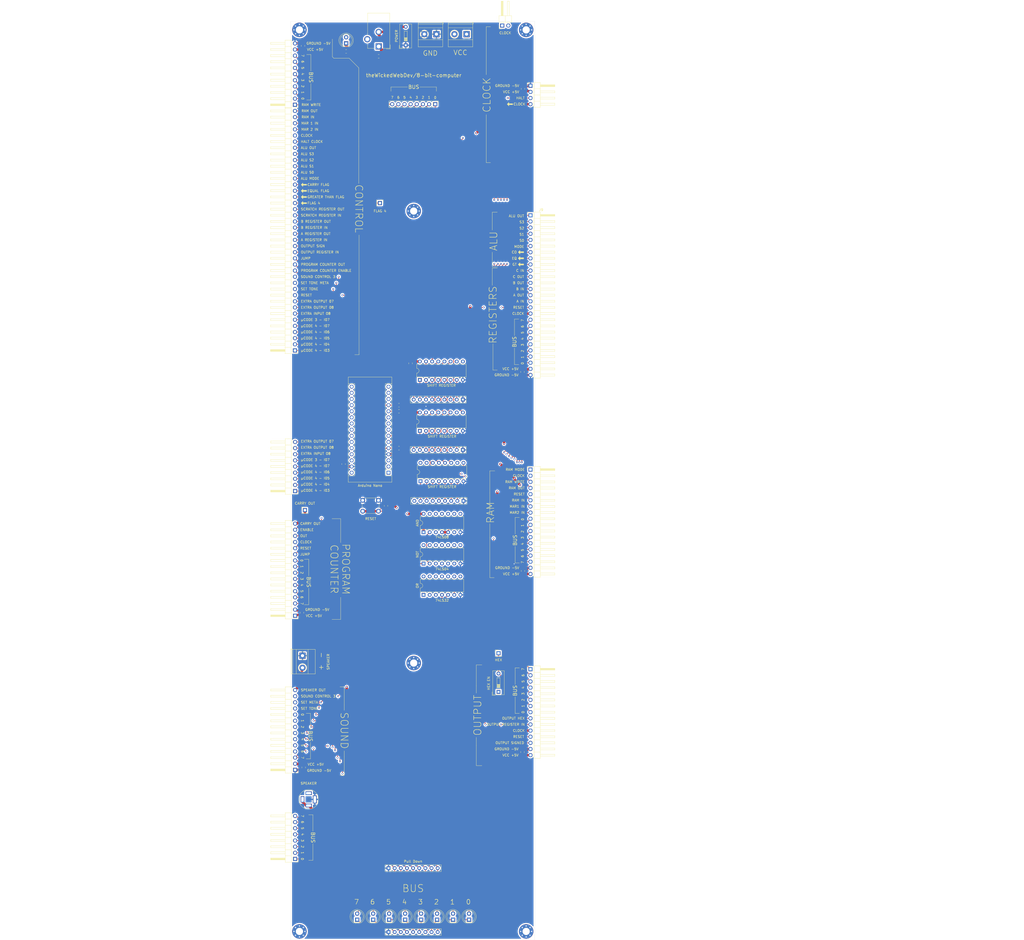
<source format=kicad_pcb>
(kicad_pcb (version 20171130) (host pcbnew "(5.1.10-1-10_14)")
  (layers (0 F.Cu signal) (1 In1.Cu signal) (2 In2.Cu signal hide) (31 B.Cu signal hide) (34 B.Paste user) (35 F.Paste user) (36 B.SilkS user) (37 F.SilkS user) (38 B.Mask user) (39 F.Mask user) (44 Edge.Cuts user))
  (net 0 "")
  (net 1 GND)
  (net 2 VCC)
  (net 3 BUS_00)
  (net 4 BUS_01)
  (net 5 BUS_02)
  (net 6 BUS_03)
  (net 7 BUS_04)
  (net 8 BUS_05)
  (net 9 BUS_06)
  (net 10 BUS_07)
  (net 11 JUMP)
  (net 12 RAM_WRITE)
  (net 13 ALU_S0)
  (net 14 ALU_S1)
  (net 15 ALU_S2)
  (net 16 ALU_S3)
  (net 17 ALU_MODE)
  (net 18 RAM_OUT)
  (net 19 PROGRAM_COUNTER_OUT)
  (net 20 ALU_OUT)
  (net 21 PROGRAM_COUNTER_ENABLE)
  (net 22 MAR1_IN)
  (net 23 MAR2_IN)
  (net 24 RAM_IN)
  (net 25 FLAG4_IN)
  (net 26 CLOCK)
  (net 27 RESET)
  (net 28 COUNTER_CARRY_OUT)
  (net 29 OUTPUT_HEX)
  (net 30 "Net-(D1-Pad1)")
  (net 31 "Net-(D2-Pad1)")
  (net 32 "Net-(D3-Pad1)")
  (net 33 "Net-(D4-Pad1)")
  (net 34 "Net-(D5-Pad1)")
  (net 35 "Net-(D6-Pad1)")
  (net 36 "Net-(D7-Pad1)")
  (net 37 "Net-(D8-Pad1)")
  (net 38 HALT)
  (net 39 SPEAKER_OUT)
  (net 40 "Net-(D9-Pad1)")
  (net 41 "Net-(U1-Pad6)")
  (net 42 "Net-(A1-Pad16)")
  (net 43 "Net-(A1-Pad15)")
  (net 44 "Net-(A1-Pad27)")
  (net 45 "Net-(A1-Pad26)")
  (net 46 "Net-(A1-Pad25)")
  (net 47 "Net-(A1-Pad24)")
  (net 48 "Net-(A1-Pad23)")
  (net 49 "Net-(A1-Pad22)")
  (net 50 "Net-(A1-Pad21)")
  (net 51 "Net-(A1-Pad20)")
  (net 52 "Net-(A1-Pad19)")
  (net 53 "Net-(A1-Pad18)")
  (net 54 "Net-(A1-Pad2)")
  (net 55 "Net-(A1-Pad17)")
  (net 56 "Net-(A1-Pad1)")
  (net 57 ARDUINO_ROM_ENABLE)
  (net 58 ARDUINO_R_EN)
  (net 59 ARDUINO_RESET)
  (net 60 "Net-(U2-Pad2)")
  (net 61 ARDUINO_SER)
  (net 62 ARDUINO_RCLK)
  (net 63 ARDUINO_SRCLK)
  (net 64 "Net-(U4-Pad9)")
  (net 65 "Net-(A1-Pad14)")
  (net 66 "Net-(A1-Pad13)")
  (net 67 RAM_MODE)
  (net 68 CLOCK_EN)
  (net 69 MDR_00)
  (net 70 MDR_01)
  (net 71 MDR_02)
  (net 72 MDR_03)
  (net 73 MDR_04)
  (net 74 MDR_05)
  (net 75 MDR_06)
  (net 76 MDR_07)
  (net 77 MAR1_00)
  (net 78 MAR1_01)
  (net 79 MAR1_02)
  (net 80 MAR1_03)
  (net 81 MAR1_04)
  (net 82 MAR1_05)
  (net 83 MAR1_06)
  (net 84 MAR1_07)
  (net 85 MAR2_00)
  (net 86 MAR2_01)
  (net 87 MAR2_02)
  (net 88 MAR2_03)
  (net 89 MAR2_04)
  (net 90 MAR2_05)
  (net 91 MAR2_06)
  (net 92 MAR2_07)
  (net 93 "Net-(U5-Pad9)")
  (net 94 "Net-(U6-Pad9)")
  (net 95 CARRY)
  (net 96 A_EQ_B)
  (net 97 A_GT_B)
  (net 98 CO)
  (net 99 CI)
  (net 100 BO)
  (net 101 BI)
  (net 102 AO)
  (net 103 AI)
  (net 104 SOUND_CONTROL_3)
  (net 105 SET_META)
  (net 106 SET_TONE)
  (net 107 "Net-(C1-Pad2)")
  (net 108 OUTPUT_SIGN)
  (net 109 OUTPUT_IN)
  (net 110 RAW_CLOCK)
  (net 111 EXTRA_OUTPUT_07)
  (net 112 EXTRA_OUTPUT_08)
  (net 113 EXTRA_INPUT_08)
  (net 114 E3_I07_UNUSED)
  (net 115 E4_I07_UNUSED)
  (net 116 E4_I06_UNUSED)
  (net 117 E4_I05_UNUSED)
  (net 118 E4_I04_UNUSED)
  (net 119 E4_I03_UNUSED)
  (net 120 "Net-(J17-PadR1)")
  (net 121 "Net-(R3-Pad1)")
  (module Connector_PinHeader_2.54mm:PinHeader_1x01_P2.54mm_Vertical (layer F.Cu) (at 178.816 155.956)
    (fp_text reference J18 hide)
    (fp_text value Conn_01x01 hide)
    (fp_text user HEX (at 0 2.794) (layer F.SilkS))
    (pad 1 thru_hole rect (at 0 0) (size 1.7 1.7) (drill 1) (layers *.Cu *.Mask) (net 29 OUTPUT_HEX))
  )
  (module Connector_PinHeader_2.54mm:PinHeader_1x01_P2.54mm_Vertical (layer F.Cu) (at 98.806 96.774)
    (fp_text reference J11 hide)
    (fp_text value Conn_01x01 hide)
    (pad 1 thru_hole rect (at 0 0) (size 1.7 1.7) (drill 1) (layers *.Cu *.Mask) (net 28 COUNTER_CARRY_OUT))
  )
  (module Connector_PinHeader_2.54mm:PinHeader_1x01_P2.54mm_Vertical (layer F.Cu) (at 129.794 -30.226 270)
    (fp_text reference J20 hide)
    (fp_text value Conn_01x01 hide)
    (pad 1 thru_hole rect (at 0 0 270) (size 1.7 1.7) (drill 1) (layers *.Cu *.Mask) (net 25 FLAG4_IN))
  )
  (module Connector_PinHeader_2.54mm:PinHeader_1x09_P2.54mm_Horizontal (layer F.Cu) (at 94.742 88.9 180)
    (fp_text reference J19 hide)
    (fp_text value Conn_01x09 hide)
    (pad 9 thru_hole oval (at 0 20.32 180) (size 1.7 1.7) (drill 1) (layers *.Cu *.Mask) (net 119 E4_I03_UNUSED))
    (pad 8 thru_hole oval (at 0 17.78 180) (size 1.7 1.7) (drill 1) (layers *.Cu *.Mask) (net 118 E4_I04_UNUSED))
    (pad 7 thru_hole oval (at 0 15.24 180) (size 1.7 1.7) (drill 1) (layers *.Cu *.Mask) (net 117 E4_I05_UNUSED))
    (pad 6 thru_hole oval (at 0 12.7 180) (size 1.7 1.7) (drill 1) (layers *.Cu *.Mask) (net 116 E4_I06_UNUSED))
    (pad 5 thru_hole oval (at 0 10.16 180) (size 1.7 1.7) (drill 1) (layers *.Cu *.Mask) (net 115 E4_I07_UNUSED))
    (pad 4 thru_hole oval (at 0 7.62 180) (size 1.7 1.7) (drill 1) (layers *.Cu *.Mask) (net 114 E3_I07_UNUSED))
    (pad 3 thru_hole oval (at 0 5.08 180) (size 1.7 1.7) (drill 1) (layers *.Cu *.Mask) (net 113 EXTRA_INPUT_08))
    (pad 2 thru_hole oval (at 0 2.54 180) (size 1.7 1.7) (drill 1) (layers *.Cu *.Mask) (net 112 EXTRA_OUTPUT_08))
    (pad 1 thru_hole rect (at 0 0 180) (size 1.7 1.7) (drill 1) (layers *.Cu *.Mask) (net 111 EXTRA_OUTPUT_07))
  )
  (module Connector_PinHeader_2.54mm:PinHeader_1x40_P2.54mm_Horizontal (layer F.Cu) (at 94.68 30.734 180)
    (fp_text reference J5 hide)
    (fp_text value Conn_01x40 hide)
    (pad 40 thru_hole oval (at 0 99.06 180) (size 1.7 1.7) (drill 1) (layers *.Cu *.Mask) (net 18 RAM_OUT))
    (pad 39 thru_hole oval (at 0 96.52 180) (size 1.7 1.7) (drill 1) (layers *.Cu *.Mask) (net 24 RAM_IN))
    (pad 38 thru_hole oval (at 0 93.98 180) (size 1.7 1.7) (drill 1) (layers *.Cu *.Mask) (net 22 MAR1_IN))
    (pad 37 thru_hole oval (at 0 91.44 180) (size 1.7 1.7) (drill 1) (layers *.Cu *.Mask) (net 23 MAR2_IN))
    (pad 36 thru_hole oval (at 0 88.9 180) (size 1.7 1.7) (drill 1) (layers *.Cu *.Mask) (net 26 CLOCK))
    (pad 35 thru_hole oval (at 0 86.36 180) (size 1.7 1.7) (drill 1) (layers *.Cu *.Mask) (net 38 HALT))
    (pad 34 thru_hole oval (at 0 83.82 180) (size 1.7 1.7) (drill 1) (layers *.Cu *.Mask) (net 20 ALU_OUT))
    (pad 33 thru_hole oval (at 0 81.28 180) (size 1.7 1.7) (drill 1) (layers *.Cu *.Mask) (net 16 ALU_S3))
    (pad 32 thru_hole oval (at 0 78.74 180) (size 1.7 1.7) (drill 1) (layers *.Cu *.Mask) (net 15 ALU_S2))
    (pad 31 thru_hole oval (at 0 76.2 180) (size 1.7 1.7) (drill 1) (layers *.Cu *.Mask) (net 14 ALU_S1))
    (pad 30 thru_hole oval (at 0 73.66 180) (size 1.7 1.7) (drill 1) (layers *.Cu *.Mask) (net 13 ALU_S0))
    (pad 29 thru_hole oval (at 0 71.12 180) (size 1.7 1.7) (drill 1) (layers *.Cu *.Mask) (net 17 ALU_MODE))
    (pad 28 thru_hole oval (at 0 68.58 180) (size 1.7 1.7) (drill 1) (layers *.Cu *.Mask) (net 95 CARRY))
    (pad 27 thru_hole oval (at 0 66.04 180) (size 1.7 1.7) (drill 1) (layers *.Cu *.Mask) (net 96 A_EQ_B))
    (pad 26 thru_hole oval (at 0 63.5 180) (size 1.7 1.7) (drill 1) (layers *.Cu *.Mask) (net 97 A_GT_B))
    (pad 25 thru_hole oval (at 0 60.96 180) (size 1.7 1.7) (drill 1) (layers *.Cu *.Mask) (net 25 FLAG4_IN))
    (pad 24 thru_hole oval (at 0 58.42 180) (size 1.7 1.7) (drill 1) (layers *.Cu *.Mask) (net 98 CO))
    (pad 23 thru_hole oval (at 0 55.88 180) (size 1.7 1.7) (drill 1) (layers *.Cu *.Mask) (net 99 CI))
    (pad 22 thru_hole oval (at 0 53.34 180) (size 1.7 1.7) (drill 1) (layers *.Cu *.Mask) (net 100 BO))
    (pad 21 thru_hole oval (at 0 50.8 180) (size 1.7 1.7) (drill 1) (layers *.Cu *.Mask) (net 101 BI))
    (pad 20 thru_hole oval (at 0 48.26 180) (size 1.7 1.7) (drill 1) (layers *.Cu *.Mask) (net 102 AO))
    (pad 19 thru_hole oval (at 0 45.72 180) (size 1.7 1.7) (drill 1) (layers *.Cu *.Mask) (net 103 AI))
    (pad 18 thru_hole oval (at 0 43.18 180) (size 1.7 1.7) (drill 1) (layers *.Cu *.Mask) (net 108 OUTPUT_SIGN))
    (pad 17 thru_hole oval (at 0 40.64 180) (size 1.7 1.7) (drill 1) (layers *.Cu *.Mask) (net 109 OUTPUT_IN))
    (pad 16 thru_hole oval (at 0 38.1 180) (size 1.7 1.7) (drill 1) (layers *.Cu *.Mask) (net 11 JUMP))
    (pad 15 thru_hole oval (at 0 35.56 180) (size 1.7 1.7) (drill 1) (layers *.Cu *.Mask) (net 19 PROGRAM_COUNTER_OUT))
    (pad 14 thru_hole oval (at 0 33.02 180) (size 1.7 1.7) (drill 1) (layers *.Cu *.Mask) (net 21 PROGRAM_COUNTER_ENABLE))
    (pad 13 thru_hole oval (at 0 30.48 180) (size 1.7 1.7) (drill 1) (layers *.Cu *.Mask) (net 104 SOUND_CONTROL_3))
    (pad 12 thru_hole oval (at 0 27.94 180) (size 1.7 1.7) (drill 1) (layers *.Cu *.Mask) (net 105 SET_META))
    (pad 11 thru_hole oval (at 0 25.4 180) (size 1.7 1.7) (drill 1) (layers *.Cu *.Mask) (net 106 SET_TONE))
    (pad 10 thru_hole oval (at 0 22.86 180) (size 1.7 1.7) (drill 1) (layers *.Cu *.Mask) (net 27 RESET))
    (pad 9 thru_hole oval (at 0 20.32 180) (size 1.7 1.7) (drill 1) (layers *.Cu *.Mask) (net 111 EXTRA_OUTPUT_07))
    (pad 8 thru_hole oval (at 0 17.78 180) (size 1.7 1.7) (drill 1) (layers *.Cu *.Mask) (net 112 EXTRA_OUTPUT_08))
    (pad 7 thru_hole oval (at 0 15.24 180) (size 1.7 1.7) (drill 1) (layers *.Cu *.Mask) (net 113 EXTRA_INPUT_08))
    (pad 6 thru_hole oval (at 0 12.7 180) (size 1.7 1.7) (drill 1) (layers *.Cu *.Mask) (net 114 E3_I07_UNUSED))
    (pad 5 thru_hole oval (at 0 10.16 180) (size 1.7 1.7) (drill 1) (layers *.Cu *.Mask) (net 115 E4_I07_UNUSED))
    (pad 4 thru_hole oval (at 0 7.62 180) (size 1.7 1.7) (drill 1) (layers *.Cu *.Mask) (net 116 E4_I06_UNUSED))
    (pad 3 thru_hole oval (at 0 5.08 180) (size 1.7 1.7) (drill 1) (layers *.Cu *.Mask) (net 117 E4_I05_UNUSED))
    (pad 2 thru_hole oval (at 0 2.54 180) (size 1.7 1.7) (drill 1) (layers *.Cu *.Mask) (net 118 E4_I04_UNUSED))
    (pad 1 thru_hole rect (at 0 0 180) (size 1.7 1.7) (drill 1) (layers *.Cu *.Mask) (net 119 E4_I03_UNUSED))
  )
  (module Connector_PinHeader_2.54mm:PinHeader_1x11_P2.54mm_Horizontal (layer F.Cu) (at 94.678 -70.866 180)
    (fp_text reference J4 hide)
    (fp_text value Conn_01x11 hide)
    (pad 11 thru_hole oval (at 0 25.4 180) (size 1.7 1.7) (drill 1) (layers *.Cu *.Mask) (net 1 GND))
    (pad 10 thru_hole oval (at 0 22.86 180) (size 1.7 1.7) (drill 1) (layers *.Cu *.Mask) (net 2 VCC))
    (pad 9 thru_hole oval (at 0 20.32 180) (size 1.7 1.7) (drill 1) (layers *.Cu *.Mask) (net 10 BUS_07))
    (pad 8 thru_hole oval (at 0 17.78 180) (size 1.7 1.7) (drill 1) (layers *.Cu *.Mask) (net 9 BUS_06))
    (pad 7 thru_hole oval (at 0 15.24 180) (size 1.7 1.7) (drill 1) (layers *.Cu *.Mask) (net 8 BUS_05))
    (pad 6 thru_hole oval (at 0 12.7 180) (size 1.7 1.7) (drill 1) (layers *.Cu *.Mask) (net 7 BUS_04))
    (pad 5 thru_hole oval (at 0 10.16 180) (size 1.7 1.7) (drill 1) (layers *.Cu *.Mask) (net 6 BUS_03))
    (pad 4 thru_hole oval (at 0 7.62 180) (size 1.7 1.7) (drill 1) (layers *.Cu *.Mask) (net 5 BUS_02))
    (pad 3 thru_hole oval (at 0 5.08 180) (size 1.7 1.7) (drill 1) (layers *.Cu *.Mask) (net 4 BUS_01))
    (pad 2 thru_hole oval (at 0 2.54 180) (size 1.7 1.7) (drill 1) (layers *.Cu *.Mask) (net 3 BUS_00))
    (pad 1 thru_hole rect (at 0 0 180) (size 1.7 1.7) (drill 1) (layers *.Cu *.Mask) (net 12 RAM_WRITE))
  )
  (module Connector_PinHeader_2.54mm:PinHeader_1x16_P2.54mm_Horizontal (layer F.Cu) (at 94.742 140.462 180)
    (fp_text reference J10 hide)
    (fp_text value Conn_01x16 hide)
    (pad 16 thru_hole oval (at 0 38.1 180) (size 1.7 1.7) (drill 1) (layers *.Cu *.Mask) (net 28 COUNTER_CARRY_OUT))
    (pad 15 thru_hole oval (at 0 35.56 180) (size 1.7 1.7) (drill 1) (layers *.Cu *.Mask) (net 21 PROGRAM_COUNTER_ENABLE))
    (pad 14 thru_hole oval (at 0 33.02 180) (size 1.7 1.7) (drill 1) (layers *.Cu *.Mask) (net 19 PROGRAM_COUNTER_OUT))
    (pad 13 thru_hole oval (at 0 30.48 180) (size 1.7 1.7) (drill 1) (layers *.Cu *.Mask) (net 26 CLOCK))
    (pad 12 thru_hole oval (at 0 27.94 180) (size 1.7 1.7) (drill 1) (layers *.Cu *.Mask) (net 27 RESET))
    (pad 11 thru_hole oval (at 0 25.4 180) (size 1.7 1.7) (drill 1) (layers *.Cu *.Mask) (net 11 JUMP))
    (pad 10 thru_hole oval (at 0 22.86 180) (size 1.7 1.7) (drill 1) (layers *.Cu *.Mask) (net 3 BUS_00))
    (pad 9 thru_hole oval (at 0 20.32 180) (size 1.7 1.7) (drill 1) (layers *.Cu *.Mask) (net 4 BUS_01))
    (pad 8 thru_hole oval (at 0 17.78 180) (size 1.7 1.7) (drill 1) (layers *.Cu *.Mask) (net 5 BUS_02))
    (pad 7 thru_hole oval (at 0 15.24 180) (size 1.7 1.7) (drill 1) (layers *.Cu *.Mask) (net 6 BUS_03))
    (pad 6 thru_hole oval (at 0 12.7 180) (size 1.7 1.7) (drill 1) (layers *.Cu *.Mask) (net 7 BUS_04))
    (pad 5 thru_hole oval (at 0 10.16 180) (size 1.7 1.7) (drill 1) (layers *.Cu *.Mask) (net 8 BUS_05))
    (pad 4 thru_hole oval (at 0 7.62 180) (size 1.7 1.7) (drill 1) (layers *.Cu *.Mask) (net 9 BUS_06))
    (pad 3 thru_hole oval (at 0 5.08 180) (size 1.7 1.7) (drill 1) (layers *.Cu *.Mask) (net 10 BUS_07))
    (pad 2 thru_hole oval (at 0 2.54 180) (size 1.7 1.7) (drill 1) (layers *.Cu *.Mask) (net 1 GND))
    (pad 1 thru_hole rect (at 0 0 180) (size 1.7 1.7) (drill 1) (layers *.Cu *.Mask) (net 2 VCC))
  )
  (module Connector_PinHeader_2.54mm:PinHeader_1x15_P2.54mm_Horizontal (layer F.Cu) (at 192.024 162.56)
    (fp_text reference J1 hide)
    (fp_text value Conn_01x15 hide)
    (pad 15 thru_hole oval (at 0 35.56) (size 1.7 1.7) (drill 1) (layers *.Cu *.Mask) (net 2 VCC))
    (pad 14 thru_hole oval (at 0 33.02) (size 1.7 1.7) (drill 1) (layers *.Cu *.Mask) (net 1 GND))
    (pad 13 thru_hole oval (at 0 30.48) (size 1.7 1.7) (drill 1) (layers *.Cu *.Mask) (net 108 OUTPUT_SIGN))
    (pad 12 thru_hole oval (at 0 27.94) (size 1.7 1.7) (drill 1) (layers *.Cu *.Mask) (net 27 RESET))
    (pad 11 thru_hole oval (at 0 25.4) (size 1.7 1.7) (drill 1) (layers *.Cu *.Mask) (net 26 CLOCK))
    (pad 10 thru_hole oval (at 0 22.86) (size 1.7 1.7) (drill 1) (layers *.Cu *.Mask) (net 109 OUTPUT_IN))
    (pad 9 thru_hole oval (at 0 20.32) (size 1.7 1.7) (drill 1) (layers *.Cu *.Mask) (net 29 OUTPUT_HEX))
    (pad 8 thru_hole oval (at 0 17.78) (size 1.7 1.7) (drill 1) (layers *.Cu *.Mask) (net 3 BUS_00))
    (pad 7 thru_hole oval (at 0 15.24) (size 1.7 1.7) (drill 1) (layers *.Cu *.Mask) (net 4 BUS_01))
    (pad 6 thru_hole oval (at 0 12.7) (size 1.7 1.7) (drill 1) (layers *.Cu *.Mask) (net 5 BUS_02))
    (pad 5 thru_hole oval (at 0 10.16) (size 1.7 1.7) (drill 1) (layers *.Cu *.Mask) (net 6 BUS_03))
    (pad 4 thru_hole oval (at 0 7.62) (size 1.7 1.7) (drill 1) (layers *.Cu *.Mask) (net 7 BUS_04))
    (pad 3 thru_hole oval (at 0 5.08) (size 1.7 1.7) (drill 1) (layers *.Cu *.Mask) (net 8 BUS_05))
    (pad 2 thru_hole oval (at 0 2.54) (size 1.7 1.7) (drill 1) (layers *.Cu *.Mask) (net 9 BUS_06))
    (pad 1 thru_hole rect (at 0 0) (size 1.7 1.7) (drill 1) (layers *.Cu *.Mask) (net 10 BUS_07))
  )
  (module Connector_PinHeader_2.54mm:PinHeader_1x02_P2.54mm_Horizontal (layer F.Cu) (at 180.34 -103.632 90)
    (fp_text reference J8 hide)
    (fp_text value Conn_01x02 hide)
    (fp_text user CLOCK (at -3.048 1.27 180) (layer F.SilkS))
    (pad 2 thru_hole oval (at 0 2.54 90) (size 1.7 1.7) (drill 1) (layers *.Cu *.Mask) (net 26 CLOCK))
    (pad 1 thru_hole rect (at 0 0 90) (size 1.7 1.7) (drill 1) (layers *.Cu *.Mask) (net 26 CLOCK))
  )
  (module Connector_PinHeader_2.54mm:PinHeader_1x04_P2.54mm_Horizontal (layer F.Cu) (at 192.024 -78.74)
    (fp_text reference J7 hide)
    (fp_text value Conn_01x04 hide)
    (pad 4 thru_hole oval (at 0 7.62) (size 1.7 1.7) (drill 1) (layers *.Cu *.Mask) (net 110 RAW_CLOCK))
    (pad 3 thru_hole oval (at 0 5.08) (size 1.7 1.7) (drill 1) (layers *.Cu *.Mask) (net 38 HALT))
    (pad 2 thru_hole oval (at 0 2.54) (size 1.7 1.7) (drill 1) (layers *.Cu *.Mask) (net 2 VCC))
    (pad 1 thru_hole rect (at 0 0) (size 1.7 1.7) (drill 1) (layers *.Cu *.Mask) (net 1 GND))
  )
  (module Capacitor_SMD:C_0805_2012Metric (layer F.Cu) (at 188.976 -77.47 90)
    (fp_text reference C7 hide)
    (fp_text value CP_Small hide)
    (pad 2 smd roundrect (at 0.95 0 90) (size 1 1.45) (layers F.Cu F.Paste F.Mask) (net 1 GND))
    (pad 1 smd roundrect (at -0.95 0 90) (size 1 1.45) (layers F.Cu F.Paste F.Mask) (net 2 VCC))
  )
  (module Connector_PinHeader_2.54mm:PinHeader_1x27_P2.54mm_Horizontal (layer F.Cu) (at 192.024 -25.146)
    (fp_text reference J9 (at 4.385 -2.27) (layer F.SilkS))
    (fp_text value Conn_01x27)
    (pad 27 thru_hole oval (at 0 66.04) (size 1.7 1.7) (drill 1) (layers *.Cu *.Mask) (net 1 GND))
    (pad 26 thru_hole oval (at 0 63.5) (size 1.7 1.7) (drill 1) (layers *.Cu *.Mask) (net 2 VCC))
    (pad 25 thru_hole oval (at 0 60.96) (size 1.7 1.7) (drill 1) (layers *.Cu *.Mask) (net 3 BUS_00))
    (pad 24 thru_hole oval (at 0 58.42) (size 1.7 1.7) (drill 1) (layers *.Cu *.Mask) (net 4 BUS_01))
    (pad 23 thru_hole oval (at 0 55.88) (size 1.7 1.7) (drill 1) (layers *.Cu *.Mask) (net 5 BUS_02))
    (pad 22 thru_hole oval (at 0 53.34) (size 1.7 1.7) (drill 1) (layers *.Cu *.Mask) (net 6 BUS_03))
    (pad 21 thru_hole oval (at 0 50.8) (size 1.7 1.7) (drill 1) (layers *.Cu *.Mask) (net 7 BUS_04))
    (pad 20 thru_hole oval (at 0 48.26) (size 1.7 1.7) (drill 1) (layers *.Cu *.Mask) (net 8 BUS_05))
    (pad 19 thru_hole oval (at 0 45.72) (size 1.7 1.7) (drill 1) (layers *.Cu *.Mask) (net 9 BUS_06))
    (pad 18 thru_hole oval (at 0 43.18) (size 1.7 1.7) (drill 1) (layers *.Cu *.Mask) (net 10 BUS_07))
    (pad 17 thru_hole oval (at 0 40.64) (size 1.7 1.7) (drill 1) (layers *.Cu *.Mask) (net 26 CLOCK))
    (pad 16 thru_hole oval (at 0 38.1) (size 1.7 1.7) (drill 1) (layers *.Cu *.Mask) (net 27 RESET))
    (pad 15 thru_hole oval (at 0 35.56) (size 1.7 1.7) (drill 1) (layers *.Cu *.Mask) (net 103 AI))
    (pad 14 thru_hole oval (at 0 33.02) (size 1.7 1.7) (drill 1) (layers *.Cu *.Mask) (net 102 AO))
    (pad 13 thru_hole oval (at 0 30.48) (size 1.7 1.7) (drill 1) (layers *.Cu *.Mask) (net 101 BI))
    (pad 12 thru_hole oval (at 0 27.94) (size 1.7 1.7) (drill 1) (layers *.Cu *.Mask) (net 100 BO))
    (pad 11 thru_hole oval (at 0 25.4) (size 1.7 1.7) (drill 1) (layers *.Cu *.Mask) (net 99 CI))
    (pad 10 thru_hole oval (at 0 22.86) (size 1.7 1.7) (drill 1) (layers *.Cu *.Mask) (net 98 CO))
    (pad 9 thru_hole oval (at 0 20.32) (size 1.7 1.7) (drill 1) (layers *.Cu *.Mask) (net 97 A_GT_B))
    (pad 8 thru_hole oval (at 0 17.78) (size 1.7 1.7) (drill 1) (layers *.Cu *.Mask) (net 96 A_EQ_B))
    (pad 7 thru_hole oval (at 0 15.24) (size 1.7 1.7) (drill 1) (layers *.Cu *.Mask) (net 95 CARRY))
    (pad 6 thru_hole oval (at 0 12.7) (size 1.7 1.7) (drill 1) (layers *.Cu *.Mask) (net 17 ALU_MODE))
    (pad 5 thru_hole oval (at 0 10.16) (size 1.7 1.7) (drill 1) (layers *.Cu *.Mask) (net 13 ALU_S0))
    (pad 4 thru_hole oval (at 0 7.62) (size 1.7 1.7) (drill 1) (layers *.Cu *.Mask) (net 14 ALU_S1))
    (pad 3 thru_hole oval (at 0 5.08) (size 1.7 1.7) (drill 1) (layers *.Cu *.Mask) (net 15 ALU_S2))
    (pad 2 thru_hole oval (at 0 2.54) (size 1.7 1.7) (drill 1) (layers *.Cu *.Mask) (net 16 ALU_S3))
    (pad 1 thru_hole rect (at 0 0) (size 1.7 1.7) (drill 1) (layers *.Cu *.Mask) (net 20 ALU_OUT))
  )
  (module Resistor_SMD:R_0805_2012Metric (layer F.Cu) (at 137.668 55.88)
    (fp_text reference R2 hide)
    (fp_text value R_Small_US hide)
    (pad 2 smd roundrect (at 0.9125 0) (size 1.025 1.4) (layers F.Cu F.Paste F.Mask) (roundrect_rratio 0.2439014634146341) (net 2 VCC))
    (pad 1 smd roundrect (at -0.9125 0) (size 1.025 1.4) (layers F.Cu F.Paste F.Mask) (roundrect_rratio 0.2439014634146341) (net 58 ARDUINO_R_EN))
  )
  (module Package_DIP:DIP-16_W7.62mm (layer F.Cu) (at 146.304 42.926 90)
    (fp_text reference U6 hide)
    (fp_text value 74HC595 hide)
    (fp_text user "SHIFT REGISTER" (at -2.286 8.89 180) (layer F.SilkS))
    (pad 16 thru_hole oval (at 7.62 0 90) (size 1.6 1.6) (drill 0.8) (layers *.Cu *.Mask) (net 2 VCC))
    (pad 8 thru_hole oval (at 0 17.78 90) (size 1.6 1.6) (drill 0.8) (layers *.Cu *.Mask) (net 1 GND))
    (pad 15 thru_hole oval (at 7.62 2.54 90) (size 1.6 1.6) (drill 0.8) (layers *.Cu *.Mask) (net 85 MAR2_00))
    (pad 7 thru_hole oval (at 0 15.24 90) (size 1.6 1.6) (drill 0.8) (layers *.Cu *.Mask) (net 92 MAR2_07))
    (pad 14 thru_hole oval (at 7.62 5.08 90) (size 1.6 1.6) (drill 0.8) (layers *.Cu *.Mask) (net 93 "Net-(U5-Pad9)"))
    (pad 6 thru_hole oval (at 0 12.7 90) (size 1.6 1.6) (drill 0.8) (layers *.Cu *.Mask) (net 91 MAR2_06))
    (pad 13 thru_hole oval (at 7.62 7.62 90) (size 1.6 1.6) (drill 0.8) (layers *.Cu *.Mask) (net 58 ARDUINO_R_EN))
    (pad 5 thru_hole oval (at 0 10.16 90) (size 1.6 1.6) (drill 0.8) (layers *.Cu *.Mask) (net 90 MAR2_05))
    (pad 12 thru_hole oval (at 7.62 10.16 90) (size 1.6 1.6) (drill 0.8) (layers *.Cu *.Mask) (net 62 ARDUINO_RCLK))
    (pad 4 thru_hole oval (at 0 7.62 90) (size 1.6 1.6) (drill 0.8) (layers *.Cu *.Mask) (net 89 MAR2_04))
    (pad 11 thru_hole oval (at 7.62 12.7 90) (size 1.6 1.6) (drill 0.8) (layers *.Cu *.Mask) (net 63 ARDUINO_SRCLK))
    (pad 3 thru_hole oval (at 0 5.08 90) (size 1.6 1.6) (drill 0.8) (layers *.Cu *.Mask) (net 88 MAR2_03))
    (pad 10 thru_hole oval (at 7.62 15.24 90) (size 1.6 1.6) (drill 0.8) (layers *.Cu *.Mask) (net 2 VCC))
    (pad 2 thru_hole oval (at 0 2.54 90) (size 1.6 1.6) (drill 0.8) (layers *.Cu *.Mask) (net 87 MAR2_02))
    (pad 9 thru_hole oval (at 7.62 17.78 90) (size 1.6 1.6) (drill 0.8) (layers *.Cu *.Mask) (net 94 "Net-(U6-Pad9)"))
    (pad 1 thru_hole rect (at 0 0 90) (size 1.6 1.6) (drill 0.8) (layers *.Cu *.Mask) (net 86 MAR2_01))
  )
  (module Package_DIP:DIP-16_W7.62mm (layer F.Cu) (at 146.304 64.008 90)
    (fp_text reference U5 hide)
    (fp_text value 74HC595 hide)
    (fp_text user "SHIFT REGISTER" (at -2.286 9.144 180) (layer F.SilkS))
    (pad 16 thru_hole oval (at 7.62 0 90) (size 1.6 1.6) (drill 0.8) (layers *.Cu *.Mask) (net 2 VCC))
    (pad 8 thru_hole oval (at 0 17.78 90) (size 1.6 1.6) (drill 0.8) (layers *.Cu *.Mask) (net 1 GND))
    (pad 15 thru_hole oval (at 7.62 2.54 90) (size 1.6 1.6) (drill 0.8) (layers *.Cu *.Mask) (net 77 MAR1_00))
    (pad 7 thru_hole oval (at 0 15.24 90) (size 1.6 1.6) (drill 0.8) (layers *.Cu *.Mask) (net 84 MAR1_07))
    (pad 14 thru_hole oval (at 7.62 5.08 90) (size 1.6 1.6) (drill 0.8) (layers *.Cu *.Mask) (net 64 "Net-(U4-Pad9)"))
    (pad 6 thru_hole oval (at 0 12.7 90) (size 1.6 1.6) (drill 0.8) (layers *.Cu *.Mask) (net 83 MAR1_06))
    (pad 13 thru_hole oval (at 7.62 7.62 90) (size 1.6 1.6) (drill 0.8) (layers *.Cu *.Mask) (net 58 ARDUINO_R_EN))
    (pad 5 thru_hole oval (at 0 10.16 90) (size 1.6 1.6) (drill 0.8) (layers *.Cu *.Mask) (net 82 MAR1_05))
    (pad 12 thru_hole oval (at 7.62 10.16 90) (size 1.6 1.6) (drill 0.8) (layers *.Cu *.Mask) (net 62 ARDUINO_RCLK))
    (pad 4 thru_hole oval (at 0 7.62 90) (size 1.6 1.6) (drill 0.8) (layers *.Cu *.Mask) (net 81 MAR1_04))
    (pad 11 thru_hole oval (at 7.62 12.7 90) (size 1.6 1.6) (drill 0.8) (layers *.Cu *.Mask) (net 63 ARDUINO_SRCLK))
    (pad 3 thru_hole oval (at 0 5.08 90) (size 1.6 1.6) (drill 0.8) (layers *.Cu *.Mask) (net 80 MAR1_03))
    (pad 10 thru_hole oval (at 7.62 15.24 90) (size 1.6 1.6) (drill 0.8) (layers *.Cu *.Mask) (net 2 VCC))
    (pad 2 thru_hole oval (at 0 2.54 90) (size 1.6 1.6) (drill 0.8) (layers *.Cu *.Mask) (net 79 MAR1_02))
    (pad 9 thru_hole oval (at 7.62 17.78 90) (size 1.6 1.6) (drill 0.8) (layers *.Cu *.Mask) (net 93 "Net-(U5-Pad9)"))
    (pad 1 thru_hole rect (at 0 0 90) (size 1.6 1.6) (drill 0.8) (layers *.Cu *.Mask) (net 78 MAR1_01))
  )
  (module Package_DIP:DIP-14_W7.62mm (layer F.Cu) (at 147.828 131.826 90)
    (fp_text reference U1 hide)
    (fp_text value 74LS32 (at -2.286 7.62 180) (layer F.SilkS))
    (fp_text user OR (at 3.81 -2.54 90) (layer F.SilkS))
    (pad 14 thru_hole oval (at 7.62 0 90) (size 1.6 1.6) (drill 0.8) (layers *.Cu *.Mask) (net 2 VCC))
    (pad 7 thru_hole oval (at 0 15.24 90) (size 1.6 1.6) (drill 0.8) (layers *.Cu *.Mask) (net 1 GND))
    (pad 13 thru_hole oval (at 7.62 2.54 90) (size 1.6 1.6) (drill 0.8) (layers *.Cu *.Mask))
    (pad 6 thru_hole oval (at 0 12.7 90) (size 1.6 1.6) (drill 0.8) (layers *.Cu *.Mask) (net 41 "Net-(U1-Pad6)"))
    (pad 12 thru_hole oval (at 7.62 5.08 90) (size 1.6 1.6) (drill 0.8) (layers *.Cu *.Mask))
    (pad 5 thru_hole oval (at 0 10.16 90) (size 1.6 1.6) (drill 0.8) (layers *.Cu *.Mask) (net 121 "Net-(R3-Pad1)"))
    (pad 11 thru_hole oval (at 7.62 7.62 90) (size 1.6 1.6) (drill 0.8) (layers *.Cu *.Mask))
    (pad 4 thru_hole oval (at 0 7.62 90) (size 1.6 1.6) (drill 0.8) (layers *.Cu *.Mask) (net 59 ARDUINO_RESET))
    (pad 10 thru_hole oval (at 7.62 10.16 90) (size 1.6 1.6) (drill 0.8) (layers *.Cu *.Mask))
    (pad 3 thru_hole oval (at 0 5.08 90) (size 1.6 1.6) (drill 0.8) (layers *.Cu *.Mask))
    (pad 9 thru_hole oval (at 7.62 12.7 90) (size 1.6 1.6) (drill 0.8) (layers *.Cu *.Mask))
    (pad 2 thru_hole oval (at 0 2.54 90) (size 1.6 1.6) (drill 0.8) (layers *.Cu *.Mask))
    (pad 8 thru_hole oval (at 7.62 15.24 90) (size 1.6 1.6) (drill 0.8) (layers *.Cu *.Mask))
    (pad 1 thru_hole rect (at 0 0 90) (size 1.6 1.6) (drill 0.8) (layers *.Cu *.Mask))
  )
  (module Resistor_THT:R_Array_SIP9 (layer F.Cu) (at 164.084 51.054 180)
    (fp_text reference RN5 hide)
    (fp_text value R_Network08 hide)
    (pad 9 thru_hole oval (at 20.32 0 180) (size 1.6 1.6) (drill 0.8) (layers *.Cu *.Mask) (net 85 MAR2_00))
    (pad 8 thru_hole oval (at 17.78 0 180) (size 1.6 1.6) (drill 0.8) (layers *.Cu *.Mask) (net 86 MAR2_01))
    (pad 7 thru_hole oval (at 15.24 0 180) (size 1.6 1.6) (drill 0.8) (layers *.Cu *.Mask) (net 87 MAR2_02))
    (pad 6 thru_hole oval (at 12.7 0 180) (size 1.6 1.6) (drill 0.8) (layers *.Cu *.Mask) (net 88 MAR2_03))
    (pad 5 thru_hole oval (at 10.16 0 180) (size 1.6 1.6) (drill 0.8) (layers *.Cu *.Mask) (net 89 MAR2_04))
    (pad 4 thru_hole oval (at 7.62 0 180) (size 1.6 1.6) (drill 0.8) (layers *.Cu *.Mask) (net 90 MAR2_05))
    (pad 3 thru_hole oval (at 5.08 0 180) (size 1.6 1.6) (drill 0.8) (layers *.Cu *.Mask) (net 91 MAR2_06))
    (pad 2 thru_hole oval (at 2.54 0 180) (size 1.6 1.6) (drill 0.8) (layers *.Cu *.Mask) (net 92 MAR2_07))
    (pad 1 thru_hole rect (at 0 0 180) (size 1.6 1.6) (drill 0.8) (layers *.Cu *.Mask) (net 1 GND))
  )
  (module Resistor_THT:R_Array_SIP9 (layer F.Cu) (at 164.084 71.882 180)
    (fp_text reference RN4 hide)
    (fp_text value R_Network08 hide)
    (pad 9 thru_hole oval (at 20.32 0 180) (size 1.6 1.6) (drill 0.8) (layers *.Cu *.Mask) (net 77 MAR1_00))
    (pad 8 thru_hole oval (at 17.78 0 180) (size 1.6 1.6) (drill 0.8) (layers *.Cu *.Mask) (net 78 MAR1_01))
    (pad 7 thru_hole oval (at 15.24 0 180) (size 1.6 1.6) (drill 0.8) (layers *.Cu *.Mask) (net 79 MAR1_02))
    (pad 6 thru_hole oval (at 12.7 0 180) (size 1.6 1.6) (drill 0.8) (layers *.Cu *.Mask) (net 80 MAR1_03))
    (pad 5 thru_hole oval (at 10.16 0 180) (size 1.6 1.6) (drill 0.8) (layers *.Cu *.Mask) (net 81 MAR1_04))
    (pad 4 thru_hole oval (at 7.62 0 180) (size 1.6 1.6) (drill 0.8) (layers *.Cu *.Mask) (net 82 MAR1_05))
    (pad 3 thru_hole oval (at 5.08 0 180) (size 1.6 1.6) (drill 0.8) (layers *.Cu *.Mask) (net 83 MAR1_06))
    (pad 2 thru_hole oval (at 2.54 0 180) (size 1.6 1.6) (drill 0.8) (layers *.Cu *.Mask) (net 84 MAR1_07))
    (pad 1 thru_hole rect (at 0 0 180) (size 1.6 1.6) (drill 0.8) (layers *.Cu *.Mask) (net 1 GND))
  )
  (module Resistor_THT:R_Array_SIP9 (layer F.Cu) (at 164.338 92.964 180)
    (fp_text reference RN3 hide)
    (fp_text value R_Network08 hide)
    (pad 9 thru_hole oval (at 20.32 0 180) (size 1.6 1.6) (drill 0.8) (layers *.Cu *.Mask) (net 69 MDR_00))
    (pad 8 thru_hole oval (at 17.78 0 180) (size 1.6 1.6) (drill 0.8) (layers *.Cu *.Mask) (net 70 MDR_01))
    (pad 7 thru_hole oval (at 15.24 0 180) (size 1.6 1.6) (drill 0.8) (layers *.Cu *.Mask) (net 71 MDR_02))
    (pad 6 thru_hole oval (at 12.7 0 180) (size 1.6 1.6) (drill 0.8) (layers *.Cu *.Mask) (net 72 MDR_03))
    (pad 5 thru_hole oval (at 10.16 0 180) (size 1.6 1.6) (drill 0.8) (layers *.Cu *.Mask) (net 73 MDR_04))
    (pad 4 thru_hole oval (at 7.62 0 180) (size 1.6 1.6) (drill 0.8) (layers *.Cu *.Mask) (net 74 MDR_05))
    (pad 3 thru_hole oval (at 5.08 0 180) (size 1.6 1.6) (drill 0.8) (layers *.Cu *.Mask) (net 75 MDR_06))
    (pad 2 thru_hole oval (at 2.54 0 180) (size 1.6 1.6) (drill 0.8) (layers *.Cu *.Mask) (net 76 MDR_07))
    (pad 1 thru_hole rect (at 0 0 180) (size 1.6 1.6) (drill 0.8) (layers *.Cu *.Mask) (net 1 GND))
  )
  (module Connector_PinHeader_2.54mm:PinHeader_1x18_P2.54mm_Horizontal (layer F.Cu) (at 192.024 80.01)
    (fp_text reference J12 hide)
    (fp_text value Conn_01x18 hide)
    (pad 18 thru_hole oval (at 0 43.18) (size 1.7 1.7) (drill 1) (layers *.Cu *.Mask) (net 2 VCC))
    (pad 17 thru_hole oval (at 0 40.64) (size 1.7 1.7) (drill 1) (layers *.Cu *.Mask) (net 1 GND))
    (pad 16 thru_hole oval (at 0 38.1) (size 1.7 1.7) (drill 1) (layers *.Cu *.Mask) (net 10 BUS_07))
    (pad 15 thru_hole oval (at 0 35.56) (size 1.7 1.7) (drill 1) (layers *.Cu *.Mask) (net 9 BUS_06))
    (pad 14 thru_hole oval (at 0 33.02) (size 1.7 1.7) (drill 1) (layers *.Cu *.Mask) (net 8 BUS_05))
    (pad 13 thru_hole oval (at 0 30.48) (size 1.7 1.7) (drill 1) (layers *.Cu *.Mask) (net 7 BUS_04))
    (pad 12 thru_hole oval (at 0 27.94) (size 1.7 1.7) (drill 1) (layers *.Cu *.Mask) (net 6 BUS_03))
    (pad 11 thru_hole oval (at 0 25.4) (size 1.7 1.7) (drill 1) (layers *.Cu *.Mask) (net 5 BUS_02))
    (pad 10 thru_hole oval (at 0 22.86) (size 1.7 1.7) (drill 1) (layers *.Cu *.Mask) (net 4 BUS_01))
    (pad 9 thru_hole oval (at 0 20.32) (size 1.7 1.7) (drill 1) (layers *.Cu *.Mask) (net 3 BUS_00))
    (pad 8 thru_hole oval (at 0 17.78) (size 1.7 1.7) (drill 1) (layers *.Cu *.Mask) (net 23 MAR2_IN))
    (pad 7 thru_hole oval (at 0 15.24) (size 1.7 1.7) (drill 1) (layers *.Cu *.Mask) (net 22 MAR1_IN))
    (pad 6 thru_hole oval (at 0 12.7) (size 1.7 1.7) (drill 1) (layers *.Cu *.Mask) (net 24 RAM_IN))
    (pad 5 thru_hole oval (at 0 10.16) (size 1.7 1.7) (drill 1) (layers *.Cu *.Mask) (net 27 RESET))
    (pad 4 thru_hole oval (at 0 7.62) (size 1.7 1.7) (drill 1) (layers *.Cu *.Mask) (net 18 RAM_OUT))
    (pad 3 thru_hole oval (at 0 5.08) (size 1.7 1.7) (drill 1) (layers *.Cu *.Mask) (net 12 RAM_WRITE))
    (pad 2 thru_hole oval (at 0 2.54) (size 1.7 1.7) (drill 1) (layers *.Cu *.Mask) (net 26 CLOCK))
    (pad 1 thru_hole rect (at 0 0) (size 1.7 1.7) (drill 1) (layers *.Cu *.Mask) (net 67 RAM_MODE))
  )
  (module Connector_PinHeader_2.54mm:PinHeader_1x08_P2.54mm_Vertical (layer F.Cu) (at 152.654 -71.12 270)
    (fp_text reference J14 hide)
    (fp_text value Conn_01x08 hide)
    (pad 8 thru_hole oval (at 0 17.78 270) (size 1.7 1.7) (drill 1) (layers *.Cu *.Mask) (net 10 BUS_07))
    (pad 7 thru_hole oval (at 0 15.24 270) (size 1.7 1.7) (drill 1) (layers *.Cu *.Mask) (net 9 BUS_06))
    (pad 6 thru_hole oval (at 0 12.7 270) (size 1.7 1.7) (drill 1) (layers *.Cu *.Mask) (net 8 BUS_05))
    (pad 5 thru_hole oval (at 0 10.16 270) (size 1.7 1.7) (drill 1) (layers *.Cu *.Mask) (net 7 BUS_04))
    (pad 4 thru_hole oval (at 0 7.62 270) (size 1.7 1.7) (drill 1) (layers *.Cu *.Mask) (net 6 BUS_03))
    (pad 3 thru_hole oval (at 0 5.08 270) (size 1.7 1.7) (drill 1) (layers *.Cu *.Mask) (net 5 BUS_02))
    (pad 2 thru_hole oval (at 0 2.54 270) (size 1.7 1.7) (drill 1) (layers *.Cu *.Mask) (net 4 BUS_01))
    (pad 1 thru_hole rect (at 0 0 270) (size 1.7 1.7) (drill 1) (layers *.Cu *.Mask) (net 3 BUS_00))
  )
  (module Button_Switch_THT:SW_DIP_SPSTx01_Slide_9.78x4.72mm_W7.62mm_P2.54mm (layer F.Cu) (at 178.816 171.958 90)
    (fp_text reference SW3 hide)
    (fp_text value SW_SPST hide)
    (fp_text user "HEX EN" (at 3.556 -4.064 90) (layer F.SilkS))
    (pad 2 thru_hole oval (at 7.62 0 90) (size 1.6 1.6) (drill 0.8) (layers *.Cu *.Mask) (net 29 OUTPUT_HEX))
    (pad 1 thru_hole rect (at 0 0 90) (size 1.6 1.6) (drill 0.8) (layers *.Cu *.Mask) (net 2 VCC))
  )
  (module Resistor_SMD:R_0805_2012Metric (layer F.Cu) (at 137.668 53.34)
    (fp_text reference R4 hide)
    (fp_text value R_Small_US hide)
    (pad 2 smd roundrect (at 0.9125 0) (size 1.025 1.4) (layers F.Cu F.Paste F.Mask) (roundrect_rratio 0.2439014634146341) (net 1 GND))
    (pad 1 smd roundrect (at -0.9125 0) (size 1.025 1.4) (layers F.Cu F.Paste F.Mask) (roundrect_rratio 0.2439014634146341) (net 59 ARDUINO_RESET))
  )
  (module Package_DIP:DIP-16_W7.62mm (layer F.Cu) (at 146.558 84.836 90)
    (fp_text reference U4 hide)
    (fp_text value 74HC595 hide)
    (fp_text user "SHIFT REGISTER" (at -2.286 8.89) (layer F.SilkS))
    (pad 16 thru_hole oval (at 7.62 0 90) (size 1.6 1.6) (drill 0.8) (layers *.Cu *.Mask) (net 2 VCC))
    (pad 8 thru_hole oval (at 0 17.78 90) (size 1.6 1.6) (drill 0.8) (layers *.Cu *.Mask) (net 1 GND))
    (pad 15 thru_hole oval (at 7.62 2.54 90) (size 1.6 1.6) (drill 0.8) (layers *.Cu *.Mask) (net 69 MDR_00))
    (pad 7 thru_hole oval (at 0 15.24 90) (size 1.6 1.6) (drill 0.8) (layers *.Cu *.Mask) (net 76 MDR_07))
    (pad 14 thru_hole oval (at 7.62 5.08 90) (size 1.6 1.6) (drill 0.8) (layers *.Cu *.Mask) (net 61 ARDUINO_SER))
    (pad 6 thru_hole oval (at 0 12.7 90) (size 1.6 1.6) (drill 0.8) (layers *.Cu *.Mask) (net 75 MDR_06))
    (pad 13 thru_hole oval (at 7.62 7.62 90) (size 1.6 1.6) (drill 0.8) (layers *.Cu *.Mask) (net 58 ARDUINO_R_EN))
    (pad 5 thru_hole oval (at 0 10.16 90) (size 1.6 1.6) (drill 0.8) (layers *.Cu *.Mask) (net 74 MDR_05))
    (pad 12 thru_hole oval (at 7.62 10.16 90) (size 1.6 1.6) (drill 0.8) (layers *.Cu *.Mask) (net 62 ARDUINO_RCLK))
    (pad 4 thru_hole oval (at 0 7.62 90) (size 1.6 1.6) (drill 0.8) (layers *.Cu *.Mask) (net 73 MDR_04))
    (pad 11 thru_hole oval (at 7.62 12.7 90) (size 1.6 1.6) (drill 0.8) (layers *.Cu *.Mask) (net 63 ARDUINO_SRCLK))
    (pad 3 thru_hole oval (at 0 5.08 90) (size 1.6 1.6) (drill 0.8) (layers *.Cu *.Mask) (net 72 MDR_03))
    (pad 10 thru_hole oval (at 7.62 15.24 90) (size 1.6 1.6) (drill 0.8) (layers *.Cu *.Mask) (net 2 VCC))
    (pad 2 thru_hole oval (at 0 2.54 90) (size 1.6 1.6) (drill 0.8) (layers *.Cu *.Mask) (net 71 MDR_02))
    (pad 9 thru_hole oval (at 7.62 17.78 90) (size 1.6 1.6) (drill 0.8) (layers *.Cu *.Mask) (net 64 "Net-(U4-Pad9)"))
    (pad 1 thru_hole rect (at 0 0 90) (size 1.6 1.6) (drill 0.8) (layers *.Cu *.Mask) (net 70 MDR_01))
  )
  (module Package_DIP:DIP-14_W7.62mm (layer F.Cu) (at 147.828 118.872 90)
    (fp_text reference U3 hide)
    (fp_text value 74LS04 (at -2.286 7.62) (layer F.SilkS))
    (fp_text user NOT (at 3.81 -2.54 90) (layer F.SilkS))
    (pad 14 thru_hole oval (at 7.62 0 90) (size 1.6 1.6) (drill 0.8) (layers *.Cu *.Mask) (net 2 VCC))
    (pad 7 thru_hole oval (at 0 15.24 90) (size 1.6 1.6) (drill 0.8) (layers *.Cu *.Mask) (net 1 GND))
    (pad 13 thru_hole oval (at 7.62 2.54 90) (size 1.6 1.6) (drill 0.8) (layers *.Cu *.Mask))
    (pad 6 thru_hole oval (at 0 12.7 90) (size 1.6 1.6) (drill 0.8) (layers *.Cu *.Mask))
    (pad 12 thru_hole oval (at 7.62 5.08 90) (size 1.6 1.6) (drill 0.8) (layers *.Cu *.Mask))
    (pad 5 thru_hole oval (at 0 10.16 90) (size 1.6 1.6) (drill 0.8) (layers *.Cu *.Mask))
    (pad 11 thru_hole oval (at 7.62 7.62 90) (size 1.6 1.6) (drill 0.8) (layers *.Cu *.Mask))
    (pad 4 thru_hole oval (at 0 7.62 90) (size 1.6 1.6) (drill 0.8) (layers *.Cu *.Mask))
    (pad 10 thru_hole oval (at 7.62 10.16 90) (size 1.6 1.6) (drill 0.8) (layers *.Cu *.Mask))
    (pad 3 thru_hole oval (at 0 5.08 90) (size 1.6 1.6) (drill 0.8) (layers *.Cu *.Mask))
    (pad 9 thru_hole oval (at 7.62 12.7 90) (size 1.6 1.6) (drill 0.8) (layers *.Cu *.Mask))
    (pad 2 thru_hole oval (at 0 2.54 90) (size 1.6 1.6) (drill 0.8) (layers *.Cu *.Mask) (net 60 "Net-(U2-Pad2)"))
    (pad 8 thru_hole oval (at 7.62 15.24 90) (size 1.6 1.6) (drill 0.8) (layers *.Cu *.Mask))
    (pad 1 thru_hole rect (at 0 0 90) (size 1.6 1.6) (drill 0.8) (layers *.Cu *.Mask) (net 68 CLOCK_EN))
  )
  (module Package_DIP:DIP-14_W7.62mm (layer F.Cu) (at 147.828 105.918 90)
    (fp_text reference U2 hide)
    (fp_text value 74LS08 (at -2.032 7.62 180) (layer F.SilkS))
    (fp_text user AND (at 3.81 -2.54 90) (layer F.SilkS))
    (pad 14 thru_hole oval (at 7.62 0 90) (size 1.6 1.6) (drill 0.8) (layers *.Cu *.Mask) (net 2 VCC))
    (pad 7 thru_hole oval (at 0 15.24 90) (size 1.6 1.6) (drill 0.8) (layers *.Cu *.Mask) (net 1 GND))
    (pad 13 thru_hole oval (at 7.62 2.54 90) (size 1.6 1.6) (drill 0.8) (layers *.Cu *.Mask))
    (pad 6 thru_hole oval (at 0 12.7 90) (size 1.6 1.6) (drill 0.8) (layers *.Cu *.Mask) (net 27 RESET))
    (pad 12 thru_hole oval (at 7.62 5.08 90) (size 1.6 1.6) (drill 0.8) (layers *.Cu *.Mask))
    (pad 5 thru_hole oval (at 0 10.16 90) (size 1.6 1.6) (drill 0.8) (layers *.Cu *.Mask) (net 41 "Net-(U1-Pad6)"))
    (pad 11 thru_hole oval (at 7.62 7.62 90) (size 1.6 1.6) (drill 0.8) (layers *.Cu *.Mask))
    (pad 4 thru_hole oval (at 0 7.62 90) (size 1.6 1.6) (drill 0.8) (layers *.Cu *.Mask) (net 41 "Net-(U1-Pad6)"))
    (pad 10 thru_hole oval (at 7.62 10.16 90) (size 1.6 1.6) (drill 0.8) (layers *.Cu *.Mask))
    (pad 3 thru_hole oval (at 0 5.08 90) (size 1.6 1.6) (drill 0.8) (layers *.Cu *.Mask) (net 26 CLOCK))
    (pad 9 thru_hole oval (at 7.62 12.7 90) (size 1.6 1.6) (drill 0.8) (layers *.Cu *.Mask))
    (pad 2 thru_hole oval (at 0 2.54 90) (size 1.6 1.6) (drill 0.8) (layers *.Cu *.Mask) (net 60 "Net-(U2-Pad2)"))
    (pad 8 thru_hole oval (at 7.62 15.24 90) (size 1.6 1.6) (drill 0.8) (layers *.Cu *.Mask))
    (pad 1 thru_hole rect (at 0 0 90) (size 1.6 1.6) (drill 0.8) (layers *.Cu *.Mask) (net 110 RAW_CLOCK))
  )
  (module Button_Switch_THT:SW_PUSH_6mm_H5mm (layer F.Cu) (at 122.682 92.71)
    (fp_text reference SW2 hide)
    (fp_text value SW_SPST hide)
    (pad 1 thru_hole circle (at 6.5 0 90) (size 2 2) (drill 1.1) (layers *.Cu *.Mask) (net 1 GND))
    (pad 2 thru_hole circle (at 6.5 4.5 90) (size 2 2) (drill 1.1) (layers *.Cu *.Mask) (net 121 "Net-(R3-Pad1)"))
    (pad 1 thru_hole circle (at 0 0 90) (size 2 2) (drill 1.1) (layers *.Cu *.Mask) (net 1 GND))
    (pad 2 thru_hole circle (at 0 4.5 90) (size 2 2) (drill 1.1) (layers *.Cu *.Mask) (net 121 "Net-(R3-Pad1)"))
  )
  (module Resistor_SMD:R_0805_2012Metric (layer F.Cu) (at 114.808 77.724 270)
    (fp_text reference R5 hide)
    (fp_text value R_Small_US hide)
    (pad 2 smd roundrect (at 0.9125 0 270) (size 1.025 1.4) (layers F.Cu F.Paste F.Mask) (roundrect_rratio 0.2439014634146341) (net 1 GND))
    (pad 1 smd roundrect (at -0.9125 0 270) (size 1.025 1.4) (layers F.Cu F.Paste F.Mask) (roundrect_rratio 0.2439014634146341) (net 57 ARDUINO_ROM_ENABLE))
  )
  (module Resistor_SMD:R_0805_2012Metric (layer F.Cu) (at 137.668 71.12)
    (fp_text reference R5 hide)
    (fp_text value R_Small_US hide)
    (pad 2 smd roundrect (at 0.9125 0) (size 1.025 1.4) (layers F.Cu F.Paste F.Mask) (roundrect_rratio 0.2439014634146341) (net 1 GND))
    (pad 1 smd roundrect (at -0.9125 0) (size 1.025 1.4) (layers F.Cu F.Paste F.Mask) (roundrect_rratio 0.2439014634146341) (net 68 CLOCK_EN))
  )
  (module Resistor_SMD:R_0805_2012Metric (layer F.Cu) (at 132.334 94.996 90)
    (fp_text reference R3 hide)
    (fp_text value R_Small_US hide)
    (pad 2 smd roundrect (at 0.9125 0 90) (size 1.025 1.4) (layers F.Cu F.Paste F.Mask) (roundrect_rratio 0.2439014634146341) (net 2 VCC))
    (pad 1 smd roundrect (at -0.9125 0 90) (size 1.025 1.4) (layers F.Cu F.Paste F.Mask) (roundrect_rratio 0.2439014634146341) (net 121 "Net-(R3-Pad1)"))
  )
  (module Module:Arduino_Nano (layer F.Cu) (at 133.35 81.28 180)
    (fp_text reference A1 hide)
    (fp_text value Arduino_Nano_Every hide)
    (fp_text user "Arduino Nano" (at 7.62 -5.334) (layer F.SilkS))
    (pad 16 thru_hole oval (at 15.24 35.56 180) (size 1.6 1.6) (drill 1) (layers *.Cu *.Mask) (net 42 "Net-(A1-Pad16)"))
    (pad 15 thru_hole oval (at 0 35.56 180) (size 1.6 1.6) (drill 1) (layers *.Cu *.Mask) (net 43 "Net-(A1-Pad15)"))
    (pad 30 thru_hole oval (at 15.24 0 180) (size 1.6 1.6) (drill 1) (layers *.Cu *.Mask) (net 2 VCC))
    (pad 14 thru_hole oval (at 0 33.02 180) (size 1.6 1.6) (drill 1) (layers *.Cu *.Mask) (net 65 "Net-(A1-Pad14)"))
    (pad 29 thru_hole oval (at 15.24 2.54 180) (size 1.6 1.6) (drill 1) (layers *.Cu *.Mask) (net 1 GND))
    (pad 13 thru_hole oval (at 0 30.48 180) (size 1.6 1.6) (drill 1) (layers *.Cu *.Mask) (net 66 "Net-(A1-Pad13)"))
    (pad 28 thru_hole oval (at 15.24 5.08 180) (size 1.6 1.6) (drill 1) (layers *.Cu *.Mask) (net 2 VCC))
    (pad 12 thru_hole oval (at 0 27.94 180) (size 1.6 1.6) (drill 1) (layers *.Cu *.Mask) (net 59 ARDUINO_RESET))
    (pad 27 thru_hole oval (at 15.24 7.62 180) (size 1.6 1.6) (drill 1) (layers *.Cu *.Mask) (net 44 "Net-(A1-Pad27)"))
    (pad 11 thru_hole oval (at 0 25.4 180) (size 1.6 1.6) (drill 1) (layers *.Cu *.Mask) (net 58 ARDUINO_R_EN))
    (pad 26 thru_hole oval (at 15.24 10.16 180) (size 1.6 1.6) (drill 1) (layers *.Cu *.Mask) (net 45 "Net-(A1-Pad26)"))
    (pad 10 thru_hole oval (at 0 22.86 180) (size 1.6 1.6) (drill 1) (layers *.Cu *.Mask) (net 61 ARDUINO_SER))
    (pad 25 thru_hole oval (at 15.24 12.7 180) (size 1.6 1.6) (drill 1) (layers *.Cu *.Mask) (net 46 "Net-(A1-Pad25)"))
    (pad 9 thru_hole oval (at 0 20.32 180) (size 1.6 1.6) (drill 1) (layers *.Cu *.Mask) (net 63 ARDUINO_SRCLK))
    (pad 24 thru_hole oval (at 15.24 15.24 180) (size 1.6 1.6) (drill 1) (layers *.Cu *.Mask) (net 47 "Net-(A1-Pad24)"))
    (pad 8 thru_hole oval (at 0 17.78 180) (size 1.6 1.6) (drill 1) (layers *.Cu *.Mask) (net 62 ARDUINO_RCLK))
    (pad 23 thru_hole oval (at 15.24 17.78 180) (size 1.6 1.6) (drill 1) (layers *.Cu *.Mask) (net 48 "Net-(A1-Pad23)"))
    (pad 7 thru_hole oval (at 0 15.24 180) (size 1.6 1.6) (drill 1) (layers *.Cu *.Mask) (net 67 RAM_MODE))
    (pad 22 thru_hole oval (at 15.24 20.32 180) (size 1.6 1.6) (drill 1) (layers *.Cu *.Mask) (net 49 "Net-(A1-Pad22)"))
    (pad 6 thru_hole oval (at 0 12.7 180) (size 1.6 1.6) (drill 1) (layers *.Cu *.Mask) (net 12 RAM_WRITE))
    (pad 21 thru_hole oval (at 15.24 22.86 180) (size 1.6 1.6) (drill 1) (layers *.Cu *.Mask) (net 50 "Net-(A1-Pad21)"))
    (pad 5 thru_hole oval (at 0 10.16 180) (size 1.6 1.6) (drill 1) (layers *.Cu *.Mask) (net 68 CLOCK_EN))
    (pad 20 thru_hole oval (at 15.24 25.4 180) (size 1.6 1.6) (drill 1) (layers *.Cu *.Mask) (net 51 "Net-(A1-Pad20)"))
    (pad 4 thru_hole oval (at 0 7.62 180) (size 1.6 1.6) (drill 1) (layers *.Cu *.Mask) (net 1 GND))
    (pad 19 thru_hole oval (at 15.24 27.94 180) (size 1.6 1.6) (drill 1) (layers *.Cu *.Mask) (net 52 "Net-(A1-Pad19)"))
    (pad 3 thru_hole oval (at 0 5.08 180) (size 1.6 1.6) (drill 1) (layers *.Cu *.Mask) (net 2 VCC))
    (pad 18 thru_hole oval (at 15.24 30.48 180) (size 1.6 1.6) (drill 1) (layers *.Cu *.Mask) (net 53 "Net-(A1-Pad18)"))
    (pad 2 thru_hole oval (at 0 2.54 180) (size 1.6 1.6) (drill 1) (layers *.Cu *.Mask) (net 54 "Net-(A1-Pad2)"))
    (pad 17 thru_hole oval (at 15.24 33.02 180) (size 1.6 1.6) (drill 1) (layers *.Cu *.Mask) (net 55 "Net-(A1-Pad17)"))
    (pad 1 thru_hole rect (at 0 0 180) (size 1.6 1.6) (drill 1) (layers *.Cu *.Mask) (net 56 "Net-(A1-Pad1)"))
  )
  (module Connector_Audio:3.5mm_Audio_Jack-STEPHEN (layer F.Cu) (at 100.33 216.408 90)
    (fp_text reference J17 hide)
    (fp_text value AudioJack4 hide)
    (pad S thru_hole rect (at 0 -2.54 180) (size 1.5 2.6) (drill oval 0.9 2.1) (layers *.Cu *.Mask) (net 39 SPEAKER_OUT))
    (pad R2 thru_hole rect (at 0 2.54 180) (size 1.6 3.3) (drill oval 1 2.8) (layers *.Cu *.Mask) (net 1 GND))
    (pad T thru_hole rect (at -2.54 0 270) (size 1.5 2.6) (drill oval 0.9 2.1) (layers *.Cu *.Mask) (net 39 SPEAKER_OUT))
    (pad R1 thru_hole rect (at 2.54 0 270) (size 1.5 2.6) (drill oval 0.9 2.1) (layers *.Cu *.Mask) (net 120 "Net-(J17-PadR1)"))
  )
  (module MountingHole:MountingHole_3mm_Pad_Via (layer F.Cu) (at 143.764 -26.924)
    (fp_text reference REF** hide)
    (fp_text value MountingHole_3mm_Pad_Via hide)
    (pad 1 thru_hole circle (at 1.59099 -1.59099) (size 0.8 0.8) (drill 0.5) (layers *.Cu *.Mask))
    (pad 1 thru_hole circle (at 0 -2.25) (size 0.8 0.8) (drill 0.5) (layers *.Cu *.Mask))
    (pad 1 thru_hole circle (at -1.59099 -1.59099) (size 0.8 0.8) (drill 0.5) (layers *.Cu *.Mask))
    (pad 1 thru_hole circle (at -2.25 0) (size 0.8 0.8) (drill 0.5) (layers *.Cu *.Mask))
    (pad 1 thru_hole circle (at -1.59099 1.59099) (size 0.8 0.8) (drill 0.5) (layers *.Cu *.Mask))
    (pad 1 thru_hole circle (at 0 2.25) (size 0.8 0.8) (drill 0.5) (layers *.Cu *.Mask))
    (pad 1 thru_hole circle (at 1.59099 1.59099) (size 0.8 0.8) (drill 0.5) (layers *.Cu *.Mask))
    (pad 1 thru_hole circle (at 2.25 0) (size 0.8 0.8) (drill 0.5) (layers *.Cu *.Mask))
    (pad 1 thru_hole circle (at 0 0) (size 6 6) (drill 3) (layers *.Cu *.Mask))
  )
  (module Connector_PinHeader_2.54mm:PinHeader_1x08_P2.54mm_Horizontal (layer F.Cu) (at 94.742 241.046 180)
    (fp_text reference J13 hide)
    (fp_text value Conn_01x08 hide)
    (pad 8 thru_hole oval (at 0 17.78 180) (size 1.7 1.7) (drill 1) (layers *.Cu *.Mask) (net 3 BUS_00))
    (pad 7 thru_hole oval (at 0 15.24 180) (size 1.7 1.7) (drill 1) (layers *.Cu *.Mask) (net 4 BUS_01))
    (pad 6 thru_hole oval (at 0 12.7 180) (size 1.7 1.7) (drill 1) (layers *.Cu *.Mask) (net 5 BUS_02))
    (pad 5 thru_hole oval (at 0 10.16 180) (size 1.7 1.7) (drill 1) (layers *.Cu *.Mask) (net 6 BUS_03))
    (pad 4 thru_hole oval (at 0 7.62 180) (size 1.7 1.7) (drill 1) (layers *.Cu *.Mask) (net 7 BUS_04))
    (pad 3 thru_hole oval (at 0 5.08 180) (size 1.7 1.7) (drill 1) (layers *.Cu *.Mask) (net 8 BUS_05))
    (pad 2 thru_hole oval (at 0 2.54 180) (size 1.7 1.7) (drill 1) (layers *.Cu *.Mask) (net 9 BUS_06))
    (pad 1 thru_hole rect (at 0 0 180) (size 1.7 1.7) (drill 1) (layers *.Cu *.Mask) (net 10 BUS_07))
  )
  (module TerminalBlock_Phoenix:TerminalBlock_Phoenix_MKDS-1,5-2_1x02_P5.00mm_Horizontal (layer F.Cu) (at 97.79 156.972 270)
    (fp_text reference J16 hide)
    (fp_text value Conn_01x02 hide)
    (fp_text user SPEAKER (at 52.832 -2.54 180) (layer F.SilkS))
    (pad 1 thru_hole rect (at 0 0 270) (size 2.6 2.6) (drill 1.3) (layers *.Cu *.Mask) (net 1 GND))
    (pad 2 thru_hole circle (at 5 0 270) (size 2.6 2.6) (drill 1.3) (layers *.Cu *.Mask) (net 39 SPEAKER_OUT))
  )
  (module Resistor_THT:R_Array_SIP9 (layer F.Cu) (at 133.35 244.856)
    (fp_text reference RN1 hide)
    (fp_text value R_Network08 hide)
    (fp_text user "Pull Down" (at 10.16 -2.794 180) (layer F.SilkS))
    (pad 9 thru_hole oval (at 20.32 0) (size 1.6 1.6) (drill 0.8) (layers *.Cu *.Mask) (net 3 BUS_00))
    (pad 8 thru_hole oval (at 17.78 0) (size 1.6 1.6) (drill 0.8) (layers *.Cu *.Mask) (net 4 BUS_01))
    (pad 7 thru_hole oval (at 15.24 0) (size 1.6 1.6) (drill 0.8) (layers *.Cu *.Mask) (net 5 BUS_02))
    (pad 6 thru_hole oval (at 12.7 0) (size 1.6 1.6) (drill 0.8) (layers *.Cu *.Mask) (net 6 BUS_03))
    (pad 5 thru_hole oval (at 10.16 0) (size 1.6 1.6) (drill 0.8) (layers *.Cu *.Mask) (net 7 BUS_04))
    (pad 4 thru_hole oval (at 7.62 0) (size 1.6 1.6) (drill 0.8) (layers *.Cu *.Mask) (net 8 BUS_05))
    (pad 3 thru_hole oval (at 5.08 0) (size 1.6 1.6) (drill 0.8) (layers *.Cu *.Mask) (net 9 BUS_06))
    (pad 2 thru_hole oval (at 2.54 0) (size 1.6 1.6) (drill 0.8) (layers *.Cu *.Mask) (net 10 BUS_07))
    (pad 1 thru_hole rect (at 0 0) (size 1.6 1.6) (drill 0.8) (layers *.Cu *.Mask) (net 1 GND))
  )
  (module Capacitor_SMD:C_0805_2012Metric (layer F.Cu) (at 188.976 121.92 90)
    (fp_text reference C9 hide)
    (fp_text value CP_Small hide)
    (pad 2 smd roundrect (at 0.95 0 90) (size 1 1.45) (layers F.Cu F.Paste F.Mask) (net 1 GND))
    (pad 1 smd roundrect (at -0.95 0 90) (size 1 1.45) (layers F.Cu F.Paste F.Mask) (net 2 VCC))
  )
  (module Capacitor_SMD:C_0805_2012Metric (layer F.Cu) (at 188.722 196.85 90)
    (fp_text reference C8 hide)
    (fp_text value CP_Small hide)
    (pad 2 smd roundrect (at 0.95 0 90) (size 1 1.45) (layers F.Cu F.Paste F.Mask) (net 1 GND))
    (pad 1 smd roundrect (at -0.95 0 90) (size 1 1.45) (layers F.Cu F.Paste F.Mask) (net 2 VCC))
  )
  (module Capacitor_SMD:C_0805_2012Metric (layer F.Cu) (at 188.722 39.624 270)
    (fp_text reference C6 hide)
    (fp_text value CP_Small hide)
    (pad 2 smd roundrect (at 0.95 0 270) (size 1 1.45) (layers F.Cu F.Paste F.Mask) (net 1 GND))
    (pad 1 smd roundrect (at -0.95 0 270) (size 1 1.45) (layers F.Cu F.Paste F.Mask) (net 2 VCC))
  )
  (module Capacitor_SMD:C_0805_2012Metric (layer F.Cu) (at 98.044 -95.25 90)
    (fp_text reference C5 hide)
    (fp_text value CP_Small hide)
    (pad 2 smd roundrect (at 0.95 0 90) (size 1 1.45) (layers F.Cu F.Paste F.Mask) (net 1 GND))
    (pad 1 smd roundrect (at -0.95 0 90) (size 1 1.45) (layers F.Cu F.Paste F.Mask) (net 2 VCC))
  )
  (module Capacitor_SMD:C_0805_2012Metric (layer F.Cu) (at 97.536 139.192 90)
    (fp_text reference C4 hide)
    (fp_text value CP_Small hide)
    (pad 2 smd roundrect (at 0.95 0 90) (size 1 1.45) (layers F.Cu F.Paste F.Mask) (net 1 GND))
    (pad 1 smd roundrect (at -0.95 0 90) (size 1 1.45) (layers F.Cu F.Paste F.Mask) (net 2 VCC))
  )
  (module Capacitor_SMD:C_0805_2012Metric (layer F.Cu) (at 142.494 36.068 270)
    (fp_text reference C3 hide)
    (fp_text value CP_Small hide)
    (pad 2 smd roundrect (at 0.95 0 270) (size 1 1.45) (layers F.Cu F.Paste F.Mask) (net 1 GND))
    (pad 1 smd roundrect (at -0.95 0 270) (size 1 1.45) (layers F.Cu F.Paste F.Mask) (net 2 VCC))
  )
  (module Capacitor_SMD:C_0805_2012Metric (layer F.Cu) (at 98.298 203.2 270)
    (fp_text reference C2 hide)
    (fp_text value CP_Small hide)
    (pad 2 smd roundrect (at 0.95 0 270) (size 1 1.45) (layers F.Cu F.Paste F.Mask) (net 1 GND))
    (pad 1 smd roundrect (at -0.95 0 270) (size 1 1.45) (layers F.Cu F.Paste F.Mask) (net 2 VCC))
  )
  (module Button_Switch_THT:SW_DIP_SPSTx01_Slide_9.78x4.72mm_W7.62mm_P2.54mm (layer F.Cu) (at 140.462 -95.504 90)
    (fp_text reference SW1 hide)
    (fp_text value SW_SPST hide)
    (fp_text user POWER (at 3.81 -3.81 90) (layer F.SilkS))
    (pad 2 thru_hole oval (at 7.62 0 90) (size 1.6 1.6) (drill 0.8) (layers *.Cu *.Mask) (net 107 "Net-(C1-Pad2)"))
    (pad 1 thru_hole rect (at 0 0 90) (size 1.6 1.6) (drill 0.8) (layers *.Cu *.Mask) (net 1 GND))
  )
  (module Resistor_SMD:R_0805_2012Metric (layer F.Cu) (at 115.824 -92.964 180)
    (fp_text reference R1 hide)
    (fp_text value R_US hide)
    (pad 2 smd roundrect (at 0.9125 0 180) (size 1.025 1.4) (layers F.Cu F.Paste F.Mask) (roundrect_rratio 0.2439014634146341) (net 1 GND))
    (pad 1 smd roundrect (at -0.9125 0 180) (size 1.025 1.4) (layers F.Cu F.Paste F.Mask) (roundrect_rratio 0.2439014634146341) (net 30 "Net-(D1-Pad1)"))
  )
  (module LED_THT:LED_D5.0mm (layer F.Cu) (at 115.824 -96.266 90)
    (fp_text reference D1 hide)
    (fp_text value LED hide)
    (pad 2 thru_hole circle (at 2.54 0 90) (size 1.8 1.8) (drill 0.9) (layers *.Cu *.Mask) (net 2 VCC))
    (pad 1 thru_hole rect (at 0 0 90) (size 1.8 1.8) (drill 0.9) (layers *.Cu *.Mask) (net 30 "Net-(D1-Pad1)"))
  )
  (module TerminalBlock_Phoenix:TerminalBlock_Phoenix_MKDS-1,5-2_1x02_P5.00mm_Horizontal (layer F.Cu) (at 165.608 -100.076 180)
    (fp_text reference J6 hide)
    (fp_text value Conn_01x02 hide)
    (pad 1 thru_hole rect (at 0 0 180) (size 2.6 2.6) (drill 1.3) (layers *.Cu *.Mask) (net 2 VCC))
    (pad 2 thru_hole circle (at 5 0 180) (size 2.6 2.6) (drill 1.3) (layers *.Cu *.Mask) (net 2 VCC))
  )
  (module TerminalBlock_Phoenix:TerminalBlock_Phoenix_MKDS-1,5-2_1x02_P5.00mm_Horizontal (layer F.Cu) (at 153.162 -100.076 180)
    (fp_text reference J3 hide)
    (fp_text value Conn_01x02 hide)
    (pad 1 thru_hole rect (at 0 0 180) (size 2.6 2.6) (drill 1.3) (layers *.Cu *.Mask) (net 1 GND))
    (pad 2 thru_hole circle (at 5 0 180) (size 2.6 2.6) (drill 1.3) (layers *.Cu *.Mask) (net 1 GND))
  )
  (module Connector_PinHeader_2.54mm:PinHeader_1x14_P2.54mm_Horizontal (layer F.Cu) (at 94.742 204.216 180)
    (fp_text reference J15 hide)
    (fp_text value Conn_01x14 hide)
    (pad 14 thru_hole oval (at 0 33.02 180) (size 1.7 1.7) (drill 1) (layers *.Cu *.Mask) (net 39 SPEAKER_OUT))
    (pad 13 thru_hole oval (at 0 30.48 180) (size 1.7 1.7) (drill 1) (layers *.Cu *.Mask) (net 104 SOUND_CONTROL_3))
    (pad 12 thru_hole oval (at 0 27.94 180) (size 1.7 1.7) (drill 1) (layers *.Cu *.Mask) (net 105 SET_META))
    (pad 11 thru_hole oval (at 0 25.4 180) (size 1.7 1.7) (drill 1) (layers *.Cu *.Mask) (net 106 SET_TONE))
    (pad 10 thru_hole oval (at 0 22.86 180) (size 1.7 1.7) (drill 1) (layers *.Cu *.Mask) (net 3 BUS_00))
    (pad 9 thru_hole oval (at 0 20.32 180) (size 1.7 1.7) (drill 1) (layers *.Cu *.Mask) (net 4 BUS_01))
    (pad 8 thru_hole oval (at 0 17.78 180) (size 1.7 1.7) (drill 1) (layers *.Cu *.Mask) (net 5 BUS_02))
    (pad 7 thru_hole oval (at 0 15.24 180) (size 1.7 1.7) (drill 1) (layers *.Cu *.Mask) (net 6 BUS_03))
    (pad 6 thru_hole oval (at 0 12.7 180) (size 1.7 1.7) (drill 1) (layers *.Cu *.Mask) (net 7 BUS_04))
    (pad 5 thru_hole oval (at 0 10.16 180) (size 1.7 1.7) (drill 1) (layers *.Cu *.Mask) (net 8 BUS_05))
    (pad 4 thru_hole oval (at 0 7.62 180) (size 1.7 1.7) (drill 1) (layers *.Cu *.Mask) (net 9 BUS_06))
    (pad 3 thru_hole oval (at 0 5.08 180) (size 1.7 1.7) (drill 1) (layers *.Cu *.Mask) (net 10 BUS_07))
    (pad 2 thru_hole oval (at 0 2.54 180) (size 1.7 1.7) (drill 1) (layers *.Cu *.Mask) (net 2 VCC))
    (pad 1 thru_hole rect (at 0 0 180) (size 1.7 1.7) (drill 1) (layers *.Cu *.Mask) (net 1 GND))
  )
  (module Connector_BarrelJack:BarrelJack_CUI_PJ-102AH_Horizontal (layer F.Cu) (at 129.286 -94.996 180)
    (fp_text reference J2 hide)
    (fp_text value Screw_Terminal_01x02 hide)
    (pad 3 thru_hole circle (at 4.7 3 180) (size 2.6 2.6) (drill 1.6) (layers *.Cu *.Mask))
    (pad 2 thru_hole circle (at 0 6 180) (size 2.6 2.6) (drill 1.6) (layers *.Cu *.Mask) (net 107 "Net-(C1-Pad2)"))
    (pad 1 thru_hole rect (at 0 0 180) (size 2.6 2.6) (drill 1.6) (layers *.Cu *.Mask) (net 2 VCC))
  )
  (module Resistor_THT:R_Array_SIP9 (layer F.Cu) (at 133.35 271.272)
    (fp_text reference RN2 hide)
    (fp_text value R_Network08 hide)
    (pad 9 thru_hole oval (at 20.32 0) (size 1.6 1.6) (drill 0.8) (layers *.Cu *.Mask) (net 31 "Net-(D2-Pad1)"))
    (pad 8 thru_hole oval (at 17.78 0) (size 1.6 1.6) (drill 0.8) (layers *.Cu *.Mask) (net 32 "Net-(D3-Pad1)"))
    (pad 7 thru_hole oval (at 15.24 0) (size 1.6 1.6) (drill 0.8) (layers *.Cu *.Mask) (net 33 "Net-(D4-Pad1)"))
    (pad 6 thru_hole oval (at 12.7 0) (size 1.6 1.6) (drill 0.8) (layers *.Cu *.Mask) (net 34 "Net-(D5-Pad1)"))
    (pad 5 thru_hole oval (at 10.16 0) (size 1.6 1.6) (drill 0.8) (layers *.Cu *.Mask) (net 35 "Net-(D6-Pad1)"))
    (pad 4 thru_hole oval (at 7.62 0) (size 1.6 1.6) (drill 0.8) (layers *.Cu *.Mask) (net 36 "Net-(D7-Pad1)"))
    (pad 3 thru_hole oval (at 5.08 0) (size 1.6 1.6) (drill 0.8) (layers *.Cu *.Mask) (net 37 "Net-(D8-Pad1)"))
    (pad 2 thru_hole oval (at 2.54 0) (size 1.6 1.6) (drill 0.8) (layers *.Cu *.Mask) (net 40 "Net-(D9-Pad1)"))
    (pad 1 thru_hole rect (at 0 0) (size 1.6 1.6) (drill 0.8) (layers *.Cu *.Mask) (net 1 GND))
  )
  (module LED_THT:LED_D5.0mm (layer F.Cu) (at 120.396 266.192 90)
    (fp_text reference D9 hide)
    (fp_text value LED hide)
    (pad 2 thru_hole circle (at 2.54 0 90) (size 1.8 1.8) (drill 0.9) (layers *.Cu *.Mask) (net 10 BUS_07))
    (pad 1 thru_hole rect (at 0 0 90) (size 1.8 1.8) (drill 0.9) (layers *.Cu *.Mask) (net 40 "Net-(D9-Pad1)"))
  )
  (module LED_THT:LED_D5.0mm (layer F.Cu) (at 127 266.192 90)
    (fp_text reference D8 hide)
    (fp_text value LED hide)
    (pad 2 thru_hole circle (at 2.54 0 90) (size 1.8 1.8) (drill 0.9) (layers *.Cu *.Mask) (net 9 BUS_06))
    (pad 1 thru_hole rect (at 0 0 90) (size 1.8 1.8) (drill 0.9) (layers *.Cu *.Mask) (net 37 "Net-(D8-Pad1)"))
  )
  (module LED_THT:LED_D5.0mm (layer F.Cu) (at 133.604 266.192 90)
    (fp_text reference D7 hide)
    (fp_text value LED hide)
    (pad 2 thru_hole circle (at 2.54 0 90) (size 1.8 1.8) (drill 0.9) (layers *.Cu *.Mask) (net 8 BUS_05))
    (pad 1 thru_hole rect (at 0 0 90) (size 1.8 1.8) (drill 0.9) (layers *.Cu *.Mask) (net 36 "Net-(D7-Pad1)"))
  )
  (module LED_THT:LED_D5.0mm (layer F.Cu) (at 140.208 266.192 90)
    (fp_text reference D6 hide)
    (fp_text value LED hide)
    (pad 2 thru_hole circle (at 2.54 0 90) (size 1.8 1.8) (drill 0.9) (layers *.Cu *.Mask) (net 7 BUS_04))
    (pad 1 thru_hole rect (at 0 0 90) (size 1.8 1.8) (drill 0.9) (layers *.Cu *.Mask) (net 35 "Net-(D6-Pad1)"))
  )
  (module LED_THT:LED_D5.0mm (layer F.Cu) (at 146.812 266.192 90)
    (fp_text reference D5 hide)
    (fp_text value LED hide)
    (pad 2 thru_hole circle (at 2.54 0 90) (size 1.8 1.8) (drill 0.9) (layers *.Cu *.Mask) (net 6 BUS_03))
    (pad 1 thru_hole rect (at 0 0 90) (size 1.8 1.8) (drill 0.9) (layers *.Cu *.Mask) (net 34 "Net-(D5-Pad1)"))
  )
  (module LED_THT:LED_D5.0mm (layer F.Cu) (at 153.416 266.192 90)
    (fp_text reference D4 hide)
    (fp_text value LED hide)
    (pad 2 thru_hole circle (at 2.54 0 90) (size 1.8 1.8) (drill 0.9) (layers *.Cu *.Mask) (net 5 BUS_02))
    (pad 1 thru_hole rect (at 0 0 90) (size 1.8 1.8) (drill 0.9) (layers *.Cu *.Mask) (net 33 "Net-(D4-Pad1)"))
  )
  (module LED_THT:LED_D5.0mm (layer F.Cu) (at 160.02 266.192 90)
    (fp_text reference D3 hide)
    (fp_text value LED hide)
    (pad 2 thru_hole circle (at 2.54 0 90) (size 1.8 1.8) (drill 0.9) (layers *.Cu *.Mask) (net 4 BUS_01))
    (pad 1 thru_hole rect (at 0 0 90) (size 1.8 1.8) (drill 0.9) (layers *.Cu *.Mask) (net 32 "Net-(D3-Pad1)"))
  )
  (module LED_THT:LED_D5.0mm (layer F.Cu) (at 166.624 266.192 90)
    (fp_text reference D2 hide)
    (fp_text value LED hide)
    (pad 2 thru_hole circle (at 2.54 0 90) (size 1.8 1.8) (drill 0.9) (layers *.Cu *.Mask) (net 3 BUS_00))
    (pad 1 thru_hole rect (at 0 0 90) (size 1.8 1.8) (drill 0.9) (layers *.Cu *.Mask) (net 31 "Net-(D2-Pad1)"))
  )
  (module MountingHole:MountingHole_3mm_Pad_Via (layer F.Cu) (at 143.764 160.02)
    (fp_text reference REF** hide)
    (fp_text value MountingHole_3mm_Pad_Via hide)
    (pad 1 thru_hole circle (at 1.59099 -1.59099) (size 0.8 0.8) (drill 0.5) (layers *.Cu *.Mask))
    (pad 1 thru_hole circle (at 0 -2.25) (size 0.8 0.8) (drill 0.5) (layers *.Cu *.Mask))
    (pad 1 thru_hole circle (at -1.59099 -1.59099) (size 0.8 0.8) (drill 0.5) (layers *.Cu *.Mask))
    (pad 1 thru_hole circle (at -2.25 0) (size 0.8 0.8) (drill 0.5) (layers *.Cu *.Mask))
    (pad 1 thru_hole circle (at -1.59099 1.59099) (size 0.8 0.8) (drill 0.5) (layers *.Cu *.Mask))
    (pad 1 thru_hole circle (at 0 2.25) (size 0.8 0.8) (drill 0.5) (layers *.Cu *.Mask))
    (pad 1 thru_hole circle (at 1.59099 1.59099) (size 0.8 0.8) (drill 0.5) (layers *.Cu *.Mask))
    (pad 1 thru_hole circle (at 2.25 0) (size 0.8 0.8) (drill 0.5) (layers *.Cu *.Mask))
    (pad 1 thru_hole circle (at 0 0) (size 6 6) (drill 3) (layers *.Cu *.Mask))
  )
  (module MountingHole:MountingHole_3mm_Pad_Via (layer F.Cu) (at 190.246 271.018)
    (fp_text reference REF** hide)
    (fp_text value MountingHole_3mm_Pad_Via hide)
    (pad 1 thru_hole circle (at 1.59099 -1.59099) (size 0.8 0.8) (drill 0.5) (layers *.Cu *.Mask))
    (pad 1 thru_hole circle (at 0 -2.25) (size 0.8 0.8) (drill 0.5) (layers *.Cu *.Mask))
    (pad 1 thru_hole circle (at -1.59099 -1.59099) (size 0.8 0.8) (drill 0.5) (layers *.Cu *.Mask))
    (pad 1 thru_hole circle (at -2.25 0) (size 0.8 0.8) (drill 0.5) (layers *.Cu *.Mask))
    (pad 1 thru_hole circle (at -1.59099 1.59099) (size 0.8 0.8) (drill 0.5) (layers *.Cu *.Mask))
    (pad 1 thru_hole circle (at 0 2.25) (size 0.8 0.8) (drill 0.5) (layers *.Cu *.Mask))
    (pad 1 thru_hole circle (at 1.59099 1.59099) (size 0.8 0.8) (drill 0.5) (layers *.Cu *.Mask))
    (pad 1 thru_hole circle (at 2.25 0) (size 0.8 0.8) (drill 0.5) (layers *.Cu *.Mask))
    (pad 1 thru_hole circle (at 0 0) (size 6 6) (drill 3) (layers *.Cu *.Mask))
  )
  (module MountingHole:MountingHole_3mm_Pad_Via (layer F.Cu) (at 96.52 271.018)
    (fp_text reference REF** hide)
    (fp_text value MountingHole_3mm_Pad_Via hide)
    (pad 1 thru_hole circle (at 0 0) (size 6 6) (drill 3) (layers *.Cu *.Mask))
    (pad 1 thru_hole circle (at 2.25 0) (size 0.8 0.8) (drill 0.5) (layers *.Cu *.Mask))
    (pad 1 thru_hole circle (at 1.59099 1.59099) (size 0.8 0.8) (drill 0.5) (layers *.Cu *.Mask))
    (pad 1 thru_hole circle (at 0 2.25) (size 0.8 0.8) (drill 0.5) (layers *.Cu *.Mask))
    (pad 1 thru_hole circle (at -1.59099 1.59099) (size 0.8 0.8) (drill 0.5) (layers *.Cu *.Mask))
    (pad 1 thru_hole circle (at -2.25 0) (size 0.8 0.8) (drill 0.5) (layers *.Cu *.Mask))
    (pad 1 thru_hole circle (at -1.59099 -1.59099) (size 0.8 0.8) (drill 0.5) (layers *.Cu *.Mask))
    (pad 1 thru_hole circle (at 0 -2.25) (size 0.8 0.8) (drill 0.5) (layers *.Cu *.Mask))
    (pad 1 thru_hole circle (at 1.59099 -1.59099) (size 0.8 0.8) (drill 0.5) (layers *.Cu *.Mask))
  )
  (module MountingHole:MountingHole_3mm_Pad_Via (layer F.Cu) (at 190.246 -101.854)
    (fp_text reference REF** hide)
    (fp_text value MountingHole_3mm_Pad_Via hide)
    (pad 1 thru_hole circle (at 0 0) (size 6 6) (drill 3) (layers *.Cu *.Mask))
    (pad 1 thru_hole circle (at 2.25 0) (size 0.8 0.8) (drill 0.5) (layers *.Cu *.Mask))
    (pad 1 thru_hole circle (at 1.59099 1.59099) (size 0.8 0.8) (drill 0.5) (layers *.Cu *.Mask))
    (pad 1 thru_hole circle (at 0 2.25) (size 0.8 0.8) (drill 0.5) (layers *.Cu *.Mask))
    (pad 1 thru_hole circle (at -1.59099 1.59099) (size 0.8 0.8) (drill 0.5) (layers *.Cu *.Mask))
    (pad 1 thru_hole circle (at -2.25 0) (size 0.8 0.8) (drill 0.5) (layers *.Cu *.Mask))
    (pad 1 thru_hole circle (at -1.59099 -1.59099) (size 0.8 0.8) (drill 0.5) (layers *.Cu *.Mask))
    (pad 1 thru_hole circle (at 0 -2.25) (size 0.8 0.8) (drill 0.5) (layers *.Cu *.Mask))
    (pad 1 thru_hole circle (at 1.59099 -1.59099) (size 0.8 0.8) (drill 0.5) (layers *.Cu *.Mask))
  )
  (module MountingHole:MountingHole_3mm_Pad_Via (layer F.Cu) (at 96.52 -101.854)
    (fp_text reference REF** hide)
    (fp_text value MountingHole_3mm_Pad_Via hide)
    (pad 1 thru_hole circle (at 1.59099 -1.59099) (size 0.8 0.8) (drill 0.5) (layers *.Cu *.Mask))
    (pad 1 thru_hole circle (at 0 -2.25) (size 0.8 0.8) (drill 0.5) (layers *.Cu *.Mask))
    (pad 1 thru_hole circle (at -1.59099 -1.59099) (size 0.8 0.8) (drill 0.5) (layers *.Cu *.Mask))
    (pad 1 thru_hole circle (at -2.25 0) (size 0.8 0.8) (drill 0.5) (layers *.Cu *.Mask))
    (pad 1 thru_hole circle (at -1.59099 1.59099) (size 0.8 0.8) (drill 0.5) (layers *.Cu *.Mask))
    (pad 1 thru_hole circle (at 0 2.25) (size 0.8 0.8) (drill 0.5) (layers *.Cu *.Mask))
    (pad 1 thru_hole circle (at 1.59099 1.59099) (size 0.8 0.8) (drill 0.5) (layers *.Cu *.Mask))
    (pad 1 thru_hole circle (at 2.25 0) (size 0.8 0.8) (drill 0.5) (layers *.Cu *.Mask))
    (pad 1 thru_hole circle (at 0 0) (size 6 6) (drill 3) (layers *.Cu *.Mask))
  )
  (module Capacitor_SMD:C_0805_2012Metric (layer F.Cu) (at 129.286 -90.932 180)
    (fp_text reference C1 hide)
    (fp_text value CP_Small hide)
    (pad 2 smd roundrect (at 0.95 0 180) (size 1 1.45) (layers F.Cu F.Paste F.Mask) (net 107 "Net-(C1-Pad2)"))
    (pad 1 smd roundrect (at -0.95 0 180) (size 1 1.45) (layers F.Cu F.Paste F.Mask) (net 2 VCC))
  )
  (gr_line (start 175.26 107.95) (end 175.26 102.362) (layer F.SilkS) (width 0.12))
  (gr_text "CARRY OUT" (at 98.806 93.98) (layer F.SilkS) (effects (font (size 1 1))))
  (gr_text "μCODE 4 - I07" (at 97.028 78.486) (layer F.SilkS) (effects (font (size 1 1)) (justify left)))
  (gr_text "μCODE 3 - I07" (at 97.028 75.946) (layer F.SilkS) (effects (font (size 1 1)) (justify left)))
  (gr_text "μCODE 4 - I05" (at 97.028 83.566) (layer F.SilkS) (effects (font (size 1 1)) (justify left)))
  (gr_text "μCODE 4 - I03" (at 97.028 88.646) (layer F.SilkS) (effects (font (size 1 1)) (justify left)))
  (gr_text "μCODE 4 - I06" (at 97.028 81.026) (layer F.SilkS) (effects (font (size 1 1)) (justify left)))
  (gr_text "μCODE 4 - I04" (at 97.028 86.106) (layer F.SilkS) (effects (font (size 1 1)) (justify left)))
  (gr_text "EXTRA OUTPUT 08" (at 97.028 70.866) (layer F.SilkS) (effects (font (size 1 1)) (justify left)))
  (gr_text "EXTRA OUTPUT 07" (at 97.028 68.326) (layer F.SilkS) (effects (font (size 1 1)) (justify left)))
  (gr_text "EXTRA INPUT 08" (at 97.028 73.406) (layer F.SilkS) (effects (font (size 1 1)) (justify left)))
  (gr_line (start 113.538 100.33) (end 113.538 110.236) (layer F.SilkS) (width 0.12))
  (gr_text "FLAG 4" (at 129.794 -26.924) (layer F.SilkS) (effects (font (size 1 1))))
  (gr_text "RAM MODE" (at 189.738 80.01) (layer F.SilkS) (effects (font (size 1 1)) (justify right)))
  (gr_text RESET (at 125.984 100.33) (layer F.SilkS) (effects (font (size 1 1))))
  (gr_line (start 121.158 32.512) (end 119.38 32.512) (layer F.SilkS) (width 0.12))
  (gr_line (start 121.158 32.258) (end 121.158 32.512) (layer F.SilkS) (width 0.12))
  (gr_line (start 121.158 10.414) (end 121.158 32.258) (layer F.SilkS) (width 0.12))
  (gr_line (start 121.158 -17.018) (end 121.158 10.414) (layer F.SilkS) (width 0.12))
  (gr_line (start 110.166 -90.678) (end 110.166 -98.044) (layer F.SilkS) (width 0.12))
  (gr_line (start 110.744 -90.1) (end 110.166 -90.678) (layer F.SilkS) (width 0.12))
  (gr_line (start 117.094 -90.1) (end 110.744 -90.1) (layer F.SilkS) (width 0.12))
  (gr_line (start 121.088 -86.106) (end 117.094 -90.1) (layer F.SilkS) (width 0.12))
  (gr_line (start 121.088 -77.944) (end 121.088 -86.106) (layer F.SilkS) (width 0.12))
  (gr_text CLOCK (at 99.568 -58.166) (layer F.SilkS) (effects (font (size 1 1))))
  (gr_text "OUTPUT SIGN" (at 97.028 -12.446) (layer F.SilkS) (effects (font (size 1 1)) (justify left)))
  (gr_text "μCODE 4 - I03" (at 97.028 30.734) (layer F.SilkS) (effects (font (size 1 1)) (justify left)))
  (gr_text "μCODE 4 - I04" (at 97.028 28.194) (layer F.SilkS) (effects (font (size 1 1)) (justify left)))
  (gr_text "μCODE 4 - I05" (at 97.028 25.654) (layer F.SilkS) (effects (font (size 1 1)) (justify left)))
  (gr_text "μCODE 4 - I06" (at 97.028 23.114) (layer F.SilkS) (effects (font (size 1 1)) (justify left)))
  (gr_text "μCODE 4 - I07" (at 97.028 20.574) (layer F.SilkS) (effects (font (size 1 1)) (justify left)))
  (gr_text "μCODE 3 - I07" (at 97.028 18.034) (layer F.SilkS) (effects (font (size 1 1)) (justify left)))
  (gr_text "EXTRA INPUT 08" (at 97.028 15.494) (layer F.SilkS) (effects (font (size 1 1)) (justify left)))
  (gr_text "EXTRA OUTPUT 08" (at 97.028 12.954) (layer F.SilkS) (effects (font (size 1 1)) (justify left)))
  (gr_text "EXTRA OUTPUT 07" (at 97.028 10.414) (layer F.SilkS) (effects (font (size 1 1)) (justify left)))
  (gr_text "B REGISTER OUT" (at 97.028 -22.606) (layer F.SilkS) (effects (font (size 1 1)) (justify left)))
  (gr_line (start 92.964 274.574) (end 92.964 -44.958) (layer Edge.Cuts) (width 0.05))
  (gr_text SPEAKER (at 108.458 159.512 90) (layer F.SilkS) (effects (font (size 1 1))))
  (gr_line (start 173.736 -46.99) (end 175.514 -46.99) (layer F.SilkS) (width 0.12))
  (gr_line (start 173.736 -66.802) (end 173.736 -46.99) (layer F.SilkS) (width 0.12))
  (gr_line (start 173.736 -103.124) (end 175.514 -103.124) (layer F.SilkS) (width 0.12))
  (gr_line (start 173.736 -83.312) (end 173.736 -103.124) (layer F.SilkS) (width 0.12))
  (gr_line (start 176.276 -3.302) (end 178.308 -3.302) (layer F.SilkS) (width 0.12))
  (gr_line (start 176.276 3.81) (end 176.276 -3.302) (layer F.SilkS) (width 0.12))
  (gr_line (start 176.53 38.862) (end 176.53 27.94) (layer F.SilkS) (width 0.12))
  (gr_text REGISTERS (at 176.53 16.002 90) (layer F.SilkS) (effects (font (size 3 3) (thickness 0.2))))
  (gr_line (start 176.276 -3.81) (end 178.308 -3.81) (layer F.SilkS) (width 0.12))
  (gr_line (start 176.276 -9.906) (end 176.276 -3.81) (layer F.SilkS) (width 0.12))
  (gr_line (start 176.276 -26.416) (end 176.276 -19.05) (layer F.SilkS) (width 0.12))
  (gr_line (start 178.308 -26.416) (end 176.276 -26.416) (layer F.SilkS) (width 0.12))
  (gr_text "B OUT" (at 189.484 2.794) (layer F.SilkS) (effects (font (size 1 1)) (justify right)))
  (gr_line (start 141.224 -78.232) (end 134.366 -78.232) (layer F.SilkS) (width 0.12))
  (gr_line (start 153.162 -78.232) (end 146.304 -78.232) (layer F.SilkS) (width 0.12))
  (gr_line (start 134.366 -78.232) (end 134.366 -76.454) (layer F.SilkS) (width 0.12))
  (gr_line (start 153.162 -76.454) (end 153.162 -78.232) (layer F.SilkS) (width 0.12))
  (gr_text 5 (at 139.954 -73.914) (layer F.SilkS) (effects (font (size 1 1))))
  (gr_text 7 (at 134.874 -73.914) (layer F.SilkS) (effects (font (size 1 1))))
  (gr_text 6 (at 137.414 -73.914) (layer F.SilkS) (effects (font (size 1 1))))
  (gr_text 1 (at 150.114 -73.914) (layer F.SilkS) (effects (font (size 1 1))))
  (gr_text 4 (at 142.494 -73.914) (layer F.SilkS) (effects (font (size 1 1))))
  (gr_text BUS (at 143.764 -78.232) (layer F.SilkS) (effects (font (size 1.5 1.5) (thickness 0.2))))
  (gr_text 3 (at 145.034 -73.914) (layer F.SilkS) (effects (font (size 1 1))))
  (gr_text 2 (at 147.574 -73.914) (layer F.SilkS) (effects (font (size 1 1))))
  (gr_text 0 (at 152.654 -73.914 180) (layer F.SilkS) (effects (font (size 1 1))))
  (gr_text theWickedWebDev/8-bit-computer (at 143.764 -83.058) (layer F.SilkS) (effects (font (size 1.5 1.5) (thickness 0.2))))
  (gr_text RESET (at 97.028 7.874) (layer F.SilkS) (effects (font (size 1 1)) (justify left)))
  (gr_text "B IN" (at 189.484 5.334) (layer F.SilkS) (effects (font (size 1 1)) (justify right)))
  (gr_line (start 92.964 -105.41) (end 92.964 -44.958) (layer Edge.Cuts) (width 0.05))
  (gr_line (start 193.802 -44.958) (end 193.802 -105.41) (layer Edge.Cuts) (width 0.05))
  (gr_text GND (at 150.622 -92.202) (layer F.SilkS) (effects (font (size 2 2) (thickness 0.2))))
  (gr_text VCC (at 163.068 -92.456) (layer F.SilkS) (effects (font (size 2 2) (thickness 0.2))))
  (gr_text - (at 105.41 156.718 90) (layer F.SilkS) (effects (font (size 2 2) (thickness 0.2))))
  (gr_text + (at 105.41 161.798 90) (layer F.SilkS) (effects (font (size 2 2) (thickness 0.2))))
  (gr_text "VCC +5V" (at 106.68 201.93) (layer F.SilkS) (effects (font (size 1 1)) (justify right)))
  (gr_text "GROUND -5V" (at 109.728 204.47) (layer F.SilkS) (effects (font (size 1 1)) (justify right)))
  (gr_line (start 99.314 199.644) (end 101.092 199.644) (layer F.SilkS) (width 0.12))
  (gr_line (start 101.092 187.706) (end 101.092 180.848) (layer F.SilkS) (width 0.12))
  (gr_line (start 101.092 180.848) (end 99.314 180.848) (layer F.SilkS) (width 0.12))
  (gr_line (start 101.092 199.644) (end 101.092 192.786) (layer F.SilkS) (width 0.12))
  (gr_text 7 (at 97.79 199.136 270) (layer F.SilkS) (effects (font (size 1 1))))
  (gr_text 3 (at 97.79 188.976 270) (layer F.SilkS) (effects (font (size 1 1))))
  (gr_text 0 (at 97.79 181.356 270) (layer F.SilkS) (effects (font (size 1 1))))
  (gr_text 2 (at 97.79 186.436 270) (layer F.SilkS) (effects (font (size 1 1))))
  (gr_text 4 (at 97.79 191.516 270) (layer F.SilkS) (effects (font (size 1 1))))
  (gr_text 1 (at 97.79 183.896 270) (layer F.SilkS) (effects (font (size 1 1))))
  (gr_text BUS (at 101.092 190.246 270) (layer F.SilkS) (effects (font (size 1.5 1.5) (thickness 0.2))))
  (gr_text 5 (at 97.79 194.056 270) (layer F.SilkS) (effects (font (size 1 1))))
  (gr_text 6 (at 97.79 196.596 270) (layer F.SilkS) (effects (font (size 1 1))))
  (gr_text "SET TONE" (at 97.028 178.816) (layer F.SilkS) (effects (font (size 1 1)) (justify left)))
  (gr_text "SET META" (at 97.028 176.276) (layer F.SilkS) (effects (font (size 1 1)) (justify left)))
  (gr_text "SOUND CONTROL 3" (at 97.028 173.736) (layer F.SilkS) (effects (font (size 1 1)) (justify left)))
  (gr_text "SPEAKER OUT" (at 97.028 171.196) (layer F.SilkS) (effects (font (size 1 1)) (justify left)))
  (gr_line (start 121.088 -53.814) (end 121.088 -38.32) (layer F.SilkS) (width 0.12))
  (gr_line (start 115.062 198.882) (end 115.062 196.342) (layer F.SilkS) (width 0.12))
  (gr_line (start 115.062 177.292) (end 115.062 179.578) (layer F.SilkS) (width 0.12))
  (gr_line (start 115.062 169.926) (end 113.284 169.926) (layer F.SilkS) (width 0.12))
  (gr_line (start 115.062 177.292) (end 115.062 169.926) (layer F.SilkS) (width 0.12))
  (gr_line (start 115.062 206.502) (end 113.284 206.502) (layer F.SilkS) (width 0.12))
  (gr_line (start 115.062 198.882) (end 115.062 206.502) (layer F.SilkS) (width 0.12))
  (gr_text SOUND (at 115.062 187.96 -90) (layer F.SilkS) (effects (font (size 3 3) (thickness 0.2))))
  (gr_poly (pts (xy 187.706 -10.16) (xy 189.23 -10.16) (xy 189.23 -9.652) (xy 187.706 -9.652) (xy 187.706 -9.144) (xy 186.944 -9.906) (xy 187.706 -10.668)) (layer F.SilkS) (width 0.1))
  (gr_poly (pts (xy 187.706 -7.62) (xy 189.23 -7.62) (xy 189.23 -7.112) (xy 187.706 -7.112) (xy 187.706 -6.604) (xy 186.944 -7.366) (xy 187.706 -8.128)) (layer F.SilkS) (width 0.1))
  (gr_poly (pts (xy 187.706 -5.08) (xy 189.23 -5.08) (xy 189.23 -4.572) (xy 187.706 -4.572) (xy 187.706 -4.064) (xy 186.944 -4.826) (xy 187.706 -5.588)) (layer F.SilkS) (width 0.1))
  (gr_line (start 102.108 241.554) (end 102.108 234.696) (layer F.SilkS) (width 0.12))
  (gr_line (start 100.33 241.554) (end 102.108 241.554) (layer F.SilkS) (width 0.12))
  (gr_line (start 102.108 222.758) (end 100.33 222.758) (layer F.SilkS) (width 0.12))
  (gr_line (start 102.108 229.616) (end 102.108 222.758) (layer F.SilkS) (width 0.12))
  (gr_text 4 (at 97.79 230.886 270) (layer F.SilkS) (effects (font (size 1 1))))
  (gr_text 3 (at 97.79 233.426 270) (layer F.SilkS) (effects (font (size 1 1))))
  (gr_text BUS (at 102.108 232.156 270) (layer F.SilkS) (effects (font (size 1.5 1.5) (thickness 0.2))))
  (gr_text 0 (at 97.79 241.046 90) (layer F.SilkS) (effects (font (size 1 1))))
  (gr_text 2 (at 97.79 235.966 270) (layer F.SilkS) (effects (font (size 1 1))))
  (gr_text 1 (at 97.79 238.506 270) (layer F.SilkS) (effects (font (size 1 1))))
  (gr_text 7 (at 97.79 223.266 270) (layer F.SilkS) (effects (font (size 1 1))))
  (gr_text 5 (at 97.79 228.346 270) (layer F.SilkS) (effects (font (size 1 1))))
  (gr_text 6 (at 97.79 225.806 270) (layer F.SilkS) (effects (font (size 1 1))))
  (gr_line (start 193.802 274.574) (end 193.802 -44.958) (layer Edge.Cuts) (width 0.05))
  (gr_line (start 175.26 80.518) (end 177.292 80.518) (layer F.SilkS) (width 0.12))
  (gr_line (start 175.26 89.662) (end 175.26 80.518) (layer F.SilkS) (width 0.12))
  (gr_line (start 175.26 124.714) (end 177.038 124.714) (layer F.SilkS) (width 0.12))
  (gr_line (start 175.26 107.95) (end 175.26 124.714) (layer F.SilkS) (width 0.12))
  (gr_line (start 113.538 141.986) (end 109.982 141.986) (layer F.SilkS) (width 0.12))
  (gr_line (start 113.538 132.842) (end 113.538 141.986) (layer F.SilkS) (width 0.12))
  (gr_line (start 113.538 100.33) (end 109.982 100.33) (layer F.SilkS) (width 0.12))
  (gr_line (start 176.53 38.862) (end 178.308 38.862) (layer F.SilkS) (width 0.12))
  (gr_text ALU (at 176.784 -14.478 90) (layer F.SilkS) (effects (font (size 3 3) (thickness 0.2))))
  (gr_text GT (at 186.436 -4.826) (layer F.SilkS) (effects (font (size 1 1)) (justify right)))
  (gr_text EQ (at 186.436 -7.366) (layer F.SilkS) (effects (font (size 1 1)) (justify right)))
  (gr_text CO (at 186.436 -9.906) (layer F.SilkS) (effects (font (size 1 1)) (justify right)))
  (gr_text MODE (at 189.484 -12.192) (layer F.SilkS) (effects (font (size 1 1)) (justify right)))
  (gr_text S0 (at 189.484 -14.732) (layer F.SilkS) (effects (font (size 1 1)) (justify right)))
  (gr_text S1 (at 189.484 -17.272) (layer F.SilkS) (effects (font (size 1 1)) (justify right)))
  (gr_text S2 (at 189.484 -19.812) (layer F.SilkS) (effects (font (size 1 1)) (justify right)))
  (gr_text S3 (at 189.484 -22.352) (layer F.SilkS) (effects (font (size 1 1)) (justify right)))
  (gr_text "ALU OUT" (at 189.484 -24.892) (layer F.SilkS) (effects (font (size 1 1)) (justify right)))
  (gr_text "GROUND -5V" (at 187.198 40.894) (layer F.SilkS) (effects (font (size 1 1)) (justify right)))
  (gr_text "VCC +5V" (at 187.198 38.354) (layer F.SilkS) (effects (font (size 1 1)) (justify right)))
  (gr_line (start 185.42 36.576) (end 187.198 36.576) (layer F.SilkS) (width 0.12))
  (gr_line (start 187.198 17.78) (end 185.42 17.78) (layer F.SilkS) (width 0.12))
  (gr_line (start 185.42 17.78) (end 185.42 24.638) (layer F.SilkS) (width 0.12))
  (gr_line (start 185.42 29.718) (end 185.42 36.576) (layer F.SilkS) (width 0.12))
  (gr_text 2 (at 188.722 30.988 90) (layer F.SilkS) (effects (font (size 1 1))))
  (gr_text 1 (at 188.722 33.528 90) (layer F.SilkS) (effects (font (size 1 1))))
  (gr_text 6 (at 188.722 20.828 90) (layer F.SilkS) (effects (font (size 1 1))))
  (gr_text 7 (at 188.722 18.288 90) (layer F.SilkS) (effects (font (size 1 1))))
  (gr_text 0 (at 188.722 36.068 90) (layer F.SilkS) (effects (font (size 1 1))))
  (gr_text 4 (at 188.722 25.908 90) (layer F.SilkS) (effects (font (size 1 1))))
  (gr_text 3 (at 188.722 28.448 90) (layer F.SilkS) (effects (font (size 1 1))))
  (gr_text 5 (at 188.722 23.368 90) (layer F.SilkS) (effects (font (size 1 1))))
  (gr_text BUS (at 185.42 27.178 90) (layer F.SilkS) (effects (font (size 1.5 1.5) (thickness 0.2))))
  (gr_text "GROUND -5V" (at 109.474 -96.266) (layer F.SilkS) (effects (font (size 1 1)) (justify right)))
  (gr_text "VCC +5V" (at 106.426 -93.726) (layer F.SilkS) (effects (font (size 1 1)) (justify right)))
  (gr_line (start 101.276 -72.864) (end 101.276 -79.722) (layer F.SilkS) (width 0.12))
  (gr_line (start 99.498 -72.864) (end 101.276 -72.864) (layer F.SilkS) (width 0.12))
  (gr_line (start 101.276 -84.802) (end 101.276 -91.66) (layer F.SilkS) (width 0.12))
  (gr_line (start 101.276 -91.66) (end 99.498 -91.66) (layer F.SilkS) (width 0.12))
  (gr_text BUS (at 101.276 -82.262 270) (layer F.SilkS) (effects (font (size 1.5 1.5) (thickness 0.2))))
  (gr_text 1 (at 97.86 -75.98 270) (layer F.SilkS) (effects (font (size 1 1))))
  (gr_text 7 (at 97.86 -91.22 270) (layer F.SilkS) (effects (font (size 1 1))))
  (gr_text 0 (at 97.86 -73.44 270) (layer F.SilkS) (effects (font (size 1 1))))
  (gr_text 2 (at 97.86 -78.52 270) (layer F.SilkS) (effects (font (size 1 1))))
  (gr_text 5 (at 97.86 -86.106 270) (layer F.SilkS) (effects (font (size 1 1))))
  (gr_text 3 (at 97.86 -81.06 270) (layer F.SilkS) (effects (font (size 1 1))))
  (gr_text 6 (at 97.86 -88.68 270) (layer F.SilkS) (effects (font (size 1 1))))
  (gr_text 4 (at 97.86 -83.6 270) (layer F.SilkS) (effects (font (size 1 1))))
  (gr_text "SET TONE" (at 97.028 5.334) (layer F.SilkS) (effects (font (size 1 1)) (justify left)))
  (gr_text "HALT CLOCK" (at 97.028 -55.626) (layer F.SilkS) (effects (font (size 1 1)) (justify left)))
  (gr_poly (pts (xy 183.134 -71.374) (xy 184.658 -71.374) (xy 184.658 -70.866) (xy 183.134 -70.866) (xy 183.134 -70.358) (xy 182.372 -71.12) (xy 183.134 -71.882)) (layer F.SilkS) (width 0.1))
  (gr_poly (pts (xy 97.974 -38.066) (xy 99.498 -38.066) (xy 99.498 -37.558) (xy 97.974 -37.558) (xy 97.974 -37.05) (xy 97.212 -37.812) (xy 97.974 -38.574)) (layer F.SilkS) (width 0.1))
  (gr_poly (pts (xy 97.974 -32.986) (xy 99.498 -32.986) (xy 99.498 -32.478) (xy 97.974 -32.478) (xy 97.974 -31.97) (xy 97.212 -32.732) (xy 97.974 -33.494)) (layer F.SilkS) (width 0.1))
  (gr_poly (pts (xy 97.974 -35.526) (xy 99.498 -35.526) (xy 99.498 -35.018) (xy 97.974 -35.018) (xy 97.974 -34.51) (xy 97.212 -35.272) (xy 97.974 -36.034)) (layer F.SilkS) (width 0.1))
  (gr_poly (pts (xy 97.974 -30.446) (xy 99.498 -30.446) (xy 99.498 -29.938) (xy 97.974 -29.938) (xy 97.974 -29.43) (xy 97.212 -30.192) (xy 97.974 -30.954)) (layer F.SilkS) (width 0.1))
  (gr_text CLOCK (at 173.99 -74.93 90) (layer F.SilkS) (effects (font (size 3 3) (thickness 0.2))))
  (gr_text HALT (at 189.738 -73.66) (layer F.SilkS) (effects (font (size 1 1)) (justify right)))
  (gr_text CLOCK (at 187.452 -71.12) (layer F.SilkS) (effects (font (size 1 1))))
  (gr_text "GROUND -5V" (at 187.452 -78.74) (layer F.SilkS) (effects (font (size 1 1)) (justify right)))
  (gr_text "VCC +5V" (at 187.452 -76.2) (layer F.SilkS) (effects (font (size 1 1)) (justify right)))
  (gr_text BUS (at 143.51 253.238) (layer F.SilkS) (effects (font (size 3 3) (thickness 0.2))))
  (gr_text 7 (at 120.142 258.826) (layer F.SilkS) (effects (font (size 2 2) (thickness 0.2))))
  (gr_text 6 (at 126.746 258.826) (layer F.SilkS) (effects (font (size 2 2) (thickness 0.2))))
  (gr_text 5 (at 133.35 258.826) (layer F.SilkS) (effects (font (size 2 2) (thickness 0.2))))
  (gr_text 4 (at 139.954 258.826) (layer F.SilkS) (effects (font (size 2 2) (thickness 0.2))))
  (gr_text 3 (at 146.558 258.826) (layer F.SilkS) (effects (font (size 2 2) (thickness 0.2))))
  (gr_text 2 (at 153.162 258.826) (layer F.SilkS) (effects (font (size 2 2) (thickness 0.2))))
  (gr_text 1 (at 159.766 258.826) (layer F.SilkS) (effects (font (size 2 2) (thickness 0.2))))
  (gr_text 0 (at 166.37 258.826) (layer F.SilkS) (effects (font (size 2 2) (thickness 0.2))))
  (gr_line (start 187.452 99.822) (end 185.674 99.822) (layer F.SilkS) (width 0.12))
  (gr_line (start 185.674 99.822) (end 185.674 106.68) (layer F.SilkS) (width 0.12))
  (gr_line (start 185.674 111.76) (end 185.674 118.618) (layer F.SilkS) (width 0.12))
  (gr_line (start 185.674 118.618) (end 187.452 118.618) (layer F.SilkS) (width 0.12))
  (gr_text BUS (at 185.674 109.22 90) (layer F.SilkS) (effects (font (size 1.5 1.5) (thickness 0.2))))
  (gr_text "GROUND -5V" (at 187.452 120.65) (layer F.SilkS) (effects (font (size 1 1)) (justify right)))
  (gr_text 1 (at 188.722 103.124 90) (layer F.SilkS) (effects (font (size 1 1))))
  (gr_text 2 (at 188.722 105.664 90) (layer F.SilkS) (effects (font (size 1 1))))
  (gr_text 0 (at 188.722 100.584 270) (layer F.SilkS) (effects (font (size 1 1))))
  (gr_text 6 (at 188.722 115.824 90) (layer F.SilkS) (effects (font (size 1 1))))
  (gr_text 5 (at 188.722 113.284 90) (layer F.SilkS) (effects (font (size 1 1))))
  (gr_text 7 (at 188.722 118.364 90) (layer F.SilkS) (effects (font (size 1 1))))
  (gr_text "VCC +5V" (at 187.452 123.19) (layer F.SilkS) (effects (font (size 1 1)) (justify right)))
  (gr_text 3 (at 188.722 108.204 90) (layer F.SilkS) (effects (font (size 1 1))))
  (gr_text 4 (at 188.722 110.744 90) (layer F.SilkS) (effects (font (size 1 1))))
  (gr_line (start 169.672 194.056) (end 169.672 190.754) (layer F.SilkS) (width 0.12))
  (gr_line (start 169.672 169.418) (end 169.672 172.466) (layer F.SilkS) (width 0.12))
  (gr_line (start 169.672 160.782) (end 171.958 160.782) (layer F.SilkS) (width 0.12))
  (gr_line (start 169.672 202.438) (end 171.958 202.438) (layer F.SilkS) (width 0.12))
  (gr_line (start 169.672 194.056) (end 169.672 202.438) (layer F.SilkS) (width 0.12))
  (gr_line (start 169.672 160.782) (end 169.672 169.418) (layer F.SilkS) (width 0.12))
  (gr_text OUTPUT (at 170.18 181.61 90) (layer F.SilkS) (effects (font (size 3 3) (thickness 0.2))))
  (gr_text "GROUND -5V" (at 187.198 195.58) (layer F.SilkS) (effects (font (size 1 1)) (justify right)))
  (gr_text "VCC +5V" (at 187.198 198.12) (layer F.SilkS) (effects (font (size 1 1)) (justify right)))
  (gr_text "OUTPUT HEX" (at 189.738 182.88) (layer F.SilkS) (effects (font (size 1 1)) (justify right)))
  (gr_text "OUTPUT REGISTER IN" (at 189.738 185.42) (layer F.SilkS) (effects (font (size 1 1)) (justify right)))
  (gr_text CLOCK (at 189.738 187.96) (layer F.SilkS) (effects (font (size 1 1)) (justify right)))
  (gr_text RESET (at 189.484 190.5) (layer F.SilkS) (effects (font (size 1 1)) (justify right)))
  (gr_text "OUTPUT SIGNED" (at 189.484 193.04) (layer F.SilkS) (effects (font (size 1 1)) (justify right)))
  (gr_line (start 187.452 162.052) (end 185.674 162.052) (layer F.SilkS) (width 0.12))
  (gr_line (start 185.674 162.052) (end 185.674 168.91) (layer F.SilkS) (width 0.12))
  (gr_line (start 185.674 173.99) (end 185.674 180.848) (layer F.SilkS) (width 0.12))
  (gr_line (start 185.674 180.848) (end 187.452 180.848) (layer F.SilkS) (width 0.12))
  (gr_text BUS (at 185.674 171.45 90) (layer F.SilkS) (effects (font (size 1.5 1.5) (thickness 0.2))))
  (gr_text 1 (at 188.976 177.8 90) (layer F.SilkS) (effects (font (size 1 1))))
  (gr_text 2 (at 188.976 175.26 90) (layer F.SilkS) (effects (font (size 1 1))))
  (gr_text 0 (at 188.976 180.34 90) (layer F.SilkS) (effects (font (size 1 1))))
  (gr_text 6 (at 188.976 165.1 90) (layer F.SilkS) (effects (font (size 1 1))))
  (gr_text 5 (at 188.976 167.64 90) (layer F.SilkS) (effects (font (size 1 1))))
  (gr_text 7 (at 188.976 162.56 90) (layer F.SilkS) (effects (font (size 1 1))))
  (gr_text 3 (at 188.976 172.72 90) (layer F.SilkS) (effects (font (size 1 1))))
  (gr_text 4 (at 188.976 170.18 90) (layer F.SilkS) (effects (font (size 1 1))))
  (gr_line (start 121.088 -55.592) (end 121.088 -53.814) (layer F.SilkS) (width 0.12))
  (gr_line (start 121.088 -55.592) (end 121.088 -77.944) (layer F.SilkS) (width 0.12))
  (gr_text CONTROL (at 121.088 -27.906 -90) (layer F.SilkS) (effects (font (size 3 3) (thickness 0.2))))
  (gr_text "GREATER THAN FLAG" (at 99.752 -32.732) (layer F.SilkS) (effects (font (size 1 1)) (justify left)))
  (gr_text "EQUAL FLAG" (at 99.752 -35.272) (layer F.SilkS) (effects (font (size 1 1)) (justify left)))
  (gr_text "FLAG 4" (at 99.752 -30.192) (layer F.SilkS) (effects (font (size 1 1)) (justify left)))
  (gr_text "OUTPUT REGISTER IN" (at 97.028 -9.906) (layer F.SilkS) (effects (font (size 1 1)) (justify left)))
  (gr_text "RAM IN" (at 97.282 -65.786) (layer F.SilkS) (effects (font (size 1 1)) (justify left)))
  (gr_text "MAR 2 IN" (at 97.212 -60.672) (layer F.SilkS) (effects (font (size 1 1)) (justify left)))
  (gr_text "MAR 1 IN" (at 97.212 -63.212) (layer F.SilkS) (effects (font (size 1 1)) (justify left)))
  (gr_text "SCRATCH REGISTER IN" (at 97.028 -25.146) (layer F.SilkS) (effects (font (size 1 1)) (justify left)))
  (gr_text "B REGISTER IN" (at 97.028 -20.066) (layer F.SilkS) (effects (font (size 1 1)) (justify left)))
  (gr_text "A REGISTER IN" (at 97.028 -14.986) (layer F.SilkS) (effects (font (size 1 1)) (justify left)))
  (gr_text "PROGRAM COUNTER ENABLE" (at 97.028 -2.286) (layer F.SilkS) (effects (font (size 1 1)) (justify left)))
  (gr_text "ALU OUT" (at 97.028 -53.086) (layer F.SilkS) (effects (font (size 1 1)) (justify left)))
  (gr_text "PROGRAM COUNTER OUT" (at 97.028 -4.826) (layer F.SilkS) (effects (font (size 1 1)) (justify left)))
  (gr_text "RAM OUT" (at 97.282 -68.326) (layer F.SilkS) (effects (font (size 1 1)) (justify left)))
  (gr_text "SCRATCH REGISTER OUT" (at 97.028 -27.686) (layer F.SilkS) (effects (font (size 1 1)) (justify left)))
  (gr_text "A REGISTER OUT" (at 97.028 -17.526) (layer F.SilkS) (effects (font (size 1 1)) (justify left)))
  (gr_text "ALU MODE" (at 97.028 -40.386) (layer F.SilkS) (effects (font (size 1 1)) (justify left)))
  (gr_text "ALU S3" (at 97.028 -50.546) (layer F.SilkS) (effects (font (size 1 1)) (justify left)))
  (gr_text "ALU S2" (at 97.028 -48.006) (layer F.SilkS) (effects (font (size 1 1)) (justify left)))
  (gr_text "ALU S1" (at 97.028 -45.466) (layer F.SilkS) (effects (font (size 1 1)) (justify left)))
  (gr_text "ALU S0" (at 97.028 -42.926) (layer F.SilkS) (effects (font (size 1 1)) (justify left)))
  (gr_text "SET TONE META" (at 96.958 2.794) (layer F.SilkS) (effects (font (size 1 1)) (justify left)))
  (gr_text "SOUND CONTROL 3" (at 96.958 0.254) (layer F.SilkS) (effects (font (size 1 1)) (justify left)))
  (gr_text "RAM WRITE" (at 97.282 -70.866) (layer F.SilkS) (effects (font (size 1 1)) (justify left)))
  (gr_text JUMP (at 97.028 -7.366) (layer F.SilkS) (effects (font (size 1 1)) (justify left)))
  (gr_text "CARRY FLAG" (at 99.752 -37.812) (layer F.SilkS) (effects (font (size 1 1)) (justify left)))
  (gr_line (start 98.552 135.89) (end 100.33 135.89) (layer F.SilkS) (width 0.12))
  (gr_line (start 100.33 135.89) (end 100.33 129.032) (layer F.SilkS) (width 0.12))
  (gr_line (start 100.33 123.952) (end 100.33 117.094) (layer F.SilkS) (width 0.12))
  (gr_line (start 100.33 117.094) (end 98.552 117.094) (layer F.SilkS) (width 0.12))
  (gr_text BUS (at 100.33 126.492 270) (layer F.SilkS) (effects (font (size 1.5 1.5) (thickness 0.2))))
  (gr_text "GROUND -5V" (at 108.966 137.922) (layer F.SilkS) (effects (font (size 1 1)) (justify right)))
  (gr_text 1 (at 97.536 120.142 270) (layer F.SilkS) (effects (font (size 1 1))))
  (gr_text 2 (at 97.536 122.682 270) (layer F.SilkS) (effects (font (size 1 1))))
  (gr_text 0 (at 97.536 117.602 90) (layer F.SilkS) (effects (font (size 1 1))))
  (gr_text 6 (at 97.536 132.842 270) (layer F.SilkS) (effects (font (size 1 1))))
  (gr_text 5 (at 97.536 130.302 270) (layer F.SilkS) (effects (font (size 1 1))))
  (gr_text 7 (at 97.536 135.382 270) (layer F.SilkS) (effects (font (size 1 1))))
  (gr_text "VCC +5V" (at 105.918 140.462) (layer F.SilkS) (effects (font (size 1 1)) (justify right)))
  (gr_text 3 (at 97.536 125.222 270) (layer F.SilkS) (effects (font (size 1 1))))
  (gr_text 4 (at 97.536 127.762 270) (layer F.SilkS) (effects (font (size 1 1))))
  (gr_text JUMP (at 96.774 115.062) (layer F.SilkS) (effects (font (size 1 1)) (justify left)))
  (gr_text RESET (at 96.774 112.522) (layer F.SilkS) (effects (font (size 1 1)) (justify left)))
  (gr_text CLOCK (at 96.774 109.982) (layer F.SilkS) (effects (font (size 1 1)) (justify left)))
  (gr_text OUT (at 96.774 107.442) (layer F.SilkS) (effects (font (size 1 1)) (justify left)))
  (gr_text ENABLE (at 96.774 104.902) (layer F.SilkS) (effects (font (size 1 1)) (justify left)))
  (gr_text "CARRY OUT" (at 96.774 102.362) (layer F.SilkS) (effects (font (size 1 1)) (justify left)))
  (gr_text "PROGRAM\nCOUNTER" (at 113.284 121.158 -90) (layer F.SilkS) (effects (font (size 3 3) (thickness 0.2))))
  (gr_line (start 175.26 89.662) (end 175.26 98.298) (layer F.SilkS) (width 0.12))
  (gr_text "C OUT" (at 189.484 0.254) (layer F.SilkS) (effects (font (size 1 1)) (justify right)))
  (gr_text "C IN" (at 189.484 -2.286) (layer F.SilkS) (effects (font (size 1 1)) (justify right)))
  (gr_text "A OUT" (at 189.484 7.874) (layer F.SilkS) (effects (font (size 1 1)) (justify right)))
  (gr_text "A IN" (at 189.484 10.414) (layer F.SilkS) (effects (font (size 1 1)) (justify right)))
  (gr_text RESET (at 189.484 12.954) (layer F.SilkS) (effects (font (size 1 1)) (justify right)))
  (gr_text CLOCK (at 189.484 15.494) (layer F.SilkS) (effects (font (size 1 1)) (justify right)))
  (gr_text "RAM WRITE" (at 189.738 85.09) (layer F.SilkS) (effects (font (size 1 1)) (justify right)))
  (gr_text "RAM OUT" (at 189.738 87.63) (layer F.SilkS) (effects (font (size 1 1)) (justify right)))
  (gr_text RESET (at 189.738 90.17) (layer F.SilkS) (effects (font (size 1 1)) (justify right)))
  (gr_text "RAM IN" (at 189.738 92.71) (layer F.SilkS) (effects (font (size 1 1)) (justify right)))
  (gr_text "MAR1 IN" (at 189.738 95.25) (layer F.SilkS) (effects (font (size 1 1)) (justify right)))
  (gr_text "MAR2 IN" (at 189.738 97.79) (layer F.SilkS) (effects (font (size 1 1)) (justify right)))
  (gr_text CLOCK (at 189.738 82.55) (layer F.SilkS) (effects (font (size 1 1)) (justify right)))
  (gr_text RAM (at 175.514 97.79 90) (layer F.SilkS) (effects (font (size 3 3) (thickness 0.2))))
  (gr_line (start 193.802 -105.41) (end 92.964 -105.41) (layer Edge.Cuts) (width 0.05))
  (gr_line (start 92.964 274.574) (end 193.802 274.574) (layer Edge.Cuts) (width 0.05))
  (segment (start 192.024 -78.74) (end 190.754 -78.74) (width 1) (layer F.Cu) (net 1))
  (segment (start 190.434 -78.42) (end 188.976 -78.42) (width 1) (layer F.Cu) (net 1))
  (segment (start 190.754 -78.74) (end 190.434 -78.42) (width 1) (layer F.Cu) (net 1))
  (segment (start 97.978 -96.266) (end 98.044 -96.2) (width 1) (layer F.Cu) (net 1))
  (segment (start 94.678 -96.266) (end 97.978 -96.266) (width 1) (layer F.Cu) (net 1))
  (segment (start 97.47 138.176) (end 97.536 138.242) (width 1) (layer F.Cu) (net 1))
  (segment (start 94.996 138.176) (end 97.47 138.176) (width 1) (layer F.Cu) (net 1))
  (segment (start 94.742 137.922) (end 94.996 138.176) (width 1) (layer F.Cu) (net 1))
  (segment (start 98.232 204.216) (end 98.298 204.15) (width 1) (layer F.Cu) (net 1))
  (segment (start 94.742 204.216) (end 98.232 204.216) (width 1) (layer F.Cu) (net 1))
  (segment (start 192.024 195.58) (end 191.008 195.58) (width 1) (layer F.Cu) (net 1))
  (segment (start 190.688 195.9) (end 188.722 195.9) (width 1) (layer F.Cu) (net 1))
  (segment (start 191.008 195.58) (end 190.688 195.9) (width 1) (layer F.Cu) (net 1))
  (segment (start 188.976 120.97) (end 190.688 120.97) (width 1) (layer F.Cu) (net 1))
  (segment (start 191.008 120.65) (end 192.024 120.65) (width 1) (layer F.Cu) (net 1))
  (segment (start 190.688 120.97) (end 191.008 120.65) (width 1) (layer F.Cu) (net 1))
  (segment (start 188.722 40.574) (end 190.18 40.574) (width 1) (layer F.Cu) (net 1))
  (segment (start 190.5 40.894) (end 192.024 40.894) (width 1) (layer F.Cu) (net 1))
  (segment (start 190.18 40.574) (end 190.5 40.894) (width 1) (layer F.Cu) (net 1))
  (segment (start 98.044 -96.2) (end 103.952 -96.2) (width 1) (layer F.Cu) (net 1))
  (segment (start 107.188 -92.964) (end 114.9115 -92.964) (width 1) (layer F.Cu) (net 1))
  (segment (start 103.952 -96.2) (end 107.188 -92.964) (width 1) (layer F.Cu) (net 1))
  (segment (start 138.5805 40.9315) (end 142.494 37.018) (width 1) (layer F.Cu) (net 1))
  (segment (start 138.5805 53.34) (end 138.5805 40.9315) (width 1) (layer F.Cu) (net 1))
  (segment (start 114.9115 78.74) (end 114.808 78.6365) (width 1) (layer F.Cu) (net 1))
  (segment (start 118.11 78.74) (end 114.9115 78.74) (width 1) (layer F.Cu) (net 1))
  (segment (start 138.5805 71.12) (end 138.5805 71.9855) (width 1) (layer F.Cu) (net 1))
  (segment (start 136.906 73.66) (end 133.35 73.66) (width 1) (layer F.Cu) (net 1))
  (segment (start 138.5805 71.9855) (end 136.906 73.66) (width 1) (layer F.Cu) (net 1))
  (segment (start 138.5805 53.34) (end 141.224 53.34) (width 1) (layer F.Cu) (net 1))
  (segment (start 141.224 53.34) (end 141.732 53.848) (width 1) (layer F.Cu) (net 1))
  (via (at 148.844 53.848) (size 0.8) (drill 0.4) (layers F.Cu B.Cu) (net 1))
  (segment (start 141.732 53.848) (end 148.844 53.848) (width 1) (layer F.Cu) (net 1))
  (segment (start 187.264 120.97) (end 185.293 118.999) (width 1) (layer F.Cu) (net 1))
  (segment (start 188.976 120.97) (end 187.264 120.97) (width 1) (layer F.Cu) (net 1))
  (via (at 185.293 118.999) (size 0.8) (drill 0.4) (layers F.Cu B.Cu) (net 1))
  (segment (start 191.704 -76.52) (end 192.024 -76.2) (width 1) (layer F.Cu) (net 2))
  (segment (start 188.976 -76.52) (end 191.704 -76.52) (width 1) (layer F.Cu) (net 2))
  (segment (start 97.47 -93.726) (end 98.044 -94.3) (width 1) (layer F.Cu) (net 2))
  (segment (start 94.678 -93.726) (end 97.47 -93.726) (width 1) (layer F.Cu) (net 2))
  (segment (start 95.062 140.142) (end 94.742 140.462) (width 1) (layer F.Cu) (net 2))
  (segment (start 97.536 140.142) (end 95.062 140.142) (width 1) (layer F.Cu) (net 2))
  (segment (start 98.298 202.25) (end 96.332 202.25) (width 1) (layer F.Cu) (net 2))
  (segment (start 95.758 201.676) (end 94.742 201.676) (width 1) (layer F.Cu) (net 2))
  (segment (start 96.332 202.25) (end 95.758 201.676) (width 1) (layer F.Cu) (net 2))
  (segment (start 188.722 197.8) (end 190.18 197.8) (width 1) (layer F.Cu) (net 2))
  (segment (start 190.5 198.12) (end 192.024 198.12) (width 1) (layer F.Cu) (net 2))
  (segment (start 190.18 197.8) (end 190.5 198.12) (width 1) (layer F.Cu) (net 2))
  (segment (start 188.976 122.87) (end 190.434 122.87) (width 1) (layer F.Cu) (net 2))
  (segment (start 190.754 123.19) (end 192.024 123.19) (width 1) (layer F.Cu) (net 2))
  (segment (start 190.434 122.87) (end 190.754 123.19) (width 1) (layer F.Cu) (net 2))
  (segment (start 192.024 38.354) (end 191.262 38.354) (width 1) (layer F.Cu) (net 2))
  (segment (start 190.942 38.674) (end 188.722 38.674) (width 1) (layer F.Cu) (net 2))
  (segment (start 191.262 38.354) (end 190.942 38.674) (width 1) (layer F.Cu) (net 2))
  (segment (start 129.286 -94.996) (end 130.556 -93.726) (width 1) (layer F.Cu) (net 2))
  (segment (start 130.556 -93.726) (end 130.302 -93.472) (width 1) (layer F.Cu) (net 2))
  (segment (start 130.302 -90.998) (end 130.236 -90.932) (width 1) (layer F.Cu) (net 2))
  (segment (start 130.302 -93.472) (end 130.302 -90.998) (width 1) (layer F.Cu) (net 2))
  (segment (start 142.682 35.306) (end 142.494 35.118) (width 1) (layer F.Cu) (net 2))
  (segment (start 146.304 35.306) (end 142.682 35.306) (width 1) (layer F.Cu) (net 2))
  (segment (start 138.5805 55.88) (end 140.97 55.88) (width 1) (layer F.Cu) (net 2))
  (segment (start 141.478 56.388) (end 146.304 56.388) (width 1) (layer F.Cu) (net 2))
  (segment (start 140.97 55.88) (end 141.478 56.388) (width 1) (layer F.Cu) (net 2))
  (segment (start 132.334 94.0835) (end 134.9775 94.0835) (width 1) (layer F.Cu) (net 2))
  (via (at 136.652 95.758) (size 0.8) (drill 0.4) (layers F.Cu B.Cu) (net 2))
  (segment (start 134.9775 94.0835) (end 136.652 95.758) (width 1) (layer F.Cu) (net 2))
  (via (at 141.224 98.298) (size 0.8) (drill 0.4) (layers F.Cu B.Cu) (net 2))
  (segment (start 147.828 98.298) (end 141.224 98.298) (width 1) (layer F.Cu) (net 2))
  (segment (start 152.654 -69.088) (end 152.654 -71.12) (width 0.25) (layer F.Cu) (net 3))
  (segment (start 148.31396 -64.74796) (end 152.654 -69.088) (width 0.25) (layer F.Cu) (net 3))
  (segment (start 130.57804 -64.74796) (end 148.31396 -64.74796) (width 0.25) (layer F.Cu) (net 3))
  (segment (start 121.92 -73.406) (end 130.57804 -64.74796) (width 0.25) (layer F.Cu) (net 3))
  (segment (start 94.678 -73.406) (end 121.92 -73.406) (width 0.25) (layer F.Cu) (net 3))
  (via (at 103.378 181.356) (size 0.8) (drill 0.4) (layers F.Cu B.Cu) (net 3))
  (segment (start 104.902 169.300874) (end 103.378 170.824874) (width 0.25) (layer F.Cu) (net 3))
  (segment (start 104.902 127) (end 104.902 169.300874) (width 0.25) (layer F.Cu) (net 3))
  (segment (start 94.742 117.602) (end 95.504 117.602) (width 0.25) (layer F.Cu) (net 3))
  (segment (start 103.378 170.824874) (end 103.378 181.356) (width 0.25) (layer F.Cu) (net 3))
  (segment (start 95.504 117.602) (end 104.902 127) (width 0.25) (layer F.Cu) (net 3))
  (segment (start 186.47195 171.73995) (end 186.47195 174.78795) (width 0.25) (layer F.Cu) (net 3))
  (segment (start 186.436 171.704) (end 186.47195 171.73995) (width 0.25) (layer F.Cu) (net 3))
  (segment (start 180.848 155.956) (end 186.436 161.544) (width 0.25) (layer F.Cu) (net 3))
  (segment (start 188.722 109.728) (end 180.848 117.602) (width 0.25) (layer F.Cu) (net 3))
  (segment (start 188.722 103.632) (end 188.722 109.728) (width 0.25) (layer F.Cu) (net 3))
  (segment (start 192.024 100.33) (end 188.722 103.632) (width 0.25) (layer F.Cu) (net 3))
  (segment (start 186.47195 174.78795) (end 192.024 180.34) (width 0.25) (layer F.Cu) (net 3))
  (segment (start 186.436 161.544) (end 186.436 171.704) (width 0.25) (layer F.Cu) (net 3))
  (segment (start 180.848 117.602) (end 180.848 155.956) (width 0.25) (layer F.Cu) (net 3))
  (segment (start 153.67 244.856) (end 153.67 248.158) (width 0.25) (layer F.Cu) (net 3))
  (segment (start 166.624 261.112) (end 166.624 263.652) (width 0.25) (layer F.Cu) (net 3))
  (segment (start 153.67 248.158) (end 166.624 261.112) (width 0.25) (layer F.Cu) (net 3))
  (segment (start 153.67 244.348) (end 153.67 244.856) (width 0.25) (layer F.Cu) (net 3))
  (segment (start 147.828 238.506) (end 153.67 244.348) (width 0.25) (layer F.Cu) (net 3))
  (segment (start 110.49 238.506) (end 147.828 238.506) (width 0.25) (layer F.Cu) (net 3))
  (segment (start 95.25 223.266) (end 110.49 238.506) (width 0.25) (layer F.Cu) (net 3))
  (segment (start 94.742 223.266) (end 95.25 223.266) (width 0.25) (layer F.Cu) (net 3))
  (segment (start 103.378 181.356) (end 106.172 181.356) (width 0.25) (layer F.Cu) (net 3))
  (segment (start 106.172 181.356) (end 114.3 189.484) (width 0.25) (layer F.Cu) (net 3))
  (via (at 114.3 205.74) (size 0.8) (drill 0.4) (layers F.Cu B.Cu) (net 3))
  (segment (start 114.3 189.484) (end 114.3 205.74) (width 0.25) (layer F.Cu) (net 3))
  (segment (start 192.024 35.814) (end 187.96 35.814) (width 0.25) (layer F.Cu) (net 3))
  (segment (start 187.96 35.814) (end 186.69 37.084) (width 0.25) (layer F.Cu) (net 3))
  (segment (start 186.69 37.084) (end 186.69 69.596) (width 0.25) (layer F.Cu) (net 3))
  (segment (start 186.69 69.596) (end 188.468 71.374) (width 0.25) (layer F.Cu) (net 3))
  (segment (start 188.468 71.374) (end 188.468 76.2) (width 0.25) (layer F.Cu) (net 3))
  (via (at 188.468 76.962) (size 0.8) (drill 0.4) (layers F.Cu B.Cu) (net 3))
  (segment (start 188.468 76.2) (end 188.468 76.962) (width 0.25) (layer F.Cu) (net 3))
  (segment (start 94.678 -75.946) (end 96.767989 -73.856011) (width 0.25) (layer F.Cu) (net 4))
  (segment (start 96.767989 -73.856011) (end 122.1064 -73.856011) (width 0.25) (layer F.Cu) (net 4))
  (segment (start 144.191971 -65.197971) (end 149.264001 -70.270001) (width 0.25) (layer F.Cu) (net 4))
  (segment (start 149.264001 -70.270001) (end 150.114 -71.12) (width 0.25) (layer F.Cu) (net 4))
  (segment (start 122.1064 -73.856011) (end 130.764439 -65.197971) (width 0.25) (layer F.Cu) (net 4))
  (segment (start 130.764439 -65.197971) (end 144.191971 -65.197971) (width 0.25) (layer F.Cu) (net 4))
  (via (at 102.362 183.896) (size 0.8) (drill 0.4) (layers F.Cu B.Cu) (net 4))
  (segment (start 94.742 120.142) (end 97.40759 120.142) (width 0.25) (layer F.Cu) (net 4))
  (segment (start 104.451989 169.114473) (end 102.362 171.204462) (width 0.25) (layer F.Cu) (net 4))
  (segment (start 97.40759 120.142) (end 104.451989 127.186399) (width 0.25) (layer F.Cu) (net 4))
  (segment (start 104.451989 127.186399) (end 104.451989 169.114473) (width 0.25) (layer F.Cu) (net 4))
  (segment (start 102.362 171.204462) (end 102.362 183.896) (width 0.25) (layer F.Cu) (net 4))
  (segment (start 189.172011 105.721989) (end 192.024 102.87) (width 0.25) (layer F.Cu) (net 4))
  (segment (start 192.024 177.8) (end 186.92196 172.69796) (width 0.25) (layer F.Cu) (net 4))
  (segment (start 186.92196 172.69796) (end 186.92196 161.27642) (width 0.25) (layer F.Cu) (net 4))
  (segment (start 186.92196 161.27642) (end 181.298011 155.652469) (width 0.25) (layer F.Cu) (net 4))
  (segment (start 181.298011 117.7884) (end 189.172011 109.9144) (width 0.25) (layer F.Cu) (net 4))
  (segment (start 181.298011 155.652469) (end 181.298011 117.7884) (width 0.25) (layer F.Cu) (net 4))
  (segment (start 189.172011 109.9144) (end 189.172011 105.721989) (width 0.25) (layer F.Cu) (net 4))
  (segment (start 151.13 244.856) (end 151.13 250.444) (width 0.25) (layer F.Cu) (net 4))
  (segment (start 160.02 259.334) (end 160.02 263.652) (width 0.25) (layer F.Cu) (net 4))
  (segment (start 151.13 250.444) (end 160.02 259.334) (width 0.25) (layer F.Cu) (net 4))
  (segment (start 150.330001 244.056001) (end 151.13 244.856) (width 0.25) (layer F.Cu) (net 4))
  (segment (start 110.3036 238.956011) (end 145.230011 238.956011) (width 0.25) (layer F.Cu) (net 4))
  (segment (start 94.742 225.806) (end 97.153589 225.806) (width 0.25) (layer F.Cu) (net 4))
  (segment (start 145.230011 238.956011) (end 150.330001 244.056001) (width 0.25) (layer F.Cu) (net 4))
  (segment (start 97.153589 225.806) (end 110.3036 238.956011) (width 0.25) (layer F.Cu) (net 4))
  (via (at 113.284 200.66) (size 0.8) (drill 0.4) (layers F.Cu B.Cu) (net 4))
  (segment (start 113.284 200.66) (end 113.284 189.992) (width 0.25) (layer F.Cu) (net 4))
  (segment (start 107.188 183.896) (end 102.362 183.896) (width 0.25) (layer F.Cu) (net 4))
  (segment (start 113.284 189.992) (end 107.188 183.896) (width 0.25) (layer F.Cu) (net 4))
  (segment (start 192.024 33.274) (end 189.484 33.274) (width 0.25) (layer F.Cu) (net 4))
  (segment (start 189.484 33.274) (end 186.182 36.576) (width 0.25) (layer F.Cu) (net 4))
  (segment (start 186.182 36.576) (end 186.182 70.104) (width 0.25) (layer F.Cu) (net 4))
  (segment (start 186.182 70.104) (end 187.452 71.374) (width 0.25) (layer F.Cu) (net 4))
  (via (at 187.452 76.962) (size 0.8) (drill 0.4) (layers F.Cu B.Cu) (net 4))
  (segment (start 187.452 71.374) (end 187.452 76.962) (width 0.25) (layer F.Cu) (net 4))
  (segment (start 94.678 -78.486) (end 98.857978 -74.306022) (width 0.25) (layer F.Cu) (net 5))
  (segment (start 98.857978 -74.306022) (end 122.2928 -74.306022) (width 0.25) (layer F.Cu) (net 5))
  (segment (start 130.950838 -65.647982) (end 142.101982 -65.647982) (width 0.25) (layer F.Cu) (net 5))
  (segment (start 142.101982 -65.647982) (end 147.574 -71.12) (width 0.25) (layer F.Cu) (net 5))
  (segment (start 122.2928 -74.306022) (end 130.950838 -65.647982) (width 0.25) (layer F.Cu) (net 5))
  (via (at 101.346 186.436) (size 0.8) (drill 0.4) (layers F.Cu B.Cu) (net 5))
  (segment (start 99.31118 122.682) (end 104.001978 127.372798) (width 0.25) (layer F.Cu) (net 5))
  (segment (start 104.001978 127.372798) (end 104.001978 168.928074) (width 0.25) (layer F.Cu) (net 5))
  (segment (start 104.001978 168.928074) (end 101.346 171.58405) (width 0.25) (layer F.Cu) (net 5))
  (segment (start 101.346 171.58405) (end 101.346 186.436) (width 0.25) (layer F.Cu) (net 5))
  (segment (start 94.742 122.682) (end 99.31118 122.682) (width 0.25) (layer F.Cu) (net 5))
  (segment (start 187.371971 161.09002) (end 187.371971 170.607971) (width 0.25) (layer F.Cu) (net 5))
  (segment (start 189.622022 110.226388) (end 181.748022 118.100388) (width 0.25) (layer F.Cu) (net 5))
  (segment (start 181.748022 118.100388) (end 181.748022 155.46607) (width 0.25) (layer F.Cu) (net 5))
  (segment (start 187.371971 170.607971) (end 192.024 175.26) (width 0.25) (layer F.Cu) (net 5))
  (segment (start 181.748022 155.46607) (end 187.371971 161.09002) (width 0.25) (layer F.Cu) (net 5))
  (segment (start 189.622022 107.811978) (end 189.622022 110.226388) (width 0.25) (layer F.Cu) (net 5))
  (segment (start 192.024 105.41) (end 189.622022 107.811978) (width 0.25) (layer F.Cu) (net 5))
  (segment (start 148.59 244.856) (end 148.59 252.73) (width 0.25) (layer F.Cu) (net 5))
  (segment (start 153.416 257.556) (end 153.416 263.652) (width 0.25) (layer F.Cu) (net 5))
  (segment (start 148.59 252.73) (end 153.416 257.556) (width 0.25) (layer F.Cu) (net 5))
  (segment (start 94.742 228.346) (end 99.057178 228.346) (width 0.25) (layer F.Cu) (net 5))
  (segment (start 110.1172 239.406022) (end 143.140022 239.406022) (width 0.25) (layer F.Cu) (net 5))
  (segment (start 99.057178 228.346) (end 110.1172 239.406022) (width 0.25) (layer F.Cu) (net 5))
  (segment (start 143.140022 239.406022) (end 148.59 244.856) (width 0.25) (layer F.Cu) (net 5))
  (segment (start 101.346 186.436) (end 108.204 186.436) (width 0.25) (layer F.Cu) (net 5))
  (segment (start 108.204 186.436) (end 112.268 190.5) (width 0.25) (layer F.Cu) (net 5))
  (segment (start 112.268 190.5) (end 112.268 198.882) (width 0.25) (layer F.Cu) (net 5))
  (via (at 112.268 199.136) (size 0.8) (drill 0.4) (layers F.Cu B.Cu) (net 5))
  (segment (start 112.268 198.882) (end 112.268 199.136) (width 0.25) (layer F.Cu) (net 5))
  (segment (start 192.024 30.734) (end 191.262 30.734) (width 0.25) (layer F.Cu) (net 5))
  (segment (start 191.262 30.734) (end 185.674 36.322) (width 0.25) (layer F.Cu) (net 5))
  (segment (start 185.674 36.322) (end 185.674 70.612) (width 0.25) (layer F.Cu) (net 5))
  (segment (start 185.674 70.612) (end 186.436 71.374) (width 0.25) (layer F.Cu) (net 5))
  (segment (start 186.436 71.374) (end 186.436 76.962) (width 0.25) (layer F.Cu) (net 5))
  (segment (start 186.436 76.962) (end 186.436 76.962) (width 0.25) (layer F.Cu) (net 5))
  (via (at 186.436 76.962) (size 0.8) (drill 0.4) (layers F.Cu B.Cu) (net 5))
  (segment (start 94.678 -81.026) (end 100.947967 -74.756033) (width 0.25) (layer F.Cu) (net 6))
  (segment (start 122.479197 -74.756033) (end 131.137237 -66.097993) (width 0.25) (layer F.Cu) (net 6))
  (segment (start 131.137237 -66.097993) (end 140.011993 -66.097993) (width 0.25) (layer F.Cu) (net 6))
  (segment (start 100.947967 -74.756033) (end 122.479197 -74.756033) (width 0.25) (layer F.Cu) (net 6))
  (segment (start 140.011993 -66.097993) (end 145.034 -71.12) (width 0.25) (layer F.Cu) (net 6))
  (via (at 99.568 188.976) (size 0.8) (drill 0.4) (layers F.Cu B.Cu) (net 6))
  (segment (start 101.21477 125.222) (end 103.551967 127.559197) (width 0.25) (layer F.Cu) (net 6))
  (segment (start 103.551967 127.559197) (end 103.551967 168.741673) (width 0.25) (layer F.Cu) (net 6))
  (segment (start 103.551967 168.741673) (end 99.568 172.72564) (width 0.25) (layer F.Cu) (net 6))
  (segment (start 99.568 172.72564) (end 99.568 188.410315) (width 0.25) (layer F.Cu) (net 6))
  (segment (start 94.742 125.222) (end 101.21477 125.222) (width 0.25) (layer F.Cu) (net 6))
  (segment (start 99.568 188.410315) (end 99.568 188.976) (width 0.25) (layer F.Cu) (net 6))
  (segment (start 182.198033 155.279671) (end 182.198033 118.286787) (width 0.25) (layer F.Cu) (net 6))
  (segment (start 192.024 108.46082) (end 192.024 107.95) (width 0.25) (layer F.Cu) (net 6))
  (segment (start 187.821982 160.90362) (end 182.198033 155.279671) (width 0.25) (layer F.Cu) (net 6))
  (segment (start 187.821982 168.517982) (end 187.821982 160.90362) (width 0.25) (layer F.Cu) (net 6))
  (segment (start 192.024 172.72) (end 187.821982 168.517982) (width 0.25) (layer F.Cu) (net 6))
  (segment (start 182.198033 118.286787) (end 192.024 108.46082) (width 0.25) (layer F.Cu) (net 6))
  (segment (start 146.05 262.89) (end 146.812 263.652) (width 0.25) (layer F.Cu) (net 6))
  (segment (start 146.05 244.856) (end 146.05 262.89) (width 0.25) (layer F.Cu) (net 6))
  (segment (start 94.742 230.886) (end 100.960767 230.886) (width 0.25) (layer F.Cu) (net 6))
  (segment (start 100.960767 230.886) (end 109.9308 239.856033) (width 0.25) (layer F.Cu) (net 6))
  (segment (start 109.9308 239.856033) (end 141.050033 239.856033) (width 0.25) (layer F.Cu) (net 6))
  (segment (start 141.050033 239.856033) (end 146.05 244.856) (width 0.25) (layer F.Cu) (net 6))
  (via (at 111.252 196.088) (size 0.8) (drill 0.4) (layers F.Cu B.Cu) (net 6))
  (segment (start 111.252 196.088) (end 111.252 191.262) (width 0.25) (layer F.Cu) (net 6))
  (segment (start 108.966 188.976) (end 99.568 188.976) (width 0.25) (layer F.Cu) (net 6))
  (segment (start 111.252 191.262) (end 108.966 188.976) (width 0.25) (layer F.Cu) (net 6))
  (segment (start 192.024 28.194) (end 185.166 35.052) (width 0.25) (layer F.Cu) (net 6))
  (segment (start 185.166 35.052) (end 185.166 71.374) (width 0.25) (layer F.Cu) (net 6))
  (segment (start 185.166 71.374) (end 185.42 71.628) (width 0.25) (layer F.Cu) (net 6))
  (segment (start 185.42 71.628) (end 185.42 75.692) (width 0.25) (layer F.Cu) (net 6))
  (segment (start 185.42 75.692) (end 185.42 75.692) (width 0.25) (layer F.Cu) (net 6))
  (via (at 185.42 75.692) (size 0.8) (drill 0.4) (layers F.Cu B.Cu) (net 6))
  (segment (start 185.42 75.692) (end 185.42 75.692) (width 0.25) (layer F.Cu) (net 6))
  (via (at 185.42 75.692) (size 0.8) (drill 0.4) (layers F.Cu B.Cu) (net 6))
  (segment (start 94.678 -83.566) (end 103.037956 -75.206044) (width 0.25) (layer F.Cu) (net 7))
  (segment (start 122.665596 -75.206044) (end 131.323636 -66.548004) (width 0.25) (layer F.Cu) (net 7))
  (segment (start 131.323636 -66.548004) (end 137.922004 -66.548004) (width 0.25) (layer F.Cu) (net 7))
  (segment (start 137.922004 -66.548004) (end 142.494 -71.12) (width 0.25) (layer F.Cu) (net 7))
  (segment (start 103.037956 -75.206044) (end 122.665596 -75.206044) (width 0.25) (layer F.Cu) (net 7))
  (via (at 99.314 191.516) (size 0.8) (drill 0.4) (layers F.Cu B.Cu) (net 7))
  (segment (start 98.552 187.452) (end 98.552 190.754) (width 0.25) (layer F.Cu) (net 7))
  (segment (start 98.842999 187.161001) (end 98.552 187.452) (width 0.25) (layer F.Cu) (net 7))
  (segment (start 98.842999 172.814231) (end 98.842999 187.161001) (width 0.25) (layer F.Cu) (net 7))
  (segment (start 103.101956 168.555274) (end 98.842999 172.814231) (width 0.25) (layer F.Cu) (net 7))
  (segment (start 95.758 127.762) (end 96.901 128.905) (width 0.25) (layer F.Cu) (net 7))
  (segment (start 96.901 131.699) (end 103.101956 137.899956) (width 0.25) (layer F.Cu) (net 7))
  (segment (start 96.901 128.905) (end 96.901 131.699) (width 0.25) (layer F.Cu) (net 7))
  (segment (start 98.552 190.754) (end 98.914001 191.116001) (width 0.25) (layer F.Cu) (net 7))
  (segment (start 103.101956 137.899956) (end 103.101956 168.555274) (width 0.25) (layer F.Cu) (net 7))
  (segment (start 94.742 127.762) (end 95.758 127.762) (width 0.25) (layer F.Cu) (net 7))
  (segment (start 98.914001 191.116001) (end 99.314 191.516) (width 0.25) (layer F.Cu) (net 7))
  (segment (start 192.024 110.49) (end 190.63123 110.49) (width 0.25) (layer F.Cu) (net 7))
  (segment (start 188.271993 166.427993) (end 192.024 170.18) (width 0.25) (layer F.Cu) (net 7))
  (segment (start 188.271993 160.71722) (end 188.271993 166.427993) (width 0.25) (layer F.Cu) (net 7))
  (segment (start 190.63123 110.49) (end 182.648044 118.473186) (width 0.25) (layer F.Cu) (net 7))
  (segment (start 182.648044 118.473186) (end 182.648044 155.093272) (width 0.25) (layer F.Cu) (net 7))
  (segment (start 182.648044 155.093272) (end 188.271993 160.71722) (width 0.25) (layer F.Cu) (net 7))
  (segment (start 143.51 244.856) (end 143.51 256.032) (width 0.25) (layer F.Cu) (net 7))
  (segment (start 140.208 259.334) (end 140.208 263.652) (width 0.25) (layer F.Cu) (net 7))
  (segment (start 143.51 256.032) (end 140.208 259.334) (width 0.25) (layer F.Cu) (net 7))
  (segment (start 138.960044 240.306044) (end 109.7444 240.306044) (width 0.25) (layer F.Cu) (net 7))
  (segment (start 143.51 244.856) (end 138.960044 240.306044) (width 0.25) (layer F.Cu) (net 7))
  (segment (start 109.7444 240.306044) (end 102.864356 233.426) (width 0.25) (layer F.Cu) (net 7))
  (segment (start 102.864356 233.426) (end 95.944081 233.426) (width 0.25) (layer F.Cu) (net 7))
  (segment (start 95.944081 233.426) (end 94.742 233.426) (width 0.25) (layer F.Cu) (net 7))
  (segment (start 99.314 191.516) (end 109.728 191.516) (width 0.25) (layer F.Cu) (net 7))
  (segment (start 109.728 191.516) (end 110.236 192.024) (width 0.25) (layer F.Cu) (net 7))
  (via (at 110.236 194.818) (size 0.8) (drill 0.4) (layers F.Cu B.Cu) (net 7))
  (segment (start 110.236 192.024) (end 110.236 194.818) (width 0.25) (layer F.Cu) (net 7))
  (segment (start 192.024 25.654) (end 184.658 33.02) (width 0.25) (layer F.Cu) (net 7))
  (segment (start 184.658 33.02) (end 184.658 74.676) (width 0.25) (layer F.Cu) (net 7))
  (via (at 184.15 75.184) (size 0.8) (drill 0.4) (layers F.Cu B.Cu) (net 7))
  (segment (start 184.658 74.676) (end 184.15 75.184) (width 0.25) (layer F.Cu) (net 7))
  (segment (start 122.851995 -75.656055) (end 131.39406 -67.11399) (width 0.25) (layer F.Cu) (net 8))
  (segment (start 135.94799 -67.11399) (end 139.954 -71.12) (width 0.25) (layer F.Cu) (net 8))
  (segment (start 94.678 -86.106) (end 105.127945 -75.656055) (width 0.25) (layer F.Cu) (net 8))
  (segment (start 131.39406 -67.11399) (end 135.94799 -67.11399) (width 0.25) (layer F.Cu) (net 8))
  (segment (start 105.127945 -75.656055) (end 122.851995 -75.656055) (width 0.25) (layer F.Cu) (net 8))
  (via (at 99.314 194.056) (size 0.8) (drill 0.4) (layers F.Cu B.Cu) (net 8))
  (segment (start 102.651945 168.368875) (end 97.79 173.23082) (width 0.25) (layer F.Cu) (net 8))
  (segment (start 97.79 173.23082) (end 97.79 192.532) (width 0.25) (layer F.Cu) (net 8))
  (segment (start 94.742 130.302) (end 94.86759 130.302) (width 0.25) (layer F.Cu) (net 8))
  (segment (start 94.86759 130.302) (end 102.651945 138.086355) (width 0.25) (layer F.Cu) (net 8))
  (segment (start 102.651945 138.086355) (end 102.651945 168.368875) (width 0.25) (layer F.Cu) (net 8))
  (segment (start 97.79 192.532) (end 98.914001 193.656001) (width 0.25) (layer F.Cu) (net 8))
  (segment (start 98.914001 193.656001) (end 99.314 194.056) (width 0.25) (layer F.Cu) (net 8))
  (segment (start 188.722004 164.338004) (end 188.722004 160.53082) (width 0.25) (layer F.Cu) (net 8))
  (segment (start 183.098055 118.659585) (end 188.72764 113.03) (width 0.25) (layer F.Cu) (net 8))
  (segment (start 192.024 167.64) (end 188.722004 164.338004) (width 0.25) (layer F.Cu) (net 8))
  (segment (start 188.722004 160.53082) (end 183.098055 154.906872) (width 0.25) (layer F.Cu) (net 8))
  (segment (start 183.098055 154.906872) (end 183.098055 118.659585) (width 0.25) (layer F.Cu) (net 8))
  (segment (start 188.72764 113.03) (end 192.024 113.03) (width 0.25) (layer F.Cu) (net 8))
  (segment (start 140.97 244.856) (end 140.97 253.492) (width 0.25) (layer F.Cu) (net 8))
  (segment (start 133.604 260.858) (end 133.604 263.652) (width 0.25) (layer F.Cu) (net 8))
  (segment (start 140.97 253.492) (end 133.604 260.858) (width 0.25) (layer F.Cu) (net 8))
  (segment (start 94.742 235.966) (end 104.767945 235.966) (width 0.25) (layer F.Cu) (net 8))
  (segment (start 136.870055 240.756055) (end 140.97 244.856) (width 0.25) (layer F.Cu) (net 8))
  (segment (start 104.767945 235.966) (end 109.558 240.756055) (width 0.25) (layer F.Cu) (net 8))
  (segment (start 109.558 240.756055) (end 136.870055 240.756055) (width 0.25) (layer F.Cu) (net 8))
  (via (at 108.204 194.31) (size 0.8) (drill 0.4) (layers F.Cu B.Cu) (net 8))
  (segment (start 99.568 194.31) (end 99.314 194.056) (width 0.25) (layer F.Cu) (net 8))
  (segment (start 108.204 194.31) (end 99.568 194.31) (width 0.25) (layer F.Cu) (net 8))
  (segment (start 192.024 23.114) (end 184.15 30.988) (width 0.25) (layer F.Cu) (net 8))
  (segment (start 184.15 52.07) (end 184.20799 52.12799) (width 0.25) (layer F.Cu) (net 8))
  (segment (start 184.15 30.988) (end 184.15 52.07) (width 0.25) (layer F.Cu) (net 8))
  (segment (start 184.20799 52.12799) (end 184.20799 73.09401) (width 0.25) (layer F.Cu) (net 8))
  (via (at 183.134 74.422) (size 0.8) (drill 0.4) (layers F.Cu B.Cu) (net 8))
  (segment (start 183.134 74.168) (end 183.134 74.422) (width 0.25) (layer F.Cu) (net 8))
  (segment (start 184.20799 73.09401) (end 183.134 74.168) (width 0.25) (layer F.Cu) (net 8))
  (segment (start 95.527999 -87.796001) (end 94.678 -88.646) (width 0.25) (layer F.Cu) (net 9))
  (segment (start 123.0384 -76.106066) (end 107.217934 -76.106066) (width 0.25) (layer F.Cu) (net 9))
  (segment (start 133.858001 -67.564001) (end 131.580459 -67.564001) (width 0.25) (layer F.Cu) (net 9))
  (segment (start 137.414 -71.12) (end 133.858001 -67.564001) (width 0.25) (layer F.Cu) (net 9))
  (segment (start 107.217934 -76.106066) (end 95.527999 -87.796001) (width 0.25) (layer F.Cu) (net 9))
  (segment (start 131.580459 -67.564001) (end 123.0384 -76.106066) (width 0.25) (layer F.Cu) (net 9))
  (via (at 99.314 196.596) (size 0.8) (drill 0.4) (layers F.Cu B.Cu) (net 9))
  (segment (start 98.914001 196.196001) (end 99.314 196.596) (width 0.25) (layer F.Cu) (net 9))
  (segment (start 102.201934 168.182476) (end 97.282 173.10241) (width 0.25) (layer F.Cu) (net 9))
  (segment (start 97.282 194.564) (end 98.914001 196.196001) (width 0.25) (layer F.Cu) (net 9))
  (segment (start 94.742 132.842) (end 96.77118 132.842) (width 0.25) (layer F.Cu) (net 9))
  (segment (start 96.77118 132.842) (end 102.201934 138.272755) (width 0.25) (layer F.Cu) (net 9))
  (segment (start 102.201934 138.272755) (end 102.201934 168.182476) (width 0.25) (layer F.Cu) (net 9))
  (segment (start 97.282 173.10241) (end 97.282 194.564) (width 0.25) (layer F.Cu) (net 9))
  (segment (start 183.548066 154.720476) (end 189.23 160.40241) (width 0.25) (layer F.Cu) (net 9))
  (segment (start 189.23 160.40241) (end 189.23 162.306) (width 0.25) (layer F.Cu) (net 9))
  (segment (start 186.824051 115.57) (end 183.548066 118.845985) (width 0.25) (layer F.Cu) (net 9))
  (segment (start 183.548066 118.845985) (end 183.548066 154.720476) (width 0.25) (layer F.Cu) (net 9))
  (segment (start 189.23 162.306) (end 192.024 165.1) (width 0.25) (layer F.Cu) (net 9))
  (segment (start 192.024 115.57) (end 186.824051 115.57) (width 0.25) (layer F.Cu) (net 9))
  (segment (start 138.43 244.856) (end 138.43 250.952) (width 0.25) (layer F.Cu) (net 9))
  (segment (start 127 262.382) (end 127 263.652) (width 0.25) (layer F.Cu) (net 9))
  (segment (start 138.43 250.952) (end 127 262.382) (width 0.25) (layer F.Cu) (net 9))
  (segment (start 109.3716 241.206066) (end 106.671534 238.506) (width 0.25) (layer F.Cu) (net 9))
  (segment (start 138.43 244.856) (end 134.780066 241.206066) (width 0.25) (layer F.Cu) (net 9))
  (segment (start 95.944081 238.506) (end 94.742 238.506) (width 0.25) (layer F.Cu) (net 9))
  (segment (start 134.780066 241.206066) (end 109.3716 241.206066) (width 0.25) (layer F.Cu) (net 9))
  (segment (start 106.671534 238.506) (end 95.944081 238.506) (width 0.25) (layer F.Cu) (net 9))
  (segment (start 192.024 20.574) (end 183.642 28.956) (width 0.25) (layer F.Cu) (net 9))
  (segment (start 183.642 28.956) (end 183.642 72.136) (width 0.25) (layer F.Cu) (net 9))
  (via (at 182.118 73.66) (size 0.8) (drill 0.4) (layers F.Cu B.Cu) (net 9))
  (segment (start 183.642 72.136) (end 182.118 73.66) (width 0.25) (layer F.Cu) (net 9))
  (segment (start 123.19 -76.708) (end 128.778 -71.12) (width 0.25) (layer F.Cu) (net 10))
  (segment (start 109.156 -76.708) (end 123.19 -76.708) (width 0.25) (layer F.Cu) (net 10))
  (segment (start 128.778 -71.12) (end 134.874 -71.12) (width 0.25) (layer F.Cu) (net 10))
  (segment (start 94.678 -91.186) (end 109.156 -76.708) (width 0.25) (layer F.Cu) (net 10))
  (segment (start 101.751923 138.459154) (end 101.751923 167.996077) (width 0.25) (layer F.Cu) (net 10))
  (segment (start 94.742 135.382) (end 98.67477 135.382) (width 0.25) (layer F.Cu) (net 10))
  (segment (start 98.67477 135.382) (end 101.751923 138.459154) (width 0.25) (layer F.Cu) (net 10))
  (segment (start 96.774 197.104) (end 95.591999 198.286001) (width 0.25) (layer F.Cu) (net 10))
  (segment (start 101.751923 167.996077) (end 96.774 172.974) (width 0.25) (layer F.Cu) (net 10))
  (segment (start 96.774 172.974) (end 96.774 197.104) (width 0.25) (layer F.Cu) (net 10))
  (segment (start 95.591999 198.286001) (end 94.742 199.136) (width 0.25) (layer F.Cu) (net 10))
  (segment (start 183.998077 154.534077) (end 192.024 162.56) (width 0.25) (layer F.Cu) (net 10))
  (segment (start 184.920462 118.11) (end 183.998077 119.032385) (width 0.25) (layer F.Cu) (net 10))
  (segment (start 183.998077 119.032385) (end 183.998077 154.534077) (width 0.25) (layer F.Cu) (net 10))
  (segment (start 192.024 118.11) (end 184.920462 118.11) (width 0.25) (layer F.Cu) (net 10))
  (segment (start 135.89 244.856) (end 135.89 247.65) (width 0.25) (layer F.Cu) (net 10))
  (segment (start 120.396 263.144) (end 120.396 263.652) (width 0.25) (layer F.Cu) (net 10))
  (segment (start 135.89 247.65) (end 120.396 263.144) (width 0.25) (layer F.Cu) (net 10))
  (segment (start 108.575123 241.046) (end 109.1852 241.656077) (width 0.25) (layer F.Cu) (net 10))
  (segment (start 109.1852 241.656077) (end 132.690077 241.656077) (width 0.25) (layer F.Cu) (net 10))
  (segment (start 94.742 241.046) (end 108.575123 241.046) (width 0.25) (layer F.Cu) (net 10))
  (segment (start 132.690077 241.656077) (end 135.89 244.856) (width 0.25) (layer F.Cu) (net 10))
  (segment (start 192.024 18.034) (end 183.134 26.924) (width 0.25) (layer F.Cu) (net 10))
  (segment (start 183.134 26.924) (end 183.134 48.006) (width 0.25) (layer F.Cu) (net 10))
  (segment (start 183.134 48.006) (end 183.134 70.866) (width 0.25) (layer F.Cu) (net 10))
  (segment (start 183.134 70.866) (end 181.102 72.898) (width 0.25) (layer F.Cu) (net 10))
  (via (at 181.102 72.898) (size 0.8) (drill 0.4) (layers F.Cu B.Cu) (net 10))
  (via (at 102.362 195.326) (size 0.8) (drill 0.4) (layers F.Cu B.Cu) (net 10))
  (segment (start 102.362 195.326) (end 102.362 197.104) (width 0.25) (layer F.Cu) (net 10))
  (segment (start 100.33 199.136) (end 94.742 199.136) (width 0.25) (layer F.Cu) (net 10))
  (segment (start 102.362 197.104) (end 100.33 199.136) (width 0.25) (layer F.Cu) (net 10))
  (segment (start 106.853967 102.950033) (end 106.853967 34.2388) (width 0.25) (layer F.Cu) (net 11))
  (segment (start 107.188 5.142) (end 95.529999 -6.516001) (width 0.25) (layer F.Cu) (net 11))
  (segment (start 106.853967 34.2388) (end 107.188 33.904767) (width 0.25) (layer F.Cu) (net 11))
  (segment (start 95.529999 -6.516001) (end 94.68 -7.366) (width 0.25) (layer F.Cu) (net 11))
  (segment (start 94.742 115.062) (end 106.853967 102.950033) (width 0.25) (layer F.Cu) (net 11))
  (segment (start 107.188 33.904767) (end 107.188 5.142) (width 0.25) (layer F.Cu) (net 11))
  (segment (start 162.052 -64.262) (end 177.8 -48.514) (width 0.25) (layer F.Cu) (net 12))
  (segment (start 130.302 -64.262) (end 162.052 -64.262) (width 0.25) (layer F.Cu) (net 12))
  (segment (start 123.698 -70.866) (end 130.302 -64.262) (width 0.25) (layer F.Cu) (net 12))
  (segment (start 94.678 -70.866) (end 123.698 -70.866) (width 0.25) (layer F.Cu) (net 12))
  (segment (start 177.8 -48.514) (end 177.8 -40.64) (width 0.25) (layer F.Cu) (net 12))
  (segment (start 177.8 -40.64) (end 182.372 -36.068) (width 0.25) (layer F.Cu) (net 12))
  (segment (start 182.372 -36.068) (end 182.372 -31.496) (width 0.25) (layer F.Cu) (net 12))
  (via (at 182.372 -31.496) (size 0.8) (drill 0.4) (layers F.Cu B.Cu) (net 12))
  (via (at 182.372 -5.08) (size 0.8) (drill 0.4) (layers F.Cu B.Cu) (net 12))
  (segment (start 178.838044 -1.546044) (end 178.838044 71.904044) (width 0.25) (layer F.Cu) (net 12))
  (segment (start 191.174001 84.240001) (end 192.024 85.09) (width 0.25) (layer F.Cu) (net 12))
  (segment (start 182.372 -5.08) (end 178.838044 -1.546044) (width 0.25) (layer F.Cu) (net 12))
  (segment (start 178.838044 71.904044) (end 191.174001 84.240001) (width 0.25) (layer F.Cu) (net 12))
  (segment (start 133.35 68.58) (end 139.192 68.58) (width 0.25) (layer F.Cu) (net 12))
  (segment (start 140.773991 78.672401) (end 144.39759 82.296) (width 0.25) (layer F.Cu) (net 12))
  (segment (start 140.77399 70.16199) (end 140.773991 78.672401) (width 0.25) (layer F.Cu) (net 12))
  (segment (start 139.192 68.58) (end 140.77399 70.16199) (width 0.25) (layer F.Cu) (net 12))
  (segment (start 144.39759 82.296) (end 144.90559 82.804) (width 0.25) (layer F.Cu) (net 12))
  (via (at 165.1 82.804) (size 0.8) (drill 0.4) (layers F.Cu B.Cu) (net 12))
  (segment (start 144.90559 82.804) (end 165.1 82.804) (width 0.25) (layer F.Cu) (net 12))
  (segment (start 152.65964 -42.926) (end 180.59964 -14.986) (width 0.25) (layer F.Cu) (net 13))
  (segment (start 180.59964 -14.986) (end 190.821919 -14.986) (width 0.25) (layer F.Cu) (net 13))
  (segment (start 94.68 -42.926) (end 152.65964 -42.926) (width 0.25) (layer F.Cu) (net 13))
  (segment (start 190.821919 -14.986) (end 192.024 -14.986) (width 0.25) (layer F.Cu) (net 13))
  (segment (start 150.75605 -45.466) (end 178.69605 -17.526) (width 0.25) (layer F.Cu) (net 14))
  (segment (start 178.69605 -17.526) (end 192.024 -17.526) (width 0.25) (layer F.Cu) (net 14))
  (segment (start 94.68 -45.466) (end 150.75605 -45.466) (width 0.25) (layer F.Cu) (net 14))
  (segment (start 94.68 -48.006) (end 148.85246 -48.006) (width 0.25) (layer F.Cu) (net 15))
  (segment (start 148.85246 -48.006) (end 176.79246 -20.066) (width 0.25) (layer F.Cu) (net 15))
  (segment (start 176.79246 -20.066) (end 192.024 -20.066) (width 0.25) (layer F.Cu) (net 15))
  (segment (start 95.882081 -50.546) (end 94.68 -50.546) (width 0.25) (layer F.Cu) (net 16))
  (segment (start 174.88887 -22.606) (end 146.94887 -50.546) (width 0.25) (layer F.Cu) (net 16))
  (segment (start 192.024 -22.606) (end 174.88887 -22.606) (width 0.25) (layer F.Cu) (net 16))
  (segment (start 146.94887 -50.546) (end 95.882081 -50.546) (width 0.25) (layer F.Cu) (net 16))
  (segment (start 192.024 -12.446) (end 182.50323 -12.446) (width 0.25) (layer F.Cu) (net 17))
  (segment (start 95.882081 -40.386) (end 94.68 -40.386) (width 0.25) (layer F.Cu) (net 17))
  (segment (start 182.50323 -12.446) (end 154.56323 -40.386) (width 0.25) (layer F.Cu) (net 17))
  (segment (start 154.56323 -40.386) (end 95.882081 -40.386) (width 0.25) (layer F.Cu) (net 17))
  (segment (start 94.68 -68.326) (end 125.476 -68.326) (width 0.25) (layer F.Cu) (net 18))
  (segment (start 125.476 -68.326) (end 130.048 -63.754) (width 0.25) (layer F.Cu) (net 18))
  (segment (start 161.92359 -63.754) (end 177.292 -48.38559) (width 0.25) (layer F.Cu) (net 18))
  (segment (start 130.048 -63.754) (end 161.92359 -63.754) (width 0.25) (layer F.Cu) (net 18))
  (segment (start 177.292 -48.38559) (end 177.292 -41.656) (width 0.25) (layer F.Cu) (net 18))
  (segment (start 177.292 -41.656) (end 177.292 -40.386) (width 0.25) (layer F.Cu) (net 18))
  (segment (start 177.292 -40.386) (end 181.102 -36.576) (width 0.25) (layer F.Cu) (net 18))
  (via (at 181.102 -31.496) (size 0.8) (drill 0.4) (layers F.Cu B.Cu) (net 18))
  (segment (start 181.102 -36.576) (end 181.102 -31.496) (width 0.25) (layer F.Cu) (net 18))
  (via (at 181.102 -5.08) (size 0.8) (drill 0.4) (layers F.Cu B.Cu) (net 18))
  (segment (start 192.024 87.606259) (end 178.388033 73.970292) (width 0.25) (layer F.Cu) (net 18))
  (segment (start 192.024 87.63) (end 192.024 87.606259) (width 0.25) (layer F.Cu) (net 18))
  (segment (start 178.388033 -2.366033) (end 180.702001 -4.680001) (width 0.25) (layer F.Cu) (net 18))
  (segment (start 180.702001 -4.680001) (end 181.102 -5.08) (width 0.25) (layer F.Cu) (net 18))
  (segment (start 178.388033 73.970292) (end 178.388033 -2.366033) (width 0.25) (layer F.Cu) (net 18))
  (segment (start 96.012 107.442) (end 95.944081 107.442) (width 0.25) (layer F.Cu) (net 19))
  (segment (start 106.403956 34.0524) (end 106.403956 97.050044) (width 0.25) (layer F.Cu) (net 19))
  (segment (start 94.68 -4.826) (end 106.68 7.174) (width 0.25) (layer F.Cu) (net 19))
  (segment (start 106.403956 97.050044) (end 96.012 107.442) (width 0.25) (layer F.Cu) (net 19))
  (segment (start 106.68 33.776356) (end 106.403956 34.0524) (width 0.25) (layer F.Cu) (net 19))
  (segment (start 95.944081 107.442) (end 94.742 107.442) (width 0.25) (layer F.Cu) (net 19))
  (segment (start 106.68 7.174) (end 106.68 33.776356) (width 0.25) (layer F.Cu) (net 19))
  (segment (start 145.045281 -53.086) (end 172.985281 -25.146) (width 0.25) (layer F.Cu) (net 20))
  (segment (start 172.985281 -25.146) (end 192.024 -25.146) (width 0.25) (layer F.Cu) (net 20))
  (segment (start 94.68 -53.086) (end 145.045281 -53.086) (width 0.25) (layer F.Cu) (net 20))
  (segment (start 105.953945 33.866) (end 106.172 33.647945) (width 0.25) (layer F.Cu) (net 21))
  (segment (start 94.742 104.902) (end 105.953945 93.690055) (width 0.25) (layer F.Cu) (net 21))
  (segment (start 105.953945 93.690055) (end 105.953945 33.866) (width 0.25) (layer F.Cu) (net 21))
  (segment (start 106.172 9.206) (end 95.529999 -1.436001) (width 0.25) (layer F.Cu) (net 21))
  (segment (start 106.172 33.647945) (end 106.172 9.206) (width 0.25) (layer F.Cu) (net 21))
  (segment (start 95.529999 -1.436001) (end 94.68 -2.286) (width 0.25) (layer F.Cu) (net 21))
  (segment (start 94.68 -63.246) (end 129.032 -63.246) (width 0.25) (layer F.Cu) (net 22))
  (segment (start 129.032 -63.246) (end 129.54 -62.738) (width 0.25) (layer F.Cu) (net 22))
  (segment (start 129.54 -62.738) (end 161.544 -62.738) (width 0.25) (layer F.Cu) (net 22))
  (segment (start 161.544 -62.738) (end 176.276 -48.006) (width 0.25) (layer F.Cu) (net 22))
  (segment (start 176.276 -48.006) (end 176.276 -39.878) (width 0.25) (layer F.Cu) (net 22))
  (segment (start 176.276 -39.878) (end 178.562 -37.592) (width 0.25) (layer F.Cu) (net 22))
  (via (at 178.562 -31.496) (size 0.8) (drill 0.4) (layers F.Cu B.Cu) (net 22))
  (segment (start 178.562 -37.592) (end 178.562 -31.496) (width 0.25) (layer F.Cu) (net 22))
  (via (at 178.562 -5.08) (size 0.8) (drill 0.4) (layers F.Cu B.Cu) (net 22))
  (segment (start 191.174001 94.400001) (end 192.024 95.25) (width 0.25) (layer F.Cu) (net 22))
  (segment (start 177.488011 80.714011) (end 191.174001 94.400001) (width 0.25) (layer F.Cu) (net 22))
  (segment (start 177.488011 -4.006011) (end 177.488011 80.714011) (width 0.25) (layer F.Cu) (net 22))
  (segment (start 178.562 -5.08) (end 177.488011 -4.006011) (width 0.25) (layer F.Cu) (net 22))
  (segment (start 161.29 -62.23) (end 175.768 -47.752) (width 0.25) (layer F.Cu) (net 23))
  (segment (start 129.794 -62.23) (end 161.29 -62.23) (width 0.25) (layer F.Cu) (net 23))
  (segment (start 128.27 -60.706) (end 129.794 -62.23) (width 0.25) (layer F.Cu) (net 23))
  (segment (start 94.68 -60.706) (end 128.27 -60.706) (width 0.25) (layer F.Cu) (net 23))
  (segment (start 175.768 -47.752) (end 175.768 -39.624) (width 0.25) (layer F.Cu) (net 23))
  (segment (start 175.768 -39.624) (end 177.038 -38.354) (width 0.25) (layer F.Cu) (net 23))
  (via (at 177.038 -31.496) (size 0.8) (drill 0.4) (layers F.Cu B.Cu) (net 23))
  (segment (start 177.038 -38.354) (end 177.038 -31.496) (width 0.25) (layer F.Cu) (net 23))
  (via (at 177.038 -5.08) (size 0.8) (drill 0.4) (layers F.Cu B.Cu) (net 23))
  (segment (start 187.452 97.79) (end 192.024 97.79) (width 0.25) (layer F.Cu) (net 23))
  (segment (start 177.038 82.17323) (end 185.674 90.80923) (width 0.25) (layer F.Cu) (net 23))
  (segment (start 177.038 -5.08) (end 177.038 82.17323) (width 0.25) (layer F.Cu) (net 23))
  (segment (start 185.674 96.012) (end 187.452 97.79) (width 0.25) (layer F.Cu) (net 23))
  (segment (start 185.674 90.80923) (end 185.674 96.012) (width 0.25) (layer F.Cu) (net 23))
  (segment (start 94.68 -65.786) (end 127.254 -65.786) (width 0.25) (layer F.Cu) (net 24))
  (segment (start 127.254 -65.786) (end 129.794 -63.246) (width 0.25) (layer F.Cu) (net 24))
  (segment (start 129.794 -63.246) (end 161.79518 -63.246) (width 0.25) (layer F.Cu) (net 24))
  (segment (start 161.79518 -63.246) (end 176.784 -48.25718) (width 0.25) (layer F.Cu) (net 24))
  (segment (start 176.784 -48.25718) (end 176.784 -40.132) (width 0.25) (layer F.Cu) (net 24))
  (segment (start 176.784 -40.132) (end 179.832 -37.084) (width 0.25) (layer F.Cu) (net 24))
  (via (at 179.832 -31.496) (size 0.8) (drill 0.4) (layers F.Cu B.Cu) (net 24))
  (segment (start 179.832 -37.084) (end 179.832 -31.496) (width 0.25) (layer F.Cu) (net 24))
  (via (at 179.832 -5.08) (size 0.8) (drill 0.4) (layers F.Cu B.Cu) (net 24))
  (segment (start 191.174001 91.860001) (end 192.024 92.71) (width 0.25) (layer F.Cu) (net 24))
  (segment (start 177.938022 -3.186022) (end 177.938022 78.624022) (width 0.25) (layer F.Cu) (net 24))
  (segment (start 179.832 -5.08) (end 177.938022 -3.186022) (width 0.25) (layer F.Cu) (net 24))
  (segment (start 177.938022 78.624022) (end 191.174001 91.860001) (width 0.25) (layer F.Cu) (net 24))
  (segment (start 94.68 -30.226) (end 129.794 -30.226) (width 0.25) (layer F.Cu) (net 25))
  (via (at 187.706 86.36) (size 0.8) (drill 0.4) (layers F.Cu B.Cu) (net 26))
  (segment (start 185.547 84.201) (end 185.547 83.692992) (width 1) (layer F.Cu) (net 26))
  (segment (start 187.706 86.36) (end 185.547 84.201) (width 1) (layer F.Cu) (net 26))
  (via (at 185.547 83.692992) (size 0.8) (drill 0.4) (layers F.Cu B.Cu) (net 26))
  (via (at 178.308 89.154) (size 0.8) (drill 0.4) (layers F.Cu B.Cu) (net 26))
  (segment (start 178.308 110.998) (end 178.308 89.154) (width 1) (layer F.Cu) (net 26))
  (segment (start 176.53 112.776) (end 178.308 110.998) (width 1) (layer F.Cu) (net 26))
  (segment (start 178.308 176.022) (end 176.53 174.244) (width 1) (layer F.Cu) (net 26))
  (segment (start 180.594 187.96) (end 178.308 185.674) (width 1) (layer F.Cu) (net 26))
  (segment (start 176.53 174.244) (end 176.53 112.776) (width 1) (layer F.Cu) (net 26))
  (segment (start 178.308 185.674) (end 178.308 176.022) (width 1) (layer F.Cu) (net 26))
  (segment (start 192.024 187.96) (end 180.594 187.96) (width 1) (layer F.Cu) (net 26))
  (segment (start 192.024 15.494) (end 189.738 15.494) (width 1) (layer F.Cu) (net 26))
  (segment (start 189.738 15.494) (end 181.102 24.13) (width 1) (layer F.Cu) (net 26))
  (segment (start 181.102 24.13) (end 181.102 52.832) (width 1) (layer F.Cu) (net 26))
  (segment (start 181.102 52.832) (end 181.102 69.342) (width 1) (layer F.Cu) (net 26))
  (via (at 181.102 69.342) (size 0.8) (drill 0.4) (layers F.Cu B.Cu) (net 26))
  (via (at 179.573347 77.719347) (size 0.8) (drill 0.4) (layers F.Cu B.Cu) (net 26))
  (segment (start 179.573355 77.719347) (end 185.547 83.692992) (width 1) (layer F.Cu) (net 26))
  (segment (start 179.573347 77.719347) (end 179.573355 77.719347) (width 1) (layer F.Cu) (net 26))
  (via (at 114.3 7.874) (size 0.8) (drill 0.4) (layers F.Cu B.Cu) (net 27))
  (segment (start 114.3 7.874) (end 166.37 7.874) (width 0.25) (layer F.Cu) (net 27))
  (via (at 172.72 12.954) (size 0.8) (drill 0.4) (layers F.Cu B.Cu) (net 27))
  (segment (start 171.45 12.954) (end 172.72 12.954) (width 0.25) (layer F.Cu) (net 27))
  (segment (start 166.37 7.874) (end 171.45 12.954) (width 0.25) (layer F.Cu) (net 27))
  (via (at 180.086 12.954) (size 0.8) (drill 0.4) (layers F.Cu B.Cu) (net 27))
  (segment (start 180.086 12.954) (end 192.024 12.954) (width 0.25) (layer F.Cu) (net 27))
  (via (at 176.784 108.457996) (size 0.8) (drill 0.4) (layers F.Cu B.Cu) (net 27))
  (segment (start 176.784 110.236) (end 176.784 108.457996) (width 0.25) (layer F.Cu) (net 27))
  (segment (start 175.514 184.15) (end 175.514 111.506) (width 0.25) (layer F.Cu) (net 27))
  (segment (start 175.514 111.506) (end 176.784 110.236) (width 0.25) (layer F.Cu) (net 27))
  (segment (start 181.864 190.5) (end 175.514 184.15) (width 0.25) (layer F.Cu) (net 27))
  (segment (start 192.024 190.5) (end 181.864 190.5) (width 0.25) (layer F.Cu) (net 27))
  (segment (start 94.742 112.522) (end 105.664 101.6) (width 0.25) (layer F.Cu) (net 27))
  (via (at 105.664 100.076) (size 0.8) (drill 0.4) (layers F.Cu B.Cu) (net 27))
  (segment (start 105.664 101.6) (end 105.664 100.076) (width 0.25) (layer F.Cu) (net 27))
  (segment (start 98.806 99.06) (end 98.806 96.774) (width 1) (layer F.Cu) (net 28))
  (segment (start 95.504 102.362) (end 98.806 99.06) (width 1) (layer F.Cu) (net 28))
  (segment (start 94.742 102.362) (end 95.504 102.362) (width 1) (layer F.Cu) (net 28))
  (segment (start 178.816 164.338) (end 178.816 155.956) (width 0.25) (layer F.Cu) (net 29))
  (segment (start 178.816 164.338) (end 182.372 167.894) (width 0.25) (layer F.Cu) (net 29))
  (segment (start 182.372 167.894) (end 182.372 180.34) (width 0.25) (layer F.Cu) (net 29))
  (segment (start 184.912 182.88) (end 192.024 182.88) (width 0.25) (layer F.Cu) (net 29))
  (segment (start 182.372 180.34) (end 184.912 182.88) (width 0.25) (layer F.Cu) (net 29))
  (segment (start 115.824 -96.266) (end 115.824 -95.25) (width 1) (layer F.Cu) (net 30))
  (segment (start 116.7365 -94.3375) (end 116.7365 -92.964) (width 1) (layer F.Cu) (net 30))
  (segment (start 115.824 -95.25) (end 116.7365 -94.3375) (width 1) (layer F.Cu) (net 30))
  (segment (start 166.624 266.192) (end 164.592 266.192) (width 0.25) (layer F.Cu) (net 31))
  (segment (start 164.592 266.192) (end 161.798 268.986) (width 0.25) (layer F.Cu) (net 31))
  (segment (start 161.798 268.986) (end 156.464 268.986) (width 0.25) (layer F.Cu) (net 31))
  (segment (start 156.464 268.986) (end 155.702 269.748) (width 0.25) (layer F.Cu) (net 31))
  (segment (start 155.702 269.748) (end 154.178 269.748) (width 0.25) (layer F.Cu) (net 31))
  (segment (start 153.67 270.256) (end 153.67 271.272) (width 0.25) (layer F.Cu) (net 31))
  (segment (start 154.178 269.748) (end 153.67 270.256) (width 0.25) (layer F.Cu) (net 31))
  (segment (start 160.02 266.192) (end 157.988 266.192) (width 0.25) (layer F.Cu) (net 32))
  (segment (start 157.988 266.192) (end 155.194 268.986) (width 0.25) (layer F.Cu) (net 32))
  (segment (start 155.194 268.986) (end 152.146 268.986) (width 0.25) (layer F.Cu) (net 32))
  (segment (start 151.13 270.002) (end 151.13 271.272) (width 0.25) (layer F.Cu) (net 32))
  (segment (start 152.146 268.986) (end 151.13 270.002) (width 0.25) (layer F.Cu) (net 32))
  (segment (start 153.416 266.446) (end 148.59 271.272) (width 0.25) (layer F.Cu) (net 33))
  (segment (start 153.416 266.192) (end 153.416 266.446) (width 0.25) (layer F.Cu) (net 33))
  (segment (start 146.812 266.192) (end 146.812 268.224) (width 0.25) (layer F.Cu) (net 34))
  (segment (start 146.05 268.986) (end 146.05 271.272) (width 0.25) (layer F.Cu) (net 34))
  (segment (start 146.812 268.224) (end 146.05 268.986) (width 0.25) (layer F.Cu) (net 34))
  (segment (start 140.208 266.192) (end 140.208 266.446) (width 0.25) (layer F.Cu) (net 35))
  (segment (start 143.51 269.748) (end 143.51 271.272) (width 0.25) (layer F.Cu) (net 35))
  (segment (start 140.208 266.446) (end 143.51 269.748) (width 0.25) (layer F.Cu) (net 35))
  (segment (start 133.604 266.192) (end 135.128 266.192) (width 0.25) (layer F.Cu) (net 36))
  (segment (start 135.128 266.192) (end 138.43 269.494) (width 0.25) (layer F.Cu) (net 36))
  (segment (start 139.192 269.494) (end 140.97 271.272) (width 0.25) (layer F.Cu) (net 36))
  (segment (start 138.43 269.494) (end 139.192 269.494) (width 0.25) (layer F.Cu) (net 36))
  (segment (start 127 266.192) (end 129.032 268.224) (width 0.25) (layer F.Cu) (net 37))
  (segment (start 135.382 268.224) (end 138.43 271.272) (width 0.25) (layer F.Cu) (net 37))
  (segment (start 129.032 268.224) (end 135.382 268.224) (width 0.25) (layer F.Cu) (net 37))
  (segment (start 94.68 -55.626) (end 162.814 -55.626) (width 0.25) (layer F.Cu) (net 38))
  (via (at 164.084 -57.15) (size 0.8) (drill 0.4) (layers F.Cu B.Cu) (net 38))
  (segment (start 164.084 -56.896) (end 164.084 -57.15) (width 0.25) (layer F.Cu) (net 38))
  (segment (start 162.814 -55.626) (end 164.084 -56.896) (width 0.25) (layer F.Cu) (net 38))
  (via (at 182.626 -73.66) (size 0.8) (drill 0.4) (layers F.Cu B.Cu) (net 38))
  (segment (start 182.626 -73.66) (end 192.024 -73.66) (width 0.25) (layer F.Cu) (net 38))
  (segment (start 94.742 171.196) (end 97.536 168.402) (width 1) (layer F.Cu) (net 39))
  (segment (start 97.536 162.226) (end 97.79 161.972) (width 1) (layer F.Cu) (net 39))
  (segment (start 97.536 168.402) (end 97.536 162.226) (width 1) (layer F.Cu) (net 39))
  (segment (start 100.33 218.948) (end 99.314 218.948) (width 1) (layer F.Cu) (net 39))
  (segment (start 97.79 217.424) (end 97.79 216.408) (width 1) (layer F.Cu) (net 39))
  (segment (start 99.314 218.948) (end 97.79 217.424) (width 1) (layer F.Cu) (net 39))
  (via (at 116.078 169.926) (size 0.8) (drill 0.4) (layers F.Cu B.Cu) (net 39))
  (segment (start 102.108 220.726) (end 100.33 218.948) (width 1) (layer F.Cu) (net 39))
  (segment (start 106.426 220.726) (end 102.108 220.726) (width 1) (layer F.Cu) (net 39))
  (segment (start 116.078 211.074) (end 106.426 220.726) (width 1) (layer F.Cu) (net 39))
  (segment (start 116.078 169.926) (end 116.078 211.074) (width 1) (layer F.Cu) (net 39))
  (segment (start 120.396 266.192) (end 123.19 268.986) (width 0.25) (layer F.Cu) (net 40))
  (segment (start 133.604 268.986) (end 135.89 271.272) (width 0.25) (layer F.Cu) (net 40))
  (segment (start 123.19 268.986) (end 133.604 268.986) (width 0.25) (layer F.Cu) (net 40))
  (segment (start 157.988 105.156) (end 157.988 105.918) (width 0.25) (layer F.Cu) (net 41))
  (segment (start 159.004 104.14) (end 157.988 105.156) (width 0.25) (layer F.Cu) (net 41))
  (segment (start 160.528 130.556) (end 165.1 125.984) (width 0.25) (layer F.Cu) (net 41))
  (segment (start 163.83 104.14) (end 159.004 104.14) (width 0.25) (layer F.Cu) (net 41))
  (segment (start 165.1 125.984) (end 165.1 105.41) (width 0.25) (layer F.Cu) (net 41))
  (segment (start 165.1 105.41) (end 163.83 104.14) (width 0.25) (layer F.Cu) (net 41))
  (segment (start 160.528 131.826) (end 160.528 130.556) (width 0.25) (layer F.Cu) (net 41))
  (segment (start 155.448 105.918) (end 157.988 105.918) (width 1) (layer F.Cu) (net 41))
  (segment (start 157.988 131.826) (end 154.432 135.382) (width 0.25) (layer F.Cu) (net 121))
  (segment (start 149.29401 135.32401) (end 141.799599 135.324009) (width 0.25) (layer F.Cu) (net 121))
  (segment (start 149.352 135.382) (end 149.29401 135.32401) (width 0.25) (layer F.Cu) (net 121))
  (segment (start 154.432 135.382) (end 149.352 135.382) (width 0.25) (layer F.Cu) (net 121))
  (segment (start 141.799599 135.324009) (end 137.72599 131.2504) (width 0.25) (layer F.Cu) (net 121))
  (segment (start 137.72599 131.2504) (end 137.72599 99.11799) (width 0.25) (layer F.Cu) (net 121))
  (segment (start 135.818 97.21) (end 129.182 97.21) (width 0.25) (layer F.Cu) (net 121))
  (segment (start 137.72599 99.11799) (end 135.818 97.21) (width 0.25) (layer F.Cu) (net 121))
  (segment (start 130.4835 95.9085) (end 129.182 97.21) (width 0.25) (layer F.Cu) (net 121))
  (segment (start 132.334 95.9085) (end 130.4835 95.9085) (width 0.25) (layer F.Cu) (net 121))
  (segment (start 152.509001 54.973001) (end 153.924 56.388) (width 0.25) (layer F.Cu) (net 58))
  (segment (start 152.509001 36.720999) (end 152.509001 54.973001) (width 0.25) (layer F.Cu) (net 58))
  (segment (start 153.924 35.306) (end 152.509001 36.720999) (width 0.25) (layer F.Cu) (net 58))
  (segment (start 152.509001 75.547001) (end 154.178 77.216) (width 0.25) (layer F.Cu) (net 58))
  (segment (start 152.509001 57.802999) (end 152.509001 75.547001) (width 0.25) (layer F.Cu) (net 58))
  (segment (start 153.924 56.388) (end 152.509001 57.802999) (width 0.25) (layer F.Cu) (net 58))
  (segment (start 136.7555 55.88) (end 133.35 55.88) (width 0.25) (layer F.Cu) (net 58))
  (segment (start 133.35 53.34) (end 136.7555 53.34) (width 0.25) (layer F.Cu) (net 59))
  (segment (start 141.986 134.874) (end 153.67 134.874) (width 0.25) (layer F.Cu) (net 59))
  (segment (start 138.176 131.064) (end 141.986 134.874) (width 0.25) (layer F.Cu) (net 59))
  (segment (start 155.448 133.096) (end 155.448 131.826) (width 0.25) (layer F.Cu) (net 59))
  (segment (start 130.302 82.804) (end 138.176 90.678) (width 0.25) (layer F.Cu) (net 59))
  (segment (start 138.176 90.678) (end 138.176 131.064) (width 0.25) (layer F.Cu) (net 59))
  (segment (start 131.826 53.34) (end 130.302 54.864) (width 0.25) (layer F.Cu) (net 59))
  (segment (start 130.302 54.864) (end 130.302 82.804) (width 0.25) (layer F.Cu) (net 59))
  (segment (start 153.67 134.874) (end 155.448 133.096) (width 0.25) (layer F.Cu) (net 59))
  (segment (start 133.35 53.34) (end 131.826 53.34) (width 0.25) (layer F.Cu) (net 59))
  (segment (start 150.368 105.918) (end 149.098 107.188) (width 0.25) (layer F.Cu) (net 60))
  (segment (start 149.098 117.602) (end 150.368 118.872) (width 0.25) (layer F.Cu) (net 60))
  (segment (start 149.098 107.188) (end 149.098 117.602) (width 0.25) (layer F.Cu) (net 60))
  (segment (start 155.049001 54.973001) (end 156.464 56.388) (width 0.25) (layer F.Cu) (net 62))
  (segment (start 155.049001 36.720999) (end 155.049001 54.973001) (width 0.25) (layer F.Cu) (net 62))
  (segment (start 156.464 35.306) (end 155.049001 36.720999) (width 0.25) (layer F.Cu) (net 62))
  (segment (start 155.049001 57.802999) (end 155.049001 75.547001) (width 0.25) (layer F.Cu) (net 62))
  (segment (start 155.049001 75.547001) (end 156.718 77.216) (width 0.25) (layer F.Cu) (net 62))
  (segment (start 156.464 56.388) (end 155.049001 57.802999) (width 0.25) (layer F.Cu) (net 62))
  (segment (start 157.589001 54.973001) (end 159.004 56.388) (width 0.25) (layer F.Cu) (net 63))
  (segment (start 157.589001 36.720999) (end 157.589001 54.973001) (width 0.25) (layer F.Cu) (net 63))
  (segment (start 159.004 35.306) (end 157.589001 36.720999) (width 0.25) (layer F.Cu) (net 63))
  (segment (start 157.589001 75.547001) (end 159.258 77.216) (width 0.25) (layer F.Cu) (net 63))
  (segment (start 157.589001 57.802999) (end 157.589001 75.547001) (width 0.25) (layer F.Cu) (net 63))
  (segment (start 159.004 56.388) (end 157.589001 57.802999) (width 0.25) (layer F.Cu) (net 63))
  (segment (start 150.114 57.658) (end 151.384 56.388) (width 0.25) (layer F.Cu) (net 64))
  (segment (start 150.114 75.148002) (end 150.114 57.658) (width 0.25) (layer F.Cu) (net 64))
  (segment (start 150.512999 75.547001) (end 150.114 75.148002) (width 0.25) (layer F.Cu) (net 64))
  (segment (start 150.512999 78.884999) (end 150.512999 75.547001) (width 0.25) (layer F.Cu) (net 64))
  (segment (start 162.306 80.772) (end 152.4 80.772) (width 0.25) (layer F.Cu) (net 64))
  (segment (start 164.338 78.74) (end 162.306 80.772) (width 0.25) (layer F.Cu) (net 64))
  (segment (start 152.4 80.772) (end 150.512999 78.884999) (width 0.25) (layer F.Cu) (net 64))
  (segment (start 164.338 77.216) (end 164.338 78.74) (width 0.25) (layer F.Cu) (net 64))
  (segment (start 139.587002 66.04) (end 141.224 67.676998) (width 0.25) (layer F.Cu) (net 67))
  (segment (start 133.35 66.04) (end 139.587002 66.04) (width 0.25) (layer F.Cu) (net 67))
  (segment (start 141.224 67.676998) (end 141.224 78.486) (width 0.25) (layer F.Cu) (net 67))
  (segment (start 141.224 78.486) (end 144.526 81.788) (width 0.25) (layer F.Cu) (net 67))
  (via (at 163.576 81.788) (size 0.8) (drill 0.4) (layers F.Cu B.Cu) (net 67))
  (segment (start 144.526 81.788) (end 163.576 81.788) (width 0.25) (layer F.Cu) (net 67))
  (segment (start 133.35 71.12) (end 133.858 71.12) (width 0.25) (layer F.Cu) (net 68))
  (segment (start 136.7555 71.12) (end 133.858 71.12) (width 0.25) (layer F.Cu) (net 68))
  (segment (start 133.35 71.12) (end 132.334 71.12) (width 0.25) (layer F.Cu) (net 68))
  (segment (start 132.334 71.12) (end 131.064 72.39) (width 0.25) (layer F.Cu) (net 68))
  (segment (start 131.064 72.39) (end 131.064 82.55) (width 0.25) (layer F.Cu) (net 68))
  (segment (start 131.064 82.55) (end 138.938 90.424) (width 0.25) (layer F.Cu) (net 68))
  (segment (start 138.938 90.424) (end 138.938 117.094) (width 0.25) (layer F.Cu) (net 68))
  (segment (start 140.716 118.872) (end 147.828 118.872) (width 0.25) (layer F.Cu) (net 68))
  (segment (start 138.938 117.094) (end 140.716 118.872) (width 0.25) (layer F.Cu) (net 68))
  (segment (start 146.558 84.836) (end 146.558 92.964) (width 0.25) (layer F.Cu) (net 70))
  (segment (start 149.098 92.964) (end 149.098 84.836) (width 0.25) (layer F.Cu) (net 71))
  (segment (start 151.638 84.836) (end 151.638 92.964) (width 0.25) (layer F.Cu) (net 72))
  (segment (start 154.178 92.964) (end 154.178 84.836) (width 0.25) (layer F.Cu) (net 73))
  (segment (start 156.718 84.836) (end 156.718 92.964) (width 0.25) (layer F.Cu) (net 74))
  (segment (start 159.258 85.710998) (end 159.258 84.836) (width 0.25) (layer F.Cu) (net 75))
  (segment (start 159.258 92.964) (end 159.258 85.710998) (width 0.25) (layer F.Cu) (net 75))
  (segment (start 161.798 84.836) (end 161.798 92.964) (width 0.25) (layer F.Cu) (net 76))
  (segment (start 143.764 61.468) (end 143.764 71.882) (width 0.25) (layer F.Cu) (net 77))
  (segment (start 148.844 56.388) (end 143.764 61.468) (width 0.25) (layer F.Cu) (net 77))
  (segment (start 146.304 64.008) (end 146.304 71.882) (width 0.25) (layer F.Cu) (net 78))
  (segment (start 148.844 71.882) (end 148.844 64.008) (width 0.25) (layer F.Cu) (net 79))
  (segment (start 151.384 64.008) (end 151.384 71.882) (width 0.25) (layer F.Cu) (net 80))
  (segment (start 153.924 71.882) (end 153.924 64.008) (width 0.25) (layer F.Cu) (net 81))
  (segment (start 156.464 64.008) (end 156.464 71.882) (width 0.25) (layer F.Cu) (net 82))
  (segment (start 159.004 71.882) (end 159.004 64.008) (width 0.25) (layer F.Cu) (net 83))
  (segment (start 161.544 64.008) (end 161.544 71.882) (width 0.25) (layer F.Cu) (net 84))
  (segment (start 148.844 35.306) (end 148.844 36.576) (width 0.25) (layer F.Cu) (net 85))
  (segment (start 143.764 41.656) (end 143.764 51.054) (width 0.25) (layer F.Cu) (net 85))
  (segment (start 148.844 36.576) (end 143.764 41.656) (width 0.25) (layer F.Cu) (net 85))
  (segment (start 146.304 42.926) (end 146.304 51.054) (width 0.25) (layer F.Cu) (net 86))
  (segment (start 148.844 51.054) (end 148.844 42.926) (width 0.25) (layer F.Cu) (net 87))
  (segment (start 151.384 42.926) (end 151.384 51.054) (width 0.25) (layer F.Cu) (net 88))
  (segment (start 153.924 51.054) (end 153.924 42.926) (width 0.25) (layer F.Cu) (net 89))
  (segment (start 156.464 42.926) (end 156.464 51.054) (width 0.25) (layer F.Cu) (net 90))
  (segment (start 159.004 51.054) (end 159.004 42.926) (width 0.25) (layer F.Cu) (net 91))
  (segment (start 161.544 42.926) (end 161.544 51.054) (width 0.25) (layer F.Cu) (net 92))
  (segment (start 151.384 34.29) (end 151.384 35.306) (width 0.25) (layer F.Cu) (net 93))
  (segment (start 152.146 33.528) (end 151.384 34.29) (width 0.25) (layer F.Cu) (net 93))
  (segment (start 159.512 33.528) (end 152.146 33.528) (width 0.25) (layer F.Cu) (net 93))
  (segment (start 160.274 34.29) (end 159.512 33.528) (width 0.25) (layer F.Cu) (net 93))
  (segment (start 160.274 52.578) (end 160.274 34.29) (width 0.25) (layer F.Cu) (net 93))
  (segment (start 164.084 56.388) (end 160.274 52.578) (width 0.25) (layer F.Cu) (net 93))
  (segment (start 190.821919 -9.906) (end 192.024 -9.906) (width 0.25) (layer F.Cu) (net 95))
  (segment (start 184.40682 -9.906) (end 190.821919 -9.906) (width 0.25) (layer F.Cu) (net 95))
  (segment (start 156.46682 -37.846) (end 184.40682 -9.906) (width 0.25) (layer F.Cu) (net 95))
  (segment (start 94.68 -37.846) (end 156.46682 -37.846) (width 0.25) (layer F.Cu) (net 95))
  (segment (start 94.68 -35.306) (end 158.37041 -35.306) (width 0.25) (layer F.Cu) (net 96))
  (segment (start 158.37041 -35.306) (end 186.31041 -7.366) (width 0.25) (layer F.Cu) (net 96))
  (segment (start 186.31041 -7.366) (end 192.024 -7.366) (width 0.25) (layer F.Cu) (net 96))
  (segment (start 135.636 -32.766) (end 94.68 -32.766) (width 0.25) (layer F.Cu) (net 97))
  (segment (start 160.274 -32.766) (end 135.636 -32.766) (width 0.25) (layer F.Cu) (net 97))
  (segment (start 188.214 -4.826) (end 160.274 -32.766) (width 0.25) (layer F.Cu) (net 97))
  (segment (start 192.024 -4.826) (end 188.214 -4.826) (width 0.25) (layer F.Cu) (net 97))
  (segment (start 94.68 -27.686) (end 123.698 -27.686) (width 0.25) (layer F.Cu) (net 98))
  (segment (start 123.698 -27.686) (end 130.556 -20.828) (width 0.25) (layer F.Cu) (net 98))
  (segment (start 130.556 -20.828) (end 171.57559 -20.828) (width 0.25) (layer F.Cu) (net 98))
  (segment (start 190.11759 -2.286) (end 192.024 -2.286) (width 0.25) (layer F.Cu) (net 98))
  (segment (start 171.57559 -20.828) (end 190.11759 -2.286) (width 0.25) (layer F.Cu) (net 98))
  (segment (start 94.68 -25.146) (end 125.476 -25.146) (width 0.25) (layer F.Cu) (net 99))
  (segment (start 125.476 -25.146) (end 130.302 -20.32) (width 0.25) (layer F.Cu) (net 99))
  (segment (start 130.302 -20.32) (end 171.44718 -20.32) (width 0.25) (layer F.Cu) (net 99))
  (segment (start 171.44718 -20.32) (end 188.468 -3.29918) (width 0.25) (layer F.Cu) (net 99))
  (segment (start 188.468 -3.29918) (end 188.468 -1.27) (width 0.25) (layer F.Cu) (net 99))
  (segment (start 189.992 0.254) (end 192.024 0.254) (width 0.25) (layer F.Cu) (net 99))
  (segment (start 188.468 -1.27) (end 189.992 0.254) (width 0.25) (layer F.Cu) (net 99))
  (segment (start 94.68 -22.606) (end 127.37959 -22.606) (width 0.25) (layer F.Cu) (net 100))
  (segment (start 127.37959 -22.606) (end 130.1156 -19.86999) (width 0.25) (layer F.Cu) (net 100))
  (segment (start 130.1156 -19.86999) (end 171.26078 -19.86999) (width 0.25) (layer F.Cu) (net 100))
  (segment (start 171.26078 -19.86999) (end 188.01799 -3.11278) (width 0.25) (layer F.Cu) (net 100))
  (segment (start 188.01799 -3.11278) (end 188.01799 0.81999) (width 0.25) (layer F.Cu) (net 100))
  (segment (start 189.992 2.794) (end 192.024 2.794) (width 0.25) (layer F.Cu) (net 100))
  (segment (start 188.01799 0.81999) (end 189.992 2.794) (width 0.25) (layer F.Cu) (net 100))
  (segment (start 94.68 -20.066) (end 129.28318 -20.066) (width 0.25) (layer F.Cu) (net 101))
  (segment (start 129.28318 -20.066) (end 129.9292 -19.41998) (width 0.25) (layer F.Cu) (net 101))
  (segment (start 129.9292 -19.41998) (end 171.07438 -19.41998) (width 0.25) (layer F.Cu) (net 101))
  (segment (start 171.07438 -19.41998) (end 187.56798 -2.92638) (width 0.25) (layer F.Cu) (net 101))
  (segment (start 190.821919 5.334) (end 192.024 5.334) (width 0.25) (layer F.Cu) (net 101))
  (segment (start 187.567981 2.080062) (end 190.821919 5.334) (width 0.25) (layer F.Cu) (net 101))
  (segment (start 187.56798 -2.92638) (end 187.567981 2.080062) (width 0.25) (layer F.Cu) (net 101))
  (segment (start 94.68 -17.526) (end 128.85803 -17.526) (width 0.25) (layer F.Cu) (net 102))
  (segment (start 128.85803 -17.526) (end 130.302 -18.96997) (width 0.25) (layer F.Cu) (net 102))
  (segment (start 130.302 -18.96997) (end 170.88798 -18.96997) (width 0.25) (layer F.Cu) (net 102))
  (segment (start 170.88798 -18.96997) (end 187.117972 -2.739978) (width 0.25) (layer F.Cu) (net 102))
  (segment (start 187.117972 2.967972) (end 192.024 7.874) (width 0.25) (layer F.Cu) (net 102))
  (segment (start 187.117972 -2.739978) (end 187.117972 2.967972) (width 0.25) (layer F.Cu) (net 102))
  (segment (start 94.68 -14.986) (end 127 -14.986) (width 0.25) (layer F.Cu) (net 103))
  (segment (start 127 -14.986) (end 130.53396 -18.51996) (width 0.25) (layer F.Cu) (net 103))
  (segment (start 130.53396 -18.51996) (end 170.70158 -18.51996) (width 0.25) (layer F.Cu) (net 103))
  (segment (start 186.667962 -2.553578) (end 186.667962 5.057962) (width 0.25) (layer F.Cu) (net 103))
  (segment (start 186.667962 5.057962) (end 192.024 10.414) (width 0.25) (layer F.Cu) (net 103))
  (segment (start 170.70158 -18.51996) (end 186.667962 -2.553578) (width 0.25) (layer F.Cu) (net 103))
  (via (at 112.776 0.254) (size 0.8) (drill 0.4) (layers F.Cu B.Cu) (net 104))
  (via (at 112.522 173.736) (size 0.8) (drill 0.4) (layers F.Cu B.Cu) (net 104))
  (segment (start 112.776 30.226) (end 112.776 0.254) (width 0.25) (layer F.Cu) (net 104))
  (segment (start 108.204 163.322) (end 108.204 34.798) (width 0.25) (layer F.Cu) (net 104))
  (segment (start 113.284 168.402) (end 108.204 163.322) (width 0.25) (layer F.Cu) (net 104))
  (segment (start 113.284 172.974) (end 113.284 168.402) (width 0.25) (layer F.Cu) (net 104))
  (segment (start 112.522 173.736) (end 113.284 172.974) (width 0.25) (layer F.Cu) (net 104))
  (segment (start 108.204 34.798) (end 112.776 30.226) (width 0.25) (layer F.Cu) (net 104))
  (via (at 111.76 2.794) (size 0.8) (drill 0.4) (layers F.Cu B.Cu) (net 105))
  (via (at 105.41 176.276) (size 0.8) (drill 0.4) (layers F.Cu B.Cu) (net 105))
  (segment (start 105.809999 175.876001) (end 105.41 176.276) (width 0.25) (layer F.Cu) (net 105))
  (segment (start 111.76 2.794) (end 111.76 30.605589) (width 0.25) (layer F.Cu) (net 105))
  (segment (start 108.261989 164.0164) (end 108.261989 173.424011) (width 0.25) (layer F.Cu) (net 105))
  (segment (start 108.261989 173.424011) (end 105.809999 175.876001) (width 0.25) (layer F.Cu) (net 105))
  (segment (start 107.753989 163.5084) (end 108.261989 164.0164) (width 0.25) (layer F.Cu) (net 105))
  (segment (start 111.76 30.605589) (end 107.753989 34.6116) (width 0.25) (layer F.Cu) (net 105))
  (segment (start 107.753989 34.6116) (end 107.753989 163.5084) (width 0.25) (layer F.Cu) (net 105))
  (via (at 110.49 5.334) (size 0.8) (drill 0.4) (layers F.Cu B.Cu) (net 106))
  (segment (start 110.49 5.334) (end 110.49 31.239178) (width 0.25) (layer F.Cu) (net 106))
  (segment (start 110.49 31.239178) (end 107.303978 34.4252) (width 0.25) (layer F.Cu) (net 106))
  (segment (start 107.303978 34.4252) (end 107.303978 166.254022) (width 0.25) (layer F.Cu) (net 106))
  (segment (start 107.303978 166.254022) (end 107.303978 170.826022) (width 0.25) (layer F.Cu) (net 106))
  (segment (start 107.303978 170.826022) (end 104.648 173.482) (width 0.25) (layer F.Cu) (net 106))
  (segment (start 104.648 173.482) (end 104.648 178.562) (width 0.25) (layer F.Cu) (net 106))
  (via (at 104.648 178.562) (size 0.8) (drill 0.4) (layers F.Cu B.Cu) (net 106))
  (segment (start 140.462 -103.124) (end 136.652 -103.124) (width 1) (layer F.Cu) (net 107))
  (segment (start 134.524 -100.996) (end 129.286 -100.996) (width 1) (layer F.Cu) (net 107))
  (segment (start 136.652 -103.124) (end 134.524 -100.996) (width 1) (layer F.Cu) (net 107))
  (segment (start 130.302 -98.806) (end 129.286 -99.822) (width 1) (layer F.Cu) (net 107))
  (segment (start 135.636 -96.266) (end 133.096 -98.806) (width 1) (layer F.Cu) (net 107))
  (segment (start 135.636 -90.678) (end 135.636 -96.266) (width 1) (layer F.Cu) (net 107))
  (segment (start 129.286 -99.822) (end 129.286 -100.996) (width 1) (layer F.Cu) (net 107))
  (segment (start 132.842 -87.884) (end 135.636 -90.678) (width 1) (layer F.Cu) (net 107))
  (segment (start 128.336 -88.834) (end 129.286 -87.884) (width 1) (layer F.Cu) (net 107))
  (segment (start 133.096 -98.806) (end 130.302 -98.806) (width 1) (layer F.Cu) (net 107))
  (segment (start 129.286 -87.884) (end 132.842 -87.884) (width 1) (layer F.Cu) (net 107))
  (segment (start 128.336 -90.932) (end 128.336 -88.834) (width 1) (layer F.Cu) (net 107))
  (segment (start 94.68 -12.446) (end 125.222 -12.446) (width 0.25) (layer F.Cu) (net 108))
  (segment (start 125.222 -12.446) (end 130.81 -18.034) (width 0.25) (layer F.Cu) (net 108))
  (segment (start 183.767589 193.04) (end 192.024 193.04) (width 0.25) (layer F.Cu) (net 108))
  (segment (start 130.81 -18.034) (end 170.55113 -18.034) (width 0.25) (layer F.Cu) (net 108))
  (segment (start 175.006 184.278411) (end 183.767589 193.04) (width 0.25) (layer F.Cu) (net 108))
  (segment (start 175.006 -13.57913) (end 175.006 184.278411) (width 0.25) (layer F.Cu) (net 108))
  (segment (start 170.55113 -18.034) (end 175.006 -13.57913) (width 0.25) (layer F.Cu) (net 108))
  (segment (start 94.68 -9.906) (end 123.444 -9.906) (width 0.25) (layer F.Cu) (net 109))
  (segment (start 123.444 -9.906) (end 131.12199 -17.58399) (width 0.25) (layer F.Cu) (net 109))
  (segment (start 131.12199 -17.58399) (end 170.36473 -17.58399) (width 0.25) (layer F.Cu) (net 109))
  (segment (start 170.36473 -17.58399) (end 174.498 -13.45072) (width 0.25) (layer F.Cu) (net 109))
  (segment (start 174.498 -13.45072) (end 174.498 179.324) (width 0.25) (layer F.Cu) (net 109))
  (segment (start 174.498 179.324) (end 173.228 180.594) (width 0.25) (layer F.Cu) (net 109))
  (segment (start 173.228 180.594) (end 173.228 185.166) (width 0.25) (layer F.Cu) (net 109))
  (via (at 173.482 185.42) (size 0.8) (drill 0.4) (layers F.Cu B.Cu) (net 109))
  (segment (start 173.228 185.166) (end 173.482 185.42) (width 0.25) (layer F.Cu) (net 109))
  (via (at 179.832 185.42) (size 0.8) (drill 0.4) (layers F.Cu B.Cu) (net 109))
  (segment (start 179.832 185.42) (end 192.024 185.42) (width 0.25) (layer F.Cu) (net 109))
  (segment (start 192.024 -71.12) (end 181.61 -71.12) (width 1) (layer F.Cu) (net 110))
  (via (at 169.672 -59.182) (size 0.8) (drill 0.4) (layers F.Cu B.Cu) (net 110))
  (segment (start 181.61 -71.12) (end 169.672 -59.182) (width 1) (layer F.Cu) (net 110))
  (via (at 167.132 12.446) (size 0.8) (drill 0.4) (layers F.Cu B.Cu) (net 110))
  (segment (start 147.828 104.14) (end 147.828 105.918) (width 1) (layer F.Cu) (net 110))
  (segment (start 149.098 102.87) (end 147.828 104.14) (width 1) (layer F.Cu) (net 110))
  (segment (start 165.608 102.87) (end 149.098 102.87) (width 1) (layer F.Cu) (net 110))
  (segment (start 167.132 101.346) (end 165.608 102.87) (width 1) (layer F.Cu) (net 110))
  (segment (start 167.132 12.446) (end 167.132 101.346) (width 1) (layer F.Cu) (net 110))
  (segment (start 103.378 88.9) (end 94.742 88.9) (width 0.25) (layer F.Cu) (net 111))
  (segment (start 94.68 10.414) (end 103.378 10.414) (width 0.25) (layer F.Cu) (net 111))
  (segment (start 103.378 10.414) (end 105.664 12.7) (width 0.25) (layer F.Cu) (net 111))
  (segment (start 105.664 12.7) (end 105.664 33.519534) (width 0.25) (layer F.Cu) (net 111))
  (segment (start 105.503934 33.6796) (end 105.503934 86.774066) (width 0.25) (layer F.Cu) (net 111))
  (segment (start 105.503934 86.774066) (end 103.378 88.9) (width 0.25) (layer F.Cu) (net 111))
  (segment (start 105.664 33.519534) (end 105.503934 33.6796) (width 0.25) (layer F.Cu) (net 111))
  (segment (start 105.053923 84.488067) (end 105.053923 33.4932) (width 0.25) (layer F.Cu) (net 112))
  (segment (start 94.742 86.36) (end 103.18199 86.36) (width 0.25) (layer F.Cu) (net 112))
  (segment (start 105.156 14.478) (end 103.632 12.954) (width 0.25) (layer F.Cu) (net 112))
  (segment (start 105.053923 33.4932) (end 105.156 33.391123) (width 0.25) (layer F.Cu) (net 112))
  (segment (start 105.156 33.391123) (end 105.156 14.478) (width 0.25) (layer F.Cu) (net 112))
  (segment (start 103.18199 86.36) (end 105.053923 84.488067) (width 0.25) (layer F.Cu) (net 112))
  (segment (start 103.632 12.954) (end 94.68 12.954) (width 0.25) (layer F.Cu) (net 112))
  (segment (start 104.603912 17.227912) (end 104.603912 82.340088) (width 0.25) (layer F.Cu) (net 113))
  (segment (start 104.603912 82.340088) (end 103.124 83.82) (width 0.25) (layer F.Cu) (net 113))
  (segment (start 94.68 15.494) (end 102.87 15.494) (width 0.25) (layer F.Cu) (net 113))
  (segment (start 103.124 83.82) (end 94.742 83.82) (width 0.25) (layer F.Cu) (net 113))
  (segment (start 102.87 15.494) (end 104.603912 17.227912) (width 0.25) (layer F.Cu) (net 113))
  (segment (start 94.742 81.28) (end 103.23998 81.28) (width 0.25) (layer F.Cu) (net 114))
  (segment (start 103.23998 81.28) (end 104.14 80.37998) (width 0.25) (layer F.Cu) (net 114))
  (segment (start 104.14 80.37998) (end 104.14 19.558) (width 0.25) (layer F.Cu) (net 114))
  (segment (start 102.616 18.034) (end 94.68 18.034) (width 0.25) (layer F.Cu) (net 114))
  (segment (start 104.14 19.558) (end 102.616 18.034) (width 0.25) (layer F.Cu) (net 114))
  (segment (start 94.68 20.574) (end 102.16599 20.574) (width 0.25) (layer F.Cu) (net 115))
  (segment (start 102.16599 20.574) (end 103.68999 22.098) (width 0.25) (layer F.Cu) (net 115))
  (segment (start 103.68999 22.098) (end 103.68999 77.41201) (width 0.25) (layer F.Cu) (net 115))
  (segment (start 102.362 78.74) (end 94.742 78.74) (width 0.25) (layer F.Cu) (net 115))
  (segment (start 103.68999 77.41201) (end 102.362 78.74) (width 0.25) (layer F.Cu) (net 115))
  (segment (start 94.742 76.2) (end 102.22398 76.2) (width 0.25) (layer F.Cu) (net 116))
  (segment (start 102.22398 76.2) (end 103.23998 75.184) (width 0.25) (layer F.Cu) (net 116))
  (segment (start 103.23998 75.184) (end 103.23998 25.00798) (width 0.25) (layer F.Cu) (net 116))
  (segment (start 101.346 23.114) (end 94.68 23.114) (width 0.25) (layer F.Cu) (net 116))
  (segment (start 103.23998 25.00798) (end 101.346 23.114) (width 0.25) (layer F.Cu) (net 116))
  (segment (start 94.68 25.654) (end 101.01197 25.654) (width 0.25) (layer F.Cu) (net 117))
  (segment (start 101.01197 25.654) (end 102.78997 27.432) (width 0.25) (layer F.Cu) (net 117))
  (segment (start 102.78997 27.432) (end 102.78997 72.47003) (width 0.25) (layer F.Cu) (net 117))
  (segment (start 101.6 73.66) (end 94.742 73.66) (width 0.25) (layer F.Cu) (net 117))
  (segment (start 102.78997 72.47003) (end 101.6 73.66) (width 0.25) (layer F.Cu) (net 117))
  (segment (start 94.742 71.12) (end 101.32396 71.12) (width 0.25) (layer F.Cu) (net 118))
  (segment (start 101.32396 71.12) (end 102.33996 70.104) (width 0.25) (layer F.Cu) (net 118))
  (segment (start 102.33996 70.104) (end 102.33996 29.94996) (width 0.25) (layer F.Cu) (net 118))
  (segment (start 100.584 28.194) (end 94.68 28.194) (width 0.25) (layer F.Cu) (net 118))
  (segment (start 102.33996 29.94996) (end 100.584 28.194) (width 0.25) (layer F.Cu) (net 118))
  (segment (start 94.68 30.734) (end 100.33 30.734) (width 0.25) (layer F.Cu) (net 119))
  (segment (start 100.33 30.734) (end 101.88995 32.29395) (width 0.25) (layer F.Cu) (net 119))
  (segment (start 101.88995 59.40005) (end 101.854 59.436) (width 0.25) (layer F.Cu) (net 119))
  (segment (start 101.88995 32.29395) (end 101.88995 59.40005) (width 0.25) (layer F.Cu) (net 119))
  (segment (start 101.854 59.436) (end 101.854 67.31) (width 0.25) (layer F.Cu) (net 119))
  (segment (start 100.584 68.58) (end 94.742 68.58) (width 0.25) (layer F.Cu) (net 119))
  (segment (start 101.854 67.31) (end 100.584 68.58) (width 0.25) (layer F.Cu) (net 119))
  (segment (start 122.682 97.21) (end 129.182 97.21) (width 1) (layer F.Cu) (net 121))
  (zone (net 1) (net_name GND) (layer B.Cu) (connect_pads (clearance 0.508)) (min_thickness 0.254) (fill yes (arc_segments 32) (thermal_gap 0.508) (thermal_bridge_width 0.508))
    (polygon (pts (xy 193.802 274.574) (xy 92.964 274.574) (xy 92.964 -105.41) (xy 193.802 -105.41)))
  )
)
</source>
